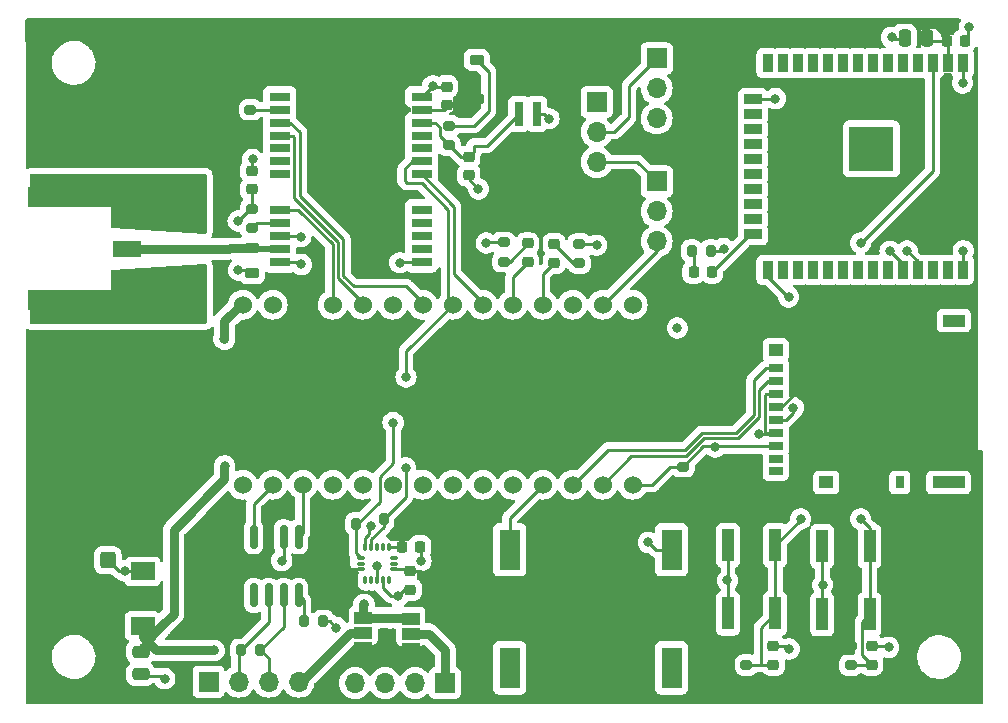
<source format=gbr>
%TF.GenerationSoftware,KiCad,Pcbnew,7.0.1-0*%
%TF.CreationDate,2023-07-25T08:38:12-04:00*%
%TF.ProjectId,data_logger,64617461-5f6c-46f6-9767-65722e6b6963,rev?*%
%TF.SameCoordinates,Original*%
%TF.FileFunction,Copper,L1,Top*%
%TF.FilePolarity,Positive*%
%FSLAX46Y46*%
G04 Gerber Fmt 4.6, Leading zero omitted, Abs format (unit mm)*
G04 Created by KiCad (PCBNEW 7.0.1-0) date 2023-07-25 08:38:12*
%MOMM*%
%LPD*%
G01*
G04 APERTURE LIST*
G04 Aperture macros list*
%AMRoundRect*
0 Rectangle with rounded corners*
0 $1 Rounding radius*
0 $2 $3 $4 $5 $6 $7 $8 $9 X,Y pos of 4 corners*
0 Add a 4 corners polygon primitive as box body*
4,1,4,$2,$3,$4,$5,$6,$7,$8,$9,$2,$3,0*
0 Add four circle primitives for the rounded corners*
1,1,$1+$1,$2,$3*
1,1,$1+$1,$4,$5*
1,1,$1+$1,$6,$7*
1,1,$1+$1,$8,$9*
0 Add four rect primitives between the rounded corners*
20,1,$1+$1,$2,$3,$4,$5,0*
20,1,$1+$1,$4,$5,$6,$7,0*
20,1,$1+$1,$6,$7,$8,$9,0*
20,1,$1+$1,$8,$9,$2,$3,0*%
%AMFreePoly0*
4,1,5,0.881000,-3.981000,-0.881000,-3.981000,-0.881000,3.981000,0.881000,3.981000,0.881000,-3.981000,0.881000,-3.981000,$1*%
G04 Aperture macros list end*
%TA.AperFunction,ComponentPad*%
%ADD10R,1.700000X1.700000*%
%TD*%
%TA.AperFunction,ComponentPad*%
%ADD11O,1.700000X1.700000*%
%TD*%
%TA.AperFunction,SMDPad,CuDef*%
%ADD12RoundRect,0.200000X0.275000X-0.200000X0.275000X0.200000X-0.275000X0.200000X-0.275000X-0.200000X0*%
%TD*%
%TA.AperFunction,SMDPad,CuDef*%
%ADD13R,1.000000X2.750000*%
%TD*%
%TA.AperFunction,SMDPad,CuDef*%
%ADD14RoundRect,0.218750X-0.381250X0.218750X-0.381250X-0.218750X0.381250X-0.218750X0.381250X0.218750X0*%
%TD*%
%TA.AperFunction,SMDPad,CuDef*%
%ADD15FreePoly0,270.000000*%
%TD*%
%TA.AperFunction,SMDPad,CuDef*%
%ADD16R,2.481000X1.462000*%
%TD*%
%TA.AperFunction,SMDPad,CuDef*%
%ADD17RoundRect,0.250000X-0.475000X0.250000X-0.475000X-0.250000X0.475000X-0.250000X0.475000X0.250000X0*%
%TD*%
%TA.AperFunction,SMDPad,CuDef*%
%ADD18RoundRect,0.200000X-0.275000X0.200000X-0.275000X-0.200000X0.275000X-0.200000X0.275000X0.200000X0*%
%TD*%
%TA.AperFunction,SMDPad,CuDef*%
%ADD19R,1.200000X0.800000*%
%TD*%
%TA.AperFunction,SMDPad,CuDef*%
%ADD20R,1.200000X0.700000*%
%TD*%
%TA.AperFunction,SMDPad,CuDef*%
%ADD21R,1.200000X1.000000*%
%TD*%
%TA.AperFunction,SMDPad,CuDef*%
%ADD22R,0.800000X1.000000*%
%TD*%
%TA.AperFunction,SMDPad,CuDef*%
%ADD23R,2.800000X1.000000*%
%TD*%
%TA.AperFunction,SMDPad,CuDef*%
%ADD24R,1.900000X1.000000*%
%TD*%
%TA.AperFunction,SMDPad,CuDef*%
%ADD25RoundRect,0.218750X-0.256250X0.218750X-0.256250X-0.218750X0.256250X-0.218750X0.256250X0.218750X0*%
%TD*%
%TA.AperFunction,SMDPad,CuDef*%
%ADD26RoundRect,0.225000X-0.225000X-0.250000X0.225000X-0.250000X0.225000X0.250000X-0.225000X0.250000X0*%
%TD*%
%TA.AperFunction,SMDPad,CuDef*%
%ADD27O,0.280000X0.800000*%
%TD*%
%TA.AperFunction,SMDPad,CuDef*%
%ADD28O,0.800000X0.280000*%
%TD*%
%TA.AperFunction,SMDPad,CuDef*%
%ADD29RoundRect,0.225000X-0.250000X0.225000X-0.250000X-0.225000X0.250000X-0.225000X0.250000X0.225000X0*%
%TD*%
%TA.AperFunction,SMDPad,CuDef*%
%ADD30RoundRect,0.150000X-0.150000X0.825000X-0.150000X-0.825000X0.150000X-0.825000X0.150000X0.825000X0*%
%TD*%
%TA.AperFunction,SMDPad,CuDef*%
%ADD31R,1.800000X3.500000*%
%TD*%
%TA.AperFunction,SMDPad,CuDef*%
%ADD32R,0.900000X1.500000*%
%TD*%
%TA.AperFunction,SMDPad,CuDef*%
%ADD33R,1.500000X0.900000*%
%TD*%
%TA.AperFunction,SMDPad,CuDef*%
%ADD34R,0.900000X0.900000*%
%TD*%
%TA.AperFunction,HeatsinkPad*%
%ADD35C,0.600000*%
%TD*%
%TA.AperFunction,SMDPad,CuDef*%
%ADD36R,3.800000X3.800000*%
%TD*%
%TA.AperFunction,SMDPad,CuDef*%
%ADD37R,0.800000X2.000000*%
%TD*%
%TA.AperFunction,SMDPad,CuDef*%
%ADD38RoundRect,0.250000X0.425000X-0.450000X0.425000X0.450000X-0.425000X0.450000X-0.425000X-0.450000X0*%
%TD*%
%TA.AperFunction,SMDPad,CuDef*%
%ADD39RoundRect,0.225000X-0.375000X0.225000X-0.375000X-0.225000X0.375000X-0.225000X0.375000X0.225000X0*%
%TD*%
%TA.AperFunction,SMDPad,CuDef*%
%ADD40R,2.000000X1.500000*%
%TD*%
%TA.AperFunction,SMDPad,CuDef*%
%ADD41R,2.000000X3.800000*%
%TD*%
%TA.AperFunction,SMDPad,CuDef*%
%ADD42R,1.500000X1.000000*%
%TD*%
%TA.AperFunction,SMDPad,CuDef*%
%ADD43RoundRect,0.200000X-0.200000X-0.275000X0.200000X-0.275000X0.200000X0.275000X-0.200000X0.275000X0*%
%TD*%
%TA.AperFunction,ComponentPad*%
%ADD44C,1.530000*%
%TD*%
%TA.AperFunction,SMDPad,CuDef*%
%ADD45RoundRect,0.225000X0.250000X-0.225000X0.250000X0.225000X-0.250000X0.225000X-0.250000X-0.225000X0*%
%TD*%
%TA.AperFunction,SMDPad,CuDef*%
%ADD46RoundRect,0.200000X0.200000X0.275000X-0.200000X0.275000X-0.200000X-0.275000X0.200000X-0.275000X0*%
%TD*%
%TA.AperFunction,SMDPad,CuDef*%
%ADD47RoundRect,0.250000X-0.250000X-0.475000X0.250000X-0.475000X0.250000X0.475000X-0.250000X0.475000X0*%
%TD*%
%TA.AperFunction,SMDPad,CuDef*%
%ADD48R,1.800000X0.800000*%
%TD*%
%TA.AperFunction,SMDPad,CuDef*%
%ADD49RoundRect,0.218750X-0.218750X-0.256250X0.218750X-0.256250X0.218750X0.256250X-0.218750X0.256250X0*%
%TD*%
%TA.AperFunction,ViaPad*%
%ADD50C,0.800000*%
%TD*%
%TA.AperFunction,Conductor*%
%ADD51C,0.250000*%
%TD*%
%TA.AperFunction,Conductor*%
%ADD52C,0.800000*%
%TD*%
%TA.AperFunction,Conductor*%
%ADD53C,0.500000*%
%TD*%
G04 APERTURE END LIST*
D10*
%TO.P,J3,1,Pin_1*%
%TO.N,ESP_RX_OUT*%
X70358600Y-28624400D03*
D11*
%TO.P,J3,2,Pin_2*%
%TO.N,U0RXD*%
X70358600Y-31164400D03*
%TO.P,J3,3,Pin_3*%
%TO.N,ESP_RX*%
X70358600Y-33704400D03*
%TD*%
D12*
%TO.P,R3,1*%
%TO.N,BACKUP*%
X52781800Y-25563200D03*
%TO.P,R3,2*%
%TO.N,Net-(D2-K)*%
X52781800Y-23913200D03*
%TD*%
D13*
%TO.P,S2,1,1*%
%TO.N,GND*%
X76398200Y-65202200D03*
X76398200Y-59442200D03*
%TO.P,S2,2,2*%
%TO.N,IO0*%
X80398200Y-65202200D03*
X80398200Y-59442200D03*
%TD*%
D14*
%TO.P,L1,1,1*%
%TO.N,/RF*%
X36081200Y-34281400D03*
%TO.P,L1,2,2*%
%TO.N,Net-(C2-Pad2)*%
X36081200Y-36406400D03*
%TD*%
D15*
%TO.P,ANT1,1*%
%TO.N,GND*%
X21082600Y-38657400D03*
%TO.P,ANT1,2*%
X21082600Y-29957400D03*
D16*
%TO.P,ANT1,3*%
%TO.N,/RF*%
X25542100Y-34357400D03*
%TD*%
D12*
%TO.P,R10,1*%
%TO.N,ESP_EN*%
X86792400Y-69582400D03*
%TO.P,R10,2*%
%TO.N,+3.3V*%
X86792400Y-67932400D03*
%TD*%
D17*
%TO.P,C4,1*%
%TO.N,+5V*%
X26670600Y-68441400D03*
%TO.P,C4,2*%
%TO.N,GND*%
X26670600Y-70341400D03*
%TD*%
D18*
%TO.P,R7,1*%
%TO.N,Net-(U3-D_SEL)*%
X35967000Y-22541600D03*
%TO.P,R7,2*%
%TO.N,+3.3V*%
X35967000Y-24191600D03*
%TD*%
D19*
%TO.P,J6,1,CD/DAT3*%
%TO.N,CS*%
X80430000Y-44460000D03*
%TO.P,J6,2,CMD*%
%TO.N,MOSI*%
X80430000Y-45560000D03*
%TO.P,J6,3,VSS*%
%TO.N,GND*%
X80430000Y-46660000D03*
%TO.P,J6,4,VDD*%
%TO.N,+3.3V*%
X80430000Y-47760000D03*
%TO.P,J6,5,CLK*%
%TO.N,CLK*%
X80430000Y-48860000D03*
%TO.P,J6,6,VSS*%
%TO.N,GND*%
X80430000Y-49960000D03*
%TO.P,J6,7,DAT0*%
%TO.N,MISO*%
X80430000Y-51070000D03*
D20*
%TO.P,J6,8,DAT1*%
%TO.N,unconnected-(J6-DAT1-Pad8)*%
X80430000Y-52160000D03*
%TO.P,J6,9,DAT2*%
%TO.N,unconnected-(J6-DAT2-Pad9)*%
X80430000Y-53110000D03*
D21*
%TO.P,J6,10,CARD_DETECT*%
%TO.N,unconnected-(J6-CARD_DETECT-Pad10)*%
X84730000Y-54110000D03*
D22*
%TO.P,J6,11,WRITE_PROTECT*%
%TO.N,unconnected-(J6-WRITE_PROTECT-Pad11)*%
X90930000Y-54110000D03*
D23*
%TO.P,J6,12,SHELL1*%
%TO.N,unconnected-(J6-SHELL1-Pad12)*%
X95080000Y-54110000D03*
D24*
%TO.P,J6,13,SHELL2*%
%TO.N,unconnected-(J6-SHELL2-Pad13)*%
X95530000Y-40410000D03*
D21*
%TO.P,J6,14*%
%TO.N,N/C*%
X80430000Y-42910000D03*
%TD*%
D25*
%TO.P,D3,1,K*%
%TO.N,Net-(D3-K)*%
X61671800Y-33932800D03*
%TO.P,D3,2,A*%
%TO.N,LED2*%
X61671800Y-35507800D03*
%TD*%
D12*
%TO.P,R11,1*%
%TO.N,IO0*%
X77953200Y-69570200D03*
%TO.P,R11,2*%
%TO.N,+3.3V*%
X77953200Y-67920200D03*
%TD*%
D26*
%TO.P,C7,1*%
%TO.N,+3.3V*%
X94907400Y-16711800D03*
%TO.P,C7,2*%
%TO.N,GND*%
X96457400Y-16711800D03*
%TD*%
D27*
%TO.P,U5,1,VDD_IO*%
%TO.N,+3.3V*%
X47695800Y-59579800D03*
%TO.P,U5,2,NC*%
%TO.N,unconnected-(U5-NC-Pad2)*%
X47195800Y-59579800D03*
%TO.P,U5,3,NC*%
%TO.N,unconnected-(U5-NC-Pad3)*%
X46695800Y-59579800D03*
%TO.P,U5,4,SCL/SPC*%
%TO.N,SCL*%
X46195800Y-59579800D03*
%TO.P,U5,5,GND*%
%TO.N,GND*%
X45695800Y-59579800D03*
D28*
%TO.P,U5,6,SDA/SDI/SDO*%
%TO.N,SDA*%
X45295800Y-60479800D03*
%TO.P,U5,7,SDO/SA0*%
%TO.N,unconnected-(U5-SDO{slash}SA0-Pad7)*%
X45295800Y-60979800D03*
%TO.P,U5,8,CS*%
%TO.N,+3.3V*%
X45295800Y-61479800D03*
D27*
%TO.P,U5,9,INT2*%
%TO.N,unconnected-(U5-INT2-Pad9)*%
X45695800Y-62379800D03*
%TO.P,U5,10,RES*%
%TO.N,GND*%
X46195800Y-62379800D03*
%TO.P,U5,11,INT1*%
%TO.N,ACC_INT*%
X46695800Y-62379800D03*
%TO.P,U5,12,GND*%
%TO.N,GND*%
X47195800Y-62379800D03*
%TO.P,U5,13,ADC3*%
%TO.N,unconnected-(U5-ADC3-Pad13)*%
X47695800Y-62379800D03*
D28*
%TO.P,U5,14,VDD*%
%TO.N,+3.3V*%
X48095800Y-61479800D03*
%TO.P,U5,15,ADC2*%
%TO.N,unconnected-(U5-ADC2-Pad15)*%
X48095800Y-60979800D03*
%TO.P,U5,16,ADC1*%
%TO.N,unconnected-(U5-ADC1-Pad16)*%
X48095800Y-60479800D03*
%TD*%
D29*
%TO.P,C9,1*%
%TO.N,+3.3V*%
X49512200Y-61652600D03*
%TO.P,C9,2*%
%TO.N,GND*%
X49512200Y-63202600D03*
%TD*%
D30*
%TO.P,U1,1,D*%
%TO.N,CAN_TX*%
X40038600Y-58725400D03*
%TO.P,U1,2,GND*%
%TO.N,GND*%
X38768600Y-58725400D03*
%TO.P,U1,3,VCC*%
%TO.N,+3.3V*%
X37498600Y-58725400D03*
%TO.P,U1,4,R*%
%TO.N,CAN_RX*%
X36228600Y-58725400D03*
%TO.P,U1,5,Vref*%
%TO.N,unconnected-(U1-Vref-Pad5)*%
X36228600Y-63675400D03*
%TO.P,U1,6,CANL*%
%TO.N,CAN_LO*%
X37498600Y-63675400D03*
%TO.P,U1,7,CANH*%
%TO.N,CAN_HI*%
X38768600Y-63675400D03*
%TO.P,U1,8,Rs*%
%TO.N,Net-(U1-Rs)*%
X40038600Y-63675400D03*
%TD*%
D29*
%TO.P,C13,1*%
%TO.N,GND*%
X80239200Y-67983200D03*
%TO.P,C13,2*%
%TO.N,IO0*%
X80239200Y-69533200D03*
%TD*%
D31*
%TO.P,LS1,1,1*%
%TO.N,GND*%
X71620600Y-59819400D03*
%TO.P,LS1,2,2*%
%TO.N,SPK*%
X57920600Y-59819400D03*
%TO.P,LS1,3*%
%TO.N,N/C*%
X57920600Y-69819400D03*
%TO.P,LS1,4*%
X71620600Y-69819400D03*
%TD*%
D32*
%TO.P,U7,1,GND*%
%TO.N,GND*%
X96266600Y-18616800D03*
%TO.P,U7,2,VDD*%
%TO.N,+3.3V*%
X94996600Y-18616800D03*
%TO.P,U7,3,EN*%
%TO.N,ESP_EN*%
X93726600Y-18616800D03*
%TO.P,U7,4,SENSOR_VP*%
%TO.N,unconnected-(U7-SENSOR_VP-Pad4)*%
X92456600Y-18616800D03*
%TO.P,U7,5,SENSOR_VN*%
%TO.N,unconnected-(U7-SENSOR_VN-Pad5)*%
X91186600Y-18616800D03*
%TO.P,U7,6,IO34*%
%TO.N,unconnected-(U7-IO34-Pad6)*%
X89916600Y-18616800D03*
%TO.P,U7,7,IO35*%
%TO.N,unconnected-(U7-IO35-Pad7)*%
X88646600Y-18616800D03*
%TO.P,U7,8,IO32*%
%TO.N,unconnected-(U7-IO32-Pad8)*%
X87376600Y-18616800D03*
%TO.P,U7,9,IO33*%
%TO.N,unconnected-(U7-IO33-Pad9)*%
X86106600Y-18616800D03*
%TO.P,U7,10,IO25*%
%TO.N,unconnected-(U7-IO25-Pad10)*%
X84836600Y-18616800D03*
%TO.P,U7,11,IO26*%
%TO.N,unconnected-(U7-IO26-Pad11)*%
X83566600Y-18616800D03*
%TO.P,U7,12,IO27*%
%TO.N,unconnected-(U7-IO27-Pad12)*%
X82296600Y-18616800D03*
%TO.P,U7,13,IO14*%
%TO.N,unconnected-(U7-IO14-Pad13)*%
X81026600Y-18616800D03*
%TO.P,U7,14,IO12*%
%TO.N,unconnected-(U7-IO12-Pad14)*%
X79756600Y-18616800D03*
D33*
%TO.P,U7,15,GND*%
%TO.N,GND*%
X78506600Y-21656800D03*
%TO.P,U7,16,IO13*%
%TO.N,unconnected-(U7-IO13-Pad16)*%
X78506600Y-22926800D03*
%TO.P,U7,17,SHD/SD2*%
%TO.N,unconnected-(U7-SHD{slash}SD2-Pad17)*%
X78506600Y-24196800D03*
%TO.P,U7,18,SWP/SD3*%
%TO.N,unconnected-(U7-SWP{slash}SD3-Pad18)*%
X78506600Y-25466800D03*
%TO.P,U7,19,SCS/CMD*%
%TO.N,unconnected-(U7-SCS{slash}CMD-Pad19)*%
X78506600Y-26736800D03*
%TO.P,U7,20,SCK/CLK*%
%TO.N,unconnected-(U7-SCK{slash}CLK-Pad20)*%
X78506600Y-28006800D03*
%TO.P,U7,21,SDO/SD0*%
%TO.N,unconnected-(U7-SDO{slash}SD0-Pad21)*%
X78506600Y-29276800D03*
%TO.P,U7,22,SDI/SD1*%
%TO.N,unconnected-(U7-SDI{slash}SD1-Pad22)*%
X78506600Y-30546800D03*
%TO.P,U7,23,IO15*%
%TO.N,unconnected-(U7-IO15-Pad23)*%
X78506600Y-31816800D03*
%TO.P,U7,24,IO2*%
%TO.N,Net-(D5-A)*%
X78506600Y-33086800D03*
D32*
%TO.P,U7,25,IO0*%
%TO.N,IO0*%
X79756600Y-36116800D03*
%TO.P,U7,26,IO4*%
%TO.N,unconnected-(U7-IO4-Pad26)*%
X81026600Y-36116800D03*
%TO.P,U7,27,IO16*%
%TO.N,unconnected-(U7-IO16-Pad27)*%
X82296600Y-36116800D03*
%TO.P,U7,28,IO17*%
%TO.N,unconnected-(U7-IO17-Pad28)*%
X83566600Y-36116800D03*
%TO.P,U7,29,IO5*%
%TO.N,unconnected-(U7-IO5-Pad29)*%
X84836600Y-36116800D03*
%TO.P,U7,30,IO18*%
%TO.N,unconnected-(U7-IO18-Pad30)*%
X86106600Y-36116800D03*
%TO.P,U7,31,IO19*%
%TO.N,unconnected-(U7-IO19-Pad31)*%
X87376600Y-36116800D03*
%TO.P,U7,32,NC*%
%TO.N,unconnected-(U7-NC-Pad32)*%
X88646600Y-36116800D03*
%TO.P,U7,33,IO21*%
%TO.N,unconnected-(U7-IO21-Pad33)*%
X89916600Y-36116800D03*
%TO.P,U7,34,RXD0/IO3*%
%TO.N,U0RXD*%
X91186600Y-36116800D03*
%TO.P,U7,35,TXD0/IO1*%
%TO.N,U0TXD*%
X92456600Y-36116800D03*
%TO.P,U7,36,IO22*%
%TO.N,unconnected-(U7-IO22-Pad36)*%
X93726600Y-36116800D03*
%TO.P,U7,37,IO23*%
%TO.N,unconnected-(U7-IO23-Pad37)*%
X94996600Y-36116800D03*
%TO.P,U7,38,GND*%
%TO.N,GND*%
X96266600Y-36116800D03*
D34*
%TO.P,U7,39,GND*%
X89946600Y-24466800D03*
D35*
X89246600Y-24466800D03*
D34*
X88546600Y-24466800D03*
D35*
X87846600Y-24466800D03*
D34*
X87146600Y-24466800D03*
D35*
X89946600Y-25166800D03*
X88546600Y-25166800D03*
X87146600Y-25166800D03*
X89246600Y-25841800D03*
X87846600Y-25841800D03*
D34*
X89946600Y-25866800D03*
X88546600Y-25866800D03*
D36*
X88546600Y-25866800D03*
D34*
X87146600Y-25866800D03*
D35*
X89946600Y-26566800D03*
X88546600Y-26566800D03*
X87146600Y-26566800D03*
D34*
X89946600Y-27266800D03*
D35*
X89246600Y-27266800D03*
D34*
X88546600Y-27266800D03*
D35*
X87846600Y-27266800D03*
D34*
X87146600Y-27266800D03*
%TD*%
D37*
%TO.P,BT1,1,+*%
%TO.N,BACKUP*%
X58698600Y-22909400D03*
%TO.P,BT1,2,-*%
%TO.N,GND*%
X60198600Y-22909400D03*
%TD*%
D38*
%TO.P,C10,1*%
%TO.N,+3.3V*%
X23876600Y-63375400D03*
%TO.P,C10,2*%
%TO.N,GND*%
X23876600Y-60675400D03*
%TD*%
D25*
%TO.P,D1,1,K*%
%TO.N,Net-(D1-K)*%
X59436600Y-33882000D03*
%TO.P,D1,2,A*%
%TO.N,LED1*%
X59436600Y-35457000D03*
%TD*%
D39*
%TO.P,D2,1,K*%
%TO.N,Net-(D2-K)*%
X55118600Y-18339400D03*
%TO.P,D2,2,A*%
%TO.N,+3.3V*%
X55118600Y-21639400D03*
%TD*%
D13*
%TO.P,S1,1,1*%
%TO.N,GND*%
X84380400Y-65278400D03*
X84380400Y-59518400D03*
%TO.P,S1,2,2*%
%TO.N,ESP_EN*%
X88380400Y-65278400D03*
X88380400Y-59518400D03*
%TD*%
D18*
%TO.P,R13,1*%
%TO.N,MISO*%
X72593800Y-52779800D03*
%TO.P,R13,2*%
%TO.N,+3.3V*%
X72593800Y-54429800D03*
%TD*%
D26*
%TO.P,C6,1*%
%TO.N,+3.3V*%
X48775600Y-59556800D03*
%TO.P,C6,2*%
%TO.N,GND*%
X50325600Y-59556800D03*
%TD*%
D40*
%TO.P,U4,1,GND*%
%TO.N,GND*%
X26830600Y-61647400D03*
%TO.P,U4,2,VO*%
%TO.N,+3.3V*%
X26830600Y-63947400D03*
D41*
X33130600Y-63947400D03*
D40*
%TO.P,U4,3,VI*%
%TO.N,+5V*%
X26830600Y-66247400D03*
%TD*%
D42*
%TO.P,JP1,1,A*%
%TO.N,+5V*%
X49528300Y-65635800D03*
%TO.P,JP1,2,C*%
%TO.N,Net-(J1-Pin_1)*%
X49528300Y-66935800D03*
%TO.P,JP1,3,B*%
%TO.N,+3.3V*%
X49528300Y-68235800D03*
%TD*%
D43*
%TO.P,R2,1*%
%TO.N,Net-(U1-Rs)*%
X40470400Y-65869000D03*
%TO.P,R2,2*%
%TO.N,GND*%
X42120400Y-65869000D03*
%TD*%
D10*
%TO.P,J1,1,Pin_1*%
%TO.N,Net-(J1-Pin_1)*%
X52451600Y-71106400D03*
D11*
%TO.P,J1,2,Pin_2*%
%TO.N,RX1*%
X49911600Y-71106400D03*
%TO.P,J1,3,Pin_3*%
%TO.N,TX1*%
X47371600Y-71106400D03*
%TO.P,J1,4,Pin_4*%
%TO.N,GND*%
X44831600Y-71106400D03*
%TD*%
D10*
%TO.P,J5,1,Pin_1*%
%TO.N,GND*%
X65278600Y-21893400D03*
D11*
%TO.P,J5,2,Pin_2*%
%TO.N,ESP_TX_OUT*%
X65278600Y-24433400D03*
%TO.P,J5,3,Pin_3*%
%TO.N,ESP_RX_OUT*%
X65278600Y-26973400D03*
%TO.P,J5,4,Pin_4*%
%TO.N,+3.3V*%
X65278600Y-29513400D03*
%TD*%
D12*
%TO.P,R6,1*%
%TO.N,Net-(U3-VCC_RF)*%
X36081200Y-32606400D03*
%TO.P,R6,2*%
%TO.N,Net-(C2-Pad2)*%
X36081200Y-30956400D03*
%TD*%
D29*
%TO.P,C12,1*%
%TO.N,GND*%
X88570400Y-67982400D03*
%TO.P,C12,2*%
%TO.N,ESP_EN*%
X88570400Y-69532400D03*
%TD*%
D43*
%TO.P,R8,1*%
%TO.N,+3.3V*%
X43252200Y-57614000D03*
%TO.P,R8,2*%
%TO.N,SDA*%
X44902200Y-57614000D03*
%TD*%
D44*
%TO.P,U6,0,0*%
%TO.N,CAN_RX*%
X37846600Y-54303800D03*
%TO.P,U6,1,1*%
%TO.N,CAN_TX*%
X40386600Y-54303800D03*
%TO.P,U6,2,2*%
%TO.N,unconnected-(U6-Pad2)*%
X42926600Y-54303800D03*
%TO.P,U6,3,3*%
%TO.N,unconnected-(U6-Pad3)*%
X45466600Y-54303800D03*
%TO.P,U6,3.3V_2,3.3V_2*%
%TO.N,+3.3V*%
X40386600Y-39063800D03*
%TO.P,U6,4,4*%
%TO.N,unconnected-(U6-Pad4)*%
X48006600Y-54303800D03*
%TO.P,U6,5,5*%
%TO.N,unconnected-(U6-Pad5)*%
X50546600Y-54303800D03*
%TO.P,U6,6,6*%
%TO.N,unconnected-(U6-Pad6)*%
X53086600Y-54303800D03*
%TO.P,U6,7,7*%
%TO.N,unconnected-(U6-Pad7)*%
X55626600Y-54303800D03*
%TO.P,U6,8,8*%
%TO.N,ACC_INT*%
X58166600Y-54303800D03*
%TO.P,U6,9,9*%
%TO.N,SPK*%
X60706600Y-54303800D03*
%TO.P,U6,10,10*%
%TO.N,CS*%
X63246600Y-54303800D03*
%TO.P,U6,11,11*%
%TO.N,MOSI*%
X65786600Y-54303800D03*
%TO.P,U6,12,12*%
%TO.N,MISO*%
X68326600Y-54303800D03*
%TO.P,U6,13,13*%
%TO.N,CLK*%
X68326600Y-39063800D03*
%TO.P,U6,14,14*%
%TO.N,ESP_RX*%
X65786600Y-39063800D03*
%TO.P,U6,15,15*%
%TO.N,ESP_TX*%
X63246600Y-39063800D03*
%TO.P,U6,16,16*%
%TO.N,LED2*%
X60706600Y-39063800D03*
%TO.P,U6,17,17*%
%TO.N,LED1*%
X58166600Y-39063800D03*
%TO.P,U6,18,18*%
%TO.N,SDA*%
X55626600Y-39063800D03*
%TO.P,U6,19,19*%
%TO.N,SCL*%
X53086600Y-39063800D03*
%TO.P,U6,20,20*%
%TO.N,PPS*%
X50546600Y-39063800D03*
%TO.P,U6,21,21*%
%TO.N,unconnected-(U6-Pad21)*%
X48006600Y-39063800D03*
%TO.P,U6,22,22*%
%TO.N,EXTINT*%
X45466600Y-39063800D03*
%TO.P,U6,23,23*%
%TO.N,RESET_GPS*%
X42926600Y-39063800D03*
%TO.P,U6,G1,G1*%
%TO.N,GND*%
X35306600Y-54303800D03*
%TO.P,U6,G3,G3*%
X37846600Y-39063800D03*
%TO.P,U6,VIN,VIN*%
%TO.N,+5V*%
X35306600Y-39063800D03*
%TD*%
D45*
%TO.P,C1,1*%
%TO.N,GND*%
X54458200Y-28104000D03*
%TO.P,C1,2*%
%TO.N,BACKUP*%
X54458200Y-26554000D03*
%TD*%
D18*
%TO.P,R4,1*%
%TO.N,GND*%
X63805400Y-33908600D03*
%TO.P,R4,2*%
%TO.N,Net-(D3-K)*%
X63805400Y-35558600D03*
%TD*%
D29*
%TO.P,C2,1*%
%TO.N,GND*%
X36081200Y-27754400D03*
%TO.P,C2,2*%
%TO.N,Net-(C2-Pad2)*%
X36081200Y-29304400D03*
%TD*%
D18*
%TO.P,R1,1*%
%TO.N,GND*%
X57404600Y-33768400D03*
%TO.P,R1,2*%
%TO.N,Net-(D1-K)*%
X57404600Y-35418400D03*
%TD*%
D46*
%TO.P,R9,1*%
%TO.N,+3.3V*%
X48902200Y-57207600D03*
%TO.P,R9,2*%
%TO.N,SCL*%
X47252200Y-57207600D03*
%TD*%
%TO.P,R12,1*%
%TO.N,GND*%
X74968200Y-34517200D03*
%TO.P,R12,2*%
%TO.N,Net-(D5-K)*%
X73318200Y-34517200D03*
%TD*%
D29*
%TO.P,C3,1*%
%TO.N,GND*%
X52578600Y-20597400D03*
%TO.P,C3,2*%
%TO.N,+3.3V*%
X52578600Y-22147400D03*
%TD*%
D47*
%TO.P,C8,1*%
%TO.N,GND*%
X91379600Y-16483200D03*
%TO.P,C8,2*%
%TO.N,+3.3V*%
X93279600Y-16483200D03*
%TD*%
D43*
%TO.P,R5,1*%
%TO.N,CAN_LO*%
X35149600Y-68312400D03*
%TO.P,R5,2*%
%TO.N,CAN_HI*%
X36799600Y-68312400D03*
%TD*%
D42*
%TO.P,JP2,1,A*%
%TO.N,+5V*%
X45525000Y-65564200D03*
%TO.P,JP2,2,C*%
%TO.N,Net-(J2-Pin_4)*%
X45525000Y-66864200D03*
%TO.P,JP2,3,B*%
%TO.N,+3.3V*%
X45525000Y-68164200D03*
%TD*%
D10*
%TO.P,J2,1,Pin_1*%
%TO.N,GND*%
X32418600Y-70979400D03*
D11*
%TO.P,J2,2,Pin_2*%
%TO.N,CAN_LO*%
X34958600Y-70979400D03*
%TO.P,J2,3,Pin_3*%
%TO.N,CAN_HI*%
X37498600Y-70979400D03*
%TO.P,J2,4,Pin_4*%
%TO.N,Net-(J2-Pin_4)*%
X40038600Y-70979400D03*
%TD*%
D48*
%TO.P,U3,1,~{SAFEBOOT}*%
%TO.N,unconnected-(U3-~{SAFEBOOT}-Pad1)*%
X38456200Y-21439400D03*
%TO.P,U3,2,D_SEL*%
%TO.N,Net-(U3-D_SEL)*%
X38456200Y-22539400D03*
%TO.P,U3,3,TIMEPULSE*%
%TO.N,PPS*%
X38456200Y-23639400D03*
%TO.P,U3,4,EXTINT*%
%TO.N,EXTINT*%
X38456200Y-24739400D03*
%TO.P,U3,5,USB_D-*%
%TO.N,unconnected-(U3-USB_D--Pad5)*%
X38456200Y-25839400D03*
%TO.P,U3,6,USB_D+*%
%TO.N,unconnected-(U3-USB_D+-Pad6)*%
X38456200Y-26939400D03*
%TO.P,U3,7,VDD_USB*%
%TO.N,unconnected-(U3-VDD_USB-Pad7)*%
X38456200Y-28039400D03*
%TO.P,U3,8,~{RESET}*%
%TO.N,RESET_GPS*%
X38456200Y-31039400D03*
%TO.P,U3,9,VCC_RF*%
%TO.N,Net-(U3-VCC_RF)*%
X38456200Y-32139400D03*
%TO.P,U3,10,GND*%
%TO.N,GND*%
X38456200Y-33239400D03*
%TO.P,U3,11,RF_IN*%
%TO.N,/RF*%
X38456200Y-34339400D03*
%TO.P,U3,12,GND*%
%TO.N,GND*%
X38456200Y-35439400D03*
%TO.P,U3,13,GND*%
X50456200Y-35439400D03*
%TO.P,U3,14,LNA_EN*%
%TO.N,unconnected-(U3-LNA_EN-Pad14)*%
X50456200Y-34339400D03*
%TO.P,U3,15,RESERVED*%
%TO.N,unconnected-(U3-RESERVED-Pad15)*%
X50456200Y-33239400D03*
%TO.P,U3,16,RESERVED*%
%TO.N,unconnected-(U3-RESERVED-Pad16)*%
X50456200Y-32139400D03*
%TO.P,U3,17,RESERVED*%
%TO.N,unconnected-(U3-RESERVED-Pad17)*%
X50456200Y-31039400D03*
%TO.P,U3,18,SDA/~{SPI_CS}*%
%TO.N,SDA*%
X50456200Y-28039400D03*
%TO.P,U3,19,SCL/SPI_CLK*%
%TO.N,SCL*%
X50456200Y-26939400D03*
%TO.P,U3,20,TXD/SPI_MISO*%
%TO.N,unconnected-(U3-TXD{slash}SPI_MISO-Pad20)*%
X50456200Y-25839400D03*
%TO.P,U3,21,RXD/SPI_MOSI*%
%TO.N,unconnected-(U3-RXD{slash}SPI_MOSI-Pad21)*%
X50456200Y-24739400D03*
%TO.P,U3,22,V_BCKP*%
%TO.N,BACKUP*%
X50456200Y-23639400D03*
%TO.P,U3,23,VCC*%
%TO.N,+3.3V*%
X50456200Y-22539400D03*
%TO.P,U3,24,GND*%
%TO.N,GND*%
X50456200Y-21439400D03*
%TD*%
D49*
%TO.P,D5,1,K*%
%TO.N,Net-(D5-K)*%
X73482700Y-36295200D03*
%TO.P,D5,2,A*%
%TO.N,Net-(D5-A)*%
X75057700Y-36295200D03*
%TD*%
D10*
%TO.P,J4,1,Pin_1*%
%TO.N,ESP_TX_OUT*%
X70358600Y-18210400D03*
D11*
%TO.P,J4,2,Pin_2*%
%TO.N,U0TXD*%
X70358600Y-20750400D03*
%TO.P,J4,3,Pin_3*%
%TO.N,ESP_TX*%
X70358600Y-23290400D03*
%TD*%
D50*
%TO.N,GND*%
X50401800Y-60738200D03*
X65278600Y-34034600D03*
X96266600Y-20293200D03*
X48471400Y-63710000D03*
X17780600Y-40181400D03*
X31750600Y-40181400D03*
X24638600Y-38149400D03*
X36144800Y-26770200D03*
X81585400Y-68205800D03*
X48616200Y-35507800D03*
X51410200Y-20521800D03*
X24638600Y-30529400D03*
X84404800Y-62795600D03*
X96825400Y-15568800D03*
X78994600Y-50036600D03*
X69667800Y-59185600D03*
X76018551Y-34309751D03*
X24638600Y-36625400D03*
X40234200Y-33298000D03*
X38616200Y-60738200D03*
X61240000Y-23315800D03*
X40285000Y-35660200D03*
X24638600Y-32053400D03*
X28710200Y-70720400D03*
X96317400Y-34491800D03*
X17526600Y-38403400D03*
X90246800Y-16432400D03*
X43251200Y-66397400D03*
X31750600Y-36117400D03*
X80417000Y-21614000D03*
X25332000Y-61601800D03*
X31242600Y-29005400D03*
X76353000Y-62414600D03*
X89992800Y-68078800D03*
X46134600Y-57842600D03*
X55271000Y-29259400D03*
X17780600Y-30275400D03*
X17780600Y-28497400D03*
X31750600Y-32561400D03*
X55931400Y-33831400D03*
%TO.N,Net-(C2-Pad2)*%
X34951000Y-36142800D03*
X34925600Y-31977200D03*
%TO.N,+5V*%
X32901200Y-68332800D03*
X33706600Y-41959400D03*
X45600000Y-64430000D03*
X33786600Y-52699400D03*
%TO.N,ESP_EN*%
X87630600Y-33831400D03*
X87630600Y-57199400D03*
%TO.N,IO0*%
X81534600Y-38403400D03*
X82550600Y-57199400D03*
%TO.N,U0RXD*%
X90119800Y-34542600D03*
%TO.N,U0TXD*%
X91567600Y-34517200D03*
%TO.N,SDA*%
X48046600Y-49040100D03*
%TO.N,SCL*%
X49096600Y-52869400D03*
X49136600Y-45179400D03*
%TO.N,ACC_INT*%
X46668000Y-61220800D03*
%TO.N,MISO*%
X75326600Y-51109400D03*
X72106600Y-41039400D03*
%TO.N,CLK*%
X81915600Y-47776000D03*
%TD*%
D51*
%TO.N,GND*%
X26932200Y-70466400D02*
X28456200Y-70466400D01*
X76353000Y-62414600D02*
X76398200Y-62459800D01*
X38768600Y-58725400D02*
X38768600Y-60585800D01*
X54458200Y-28446600D02*
X55271000Y-29259400D01*
X63805400Y-33908600D02*
X65152600Y-33908600D01*
X57404600Y-33768400D02*
X55994400Y-33768400D01*
X36081200Y-26833800D02*
X36144800Y-26770200D01*
X46024404Y-57952796D02*
X46134600Y-57842600D01*
X47195800Y-63029800D02*
X47876000Y-63710000D01*
X65152600Y-33908600D02*
X65278600Y-34034600D01*
X42722800Y-65869000D02*
X43251200Y-66397400D01*
X50375800Y-59569800D02*
X50375800Y-60712200D01*
X89896400Y-67982400D02*
X89992800Y-68078800D01*
X38456200Y-33239400D02*
X40175600Y-33239400D01*
X79505000Y-49885000D02*
X79580000Y-49960000D01*
X80239200Y-67983200D02*
X81362800Y-67983200D01*
X84380400Y-62771200D02*
X84404800Y-62795600D01*
X78994600Y-50036600D02*
X80353400Y-50036600D01*
X96749800Y-16762600D02*
X96749800Y-15644400D01*
X50456200Y-21439400D02*
X50492600Y-21439400D01*
X80374200Y-21656800D02*
X80417000Y-21614000D01*
X91471000Y-16534000D02*
X90348400Y-16534000D01*
X38768600Y-60585800D02*
X38616200Y-60738200D01*
X48684600Y-35439400D02*
X48616200Y-35507800D01*
X42120400Y-65869000D02*
X42722800Y-65869000D01*
X54458200Y-28104000D02*
X54458200Y-28446600D01*
X47876000Y-63710000D02*
X48471400Y-63710000D01*
X25332000Y-61601800D02*
X25286400Y-61647400D01*
X46024404Y-58464800D02*
X46024404Y-57952796D01*
X25332000Y-61601800D02*
X24803000Y-61601800D01*
X84380400Y-65278400D02*
X84380400Y-62820000D01*
X81362800Y-67983200D02*
X81585400Y-68205800D01*
X26830600Y-61647400D02*
X25377600Y-61647400D01*
X88570400Y-67982400D02*
X89896400Y-67982400D01*
X40175600Y-33239400D02*
X40234200Y-33298000D01*
X52718200Y-20655400D02*
X51543800Y-20655400D01*
X79580000Y-49960000D02*
X80430000Y-49960000D01*
X28456200Y-70466400D02*
X28710200Y-70720400D01*
X50492600Y-21439400D02*
X51410200Y-20521800D01*
X79580000Y-46660000D02*
X79505000Y-46735000D01*
X45695800Y-59579800D02*
X45695800Y-58793404D01*
X74968200Y-34517200D02*
X75811102Y-34517200D01*
X96266600Y-18616800D02*
X96266600Y-20293200D01*
X25377600Y-61647400D02*
X25332000Y-61601800D01*
X76398200Y-62369400D02*
X76353000Y-62414600D01*
X79505000Y-46735000D02*
X79505000Y-49885000D01*
X24803000Y-61601800D02*
X23876600Y-60675400D01*
X40064200Y-35439400D02*
X40285000Y-35660200D01*
X60833600Y-22909400D02*
X61240000Y-23315800D01*
X38456200Y-35439400D02*
X40064200Y-35439400D01*
X96266600Y-34542600D02*
X96317400Y-34491800D01*
X80353400Y-50036600D02*
X80430000Y-49960000D01*
X80430000Y-46660000D02*
X79580000Y-46660000D01*
X76398200Y-62459800D02*
X76398200Y-65202200D01*
X50456200Y-35439400D02*
X48684600Y-35439400D01*
X71620600Y-59819400D02*
X70301600Y-59819400D01*
X96266600Y-36116800D02*
X96266600Y-34542600D01*
X49512200Y-63202600D02*
X48978800Y-63202600D01*
X78506600Y-21656800D02*
X80374200Y-21656800D01*
X84380400Y-62820000D02*
X84404800Y-62795600D01*
X90348400Y-16534000D02*
X90246800Y-16432400D01*
X47195800Y-62379800D02*
X47195800Y-63029800D01*
X36081200Y-27754400D02*
X36081200Y-26833800D01*
X76398200Y-59442200D02*
X76398200Y-62369400D01*
X45695800Y-58793404D02*
X46024404Y-58464800D01*
X55994400Y-33768400D02*
X55931400Y-33831400D01*
X84380400Y-59518400D02*
X84380400Y-62771200D01*
X96749800Y-15644400D02*
X96825400Y-15568800D01*
X70301600Y-59819400D02*
X69667800Y-59185600D01*
X60198600Y-22909400D02*
X60833600Y-22909400D01*
X75811102Y-34517200D02*
X76018551Y-34309751D01*
X51543800Y-20655400D02*
X51410200Y-20521800D01*
X48978800Y-63202600D02*
X48471400Y-63710000D01*
D52*
%TO.N,/RF*%
X34174600Y-34339400D02*
X25146600Y-34339400D01*
X36081200Y-34281400D02*
X34232600Y-34281400D01*
X34232600Y-34281400D02*
X34174600Y-34339400D01*
D51*
X36139200Y-34339400D02*
X36081200Y-34281400D01*
D53*
X38456200Y-34339400D02*
X36139200Y-34339400D01*
D51*
%TO.N,BACKUP*%
X51981800Y-23989000D02*
X51632200Y-23639400D01*
X54458200Y-26554000D02*
X53772600Y-26554000D01*
X51981800Y-24763200D02*
X51981800Y-23989000D01*
X54864600Y-25601800D02*
X54864600Y-26147600D01*
X54864600Y-26147600D02*
X54458200Y-26554000D01*
X51632200Y-23639400D02*
X50456200Y-23639400D01*
X53772600Y-26554000D02*
X52781800Y-25563200D01*
X52781800Y-25563200D02*
X51981800Y-24763200D01*
X56006200Y-25601800D02*
X54864600Y-25601800D01*
X58698600Y-22909400D02*
X56006200Y-25601800D01*
%TO.N,Net-(C2-Pad2)*%
X36081200Y-30956400D02*
X35946400Y-30956400D01*
X36081200Y-29304400D02*
X36081200Y-30956400D01*
X35817600Y-36142800D02*
X36081200Y-36406400D01*
X35946400Y-30956400D02*
X34925600Y-31977200D01*
X34951000Y-36142800D02*
X35817600Y-36142800D01*
D52*
%TO.N,+5V*%
X33757200Y-53836600D02*
X33757200Y-52780000D01*
X33757200Y-40460800D02*
X35306600Y-38911400D01*
X29461900Y-65258100D02*
X29461900Y-58131900D01*
X45525000Y-65564200D02*
X45525000Y-64505000D01*
X26830600Y-67189800D02*
X27186200Y-67545400D01*
X45525000Y-64505000D02*
X45600000Y-64430000D01*
X47760200Y-65589600D02*
X47785600Y-65564200D01*
X33757200Y-42010000D02*
X33706600Y-41959400D01*
X26830600Y-66247400D02*
X26830600Y-67189800D01*
X26881400Y-68408400D02*
X26830600Y-68357600D01*
D51*
X26830600Y-68028000D02*
X26881400Y-68078800D01*
D52*
X33706600Y-41959400D02*
X33757200Y-41908800D01*
X47734800Y-65564200D02*
X47760200Y-65589600D01*
X27186200Y-67545400D02*
X28430600Y-66301000D01*
X27186200Y-67545400D02*
X27973600Y-68332800D01*
X29461900Y-58131900D02*
X33757200Y-53836600D01*
X26830600Y-68357600D02*
X26830600Y-68028000D01*
X28430600Y-66301000D02*
X28430600Y-66289400D01*
X47785600Y-65564200D02*
X49456700Y-65564200D01*
X49456700Y-65564200D02*
X49528300Y-65635800D01*
X27973600Y-68332800D02*
X32901200Y-68332800D01*
X45525000Y-65564200D02*
X47734800Y-65564200D01*
X28430600Y-66289400D02*
X29461900Y-65258100D01*
X33757200Y-41908800D02*
X33757200Y-40460800D01*
D51*
%TO.N,+3.3V*%
X48095800Y-61479800D02*
X49339400Y-61479800D01*
X94907400Y-16711800D02*
X93508200Y-16711800D01*
X50325600Y-61652600D02*
X50782800Y-62109800D01*
X93508200Y-16711800D02*
X93279600Y-16483200D01*
X45295800Y-61479800D02*
X44123000Y-61479800D01*
X93279600Y-15660200D02*
X93548800Y-15391000D01*
X48775600Y-59556800D02*
X48775600Y-59113200D01*
X50456200Y-22539400D02*
X52384200Y-22539400D01*
X80430000Y-47760000D02*
X80906295Y-47760000D01*
X47695800Y-59579800D02*
X48752600Y-59579800D01*
X80906295Y-47760000D02*
X82550600Y-46115695D01*
X48775600Y-59113200D02*
X49030200Y-58858600D01*
X52384200Y-22539400D02*
X52718200Y-22205400D01*
X94971200Y-16534000D02*
X95199800Y-16762600D01*
X82550600Y-46115695D02*
X82550600Y-46023400D01*
X54172600Y-22205400D02*
X54991600Y-21386400D01*
X24314600Y-63947400D02*
X23782600Y-63415400D01*
X94996600Y-18616800D02*
X94996600Y-16965800D01*
X93279600Y-16483200D02*
X93279600Y-15660200D01*
X26830600Y-63947400D02*
X24314600Y-63947400D01*
X49512200Y-61652600D02*
X50325600Y-61652600D01*
X49339400Y-61479800D02*
X49512200Y-61652600D01*
X94488600Y-16280000D02*
X95047400Y-15721200D01*
X94996600Y-16965800D02*
X95199800Y-16762600D01*
X48752600Y-59579800D02*
X48775600Y-59556800D01*
X52718200Y-22205400D02*
X54172600Y-22205400D01*
%TO.N,ESP_EN*%
X88380400Y-65278400D02*
X87770400Y-65888400D01*
X87770400Y-68732400D02*
X88570400Y-69532400D01*
X93726600Y-18616800D02*
X93726600Y-27735400D01*
X88380400Y-59518400D02*
X88380400Y-57949200D01*
X93726600Y-27735400D02*
X87630600Y-33831400D01*
X87770400Y-65888400D02*
X87770400Y-68732400D01*
X88380400Y-57949200D02*
X87630600Y-57199400D01*
X88380400Y-59518400D02*
X88380400Y-65278400D01*
X88570400Y-69532400D02*
X86842400Y-69532400D01*
X86842400Y-69532400D02*
X86792400Y-69582400D01*
%TO.N,IO0*%
X80398200Y-65202200D02*
X79197800Y-66402600D01*
X79756600Y-36696800D02*
X79756600Y-36116800D01*
X80398200Y-59442200D02*
X80398200Y-65202200D01*
X77953200Y-69570200D02*
X79197800Y-69570200D01*
X81463200Y-38403400D02*
X79756600Y-36696800D01*
X81534600Y-38403400D02*
X81463200Y-38403400D01*
X80202200Y-69570200D02*
X80239200Y-69533200D01*
X80398200Y-59442200D02*
X82550600Y-57289800D01*
X79197800Y-66402600D02*
X79197800Y-69570200D01*
X79197800Y-69570200D02*
X80202200Y-69570200D01*
X82550600Y-57289800D02*
X82550600Y-57199400D01*
%TO.N,Net-(D1-K)*%
X57404600Y-35418400D02*
X57900200Y-35418400D01*
X57900200Y-35418400D02*
X59436600Y-33882000D01*
%TO.N,LED1*%
X58166600Y-36727000D02*
X59436600Y-35457000D01*
X58166600Y-38911400D02*
X58166600Y-36727000D01*
%TO.N,Net-(D2-K)*%
X56134600Y-22655400D02*
X54876800Y-23913200D01*
X56134600Y-19355400D02*
X56134600Y-22655400D01*
X55118600Y-18339400D02*
X56134600Y-19355400D01*
X54876800Y-23913200D02*
X52781800Y-23913200D01*
%TO.N,Net-(D3-K)*%
X63805400Y-35558600D02*
X63297600Y-35558600D01*
X63297600Y-35558600D02*
X61671800Y-33932800D01*
%TO.N,LED2*%
X60706600Y-38911400D02*
X60706600Y-36473000D01*
X60706600Y-36473000D02*
X61671800Y-35507800D01*
D52*
%TO.N,Net-(J1-Pin_1)*%
X52451600Y-68309100D02*
X51078300Y-66935800D01*
X52451600Y-71106400D02*
X52451600Y-68309100D01*
X51078300Y-66935800D02*
X49528300Y-66935800D01*
D51*
%TO.N,CAN_LO*%
X34958600Y-68503400D02*
X34958600Y-70979400D01*
X37498600Y-65963400D02*
X35149600Y-68312400D01*
X35149600Y-68312400D02*
X34958600Y-68503400D01*
X37498600Y-63675400D02*
X37498600Y-65963400D01*
%TO.N,CAN_HI*%
X38768600Y-63675400D02*
X38768600Y-66343400D01*
X37498600Y-69011400D02*
X37498600Y-70979400D01*
X38768600Y-66343400D02*
X36799600Y-68312400D01*
X36799600Y-68312400D02*
X37498600Y-69011400D01*
%TO.N,ESP_RX_OUT*%
X68707600Y-26973400D02*
X70358600Y-28624400D01*
X65278600Y-26973400D02*
X68707600Y-26973400D01*
%TO.N,U0RXD*%
X91186600Y-35609400D02*
X90119800Y-34542600D01*
X91186600Y-36116800D02*
X91186600Y-35609400D01*
%TO.N,ESP_RX*%
X70358600Y-34491800D02*
X70358600Y-33704400D01*
X65786600Y-39063800D02*
X70358600Y-34491800D01*
%TO.N,ESP_TX_OUT*%
X68021800Y-20547200D02*
X70358600Y-18210400D01*
X66777200Y-24433400D02*
X68021800Y-23188800D01*
X65278600Y-24433400D02*
X66777200Y-24433400D01*
X68021800Y-23188800D02*
X68021800Y-20547200D01*
%TO.N,U0TXD*%
X92456600Y-36116800D02*
X92456600Y-35406200D01*
X92456600Y-35406200D02*
X91567600Y-34517200D01*
%TO.N,SPK*%
X57920600Y-57089800D02*
X60706600Y-54303800D01*
X57920600Y-59819400D02*
X57920600Y-57089800D01*
%TO.N,Net-(U1-Rs)*%
X40470400Y-65869000D02*
X40470400Y-64107200D01*
X40470400Y-64107200D02*
X40038600Y-63675400D01*
%TO.N,Net-(U3-VCC_RF)*%
X36548200Y-32139400D02*
X36081200Y-32606400D01*
X38456200Y-32139400D02*
X36548200Y-32139400D01*
%TO.N,Net-(U3-D_SEL)*%
X38456200Y-22539400D02*
X35969200Y-22539400D01*
X35969200Y-22539400D02*
X35967000Y-22541600D01*
%TO.N,SDA*%
X48064800Y-49058300D02*
X48046600Y-49040100D01*
X46916600Y-53657809D02*
X46916600Y-55749400D01*
X53188200Y-30771400D02*
X53188200Y-36473000D01*
X48064800Y-52509609D02*
X46916600Y-53657809D01*
X44922945Y-60106945D02*
X44922945Y-57634745D01*
X45295800Y-60479800D02*
X44922945Y-60106945D01*
X44922945Y-57634745D02*
X44902200Y-57614000D01*
X48064800Y-52509609D02*
X48064800Y-49058300D01*
X50456200Y-28039400D02*
X53188200Y-30771400D01*
X44939200Y-57651000D02*
X44902200Y-57614000D01*
X53188200Y-36473000D02*
X55626600Y-38911400D01*
X45015000Y-57651000D02*
X44939200Y-57651000D01*
X46916600Y-55749400D02*
X45015000Y-57651000D01*
%TO.N,SCL*%
X49666200Y-26939400D02*
X50456200Y-26939400D01*
X49136600Y-43013800D02*
X53086600Y-39063800D01*
X49022600Y-28555800D02*
X49022600Y-27583000D01*
X49096600Y-45219400D02*
X49136600Y-45179400D01*
X49096600Y-55363200D02*
X49096600Y-52869400D01*
X47252200Y-57873400D02*
X46195800Y-58929800D01*
X52705600Y-31012000D02*
X50458000Y-28764400D01*
X53086600Y-38911400D02*
X52705600Y-38530400D01*
X49022600Y-27583000D02*
X49666200Y-26939400D01*
X46195800Y-58929800D02*
X46195800Y-59579800D01*
X47252200Y-57207600D02*
X47252200Y-57873400D01*
X47252200Y-57207600D02*
X49096600Y-55363200D01*
X50458000Y-28764400D02*
X49231200Y-28764400D01*
X49136600Y-45179400D02*
X49156600Y-45199400D01*
X52705600Y-38530400D02*
X52705600Y-31012000D01*
X49231200Y-28764400D02*
X49022600Y-28555800D01*
X49156600Y-45159400D02*
X49136600Y-45179400D01*
X49136600Y-45179400D02*
X49136600Y-43013800D01*
%TO.N,CAN_TX*%
X40386600Y-58377400D02*
X40386600Y-54303800D01*
X40038600Y-58725400D02*
X40386600Y-58377400D01*
%TO.N,CAN_RX*%
X36228600Y-55921800D02*
X37846600Y-54303800D01*
X36228600Y-58725400D02*
X36228600Y-55921800D01*
%TO.N,PPS*%
X43826600Y-36611000D02*
X43826600Y-33536204D01*
X43826600Y-33536204D02*
X40141000Y-29850604D01*
X44730000Y-37514400D02*
X43826600Y-36611000D01*
X40141000Y-29850604D02*
X40141000Y-24474200D01*
X40141000Y-24474200D02*
X39306200Y-23639400D01*
X39306200Y-23639400D02*
X38456200Y-23639400D01*
X49149600Y-37514400D02*
X44730000Y-37514400D01*
X50546600Y-38911400D02*
X49149600Y-37514400D01*
%TO.N,EXTINT*%
X45466600Y-38911400D02*
X43376600Y-36821400D01*
X43376600Y-36821400D02*
X43376600Y-33722600D01*
X39691000Y-30037000D02*
X43376600Y-33722600D01*
X39691000Y-30037000D02*
X39691000Y-24824200D01*
X39606200Y-24739400D02*
X38456200Y-24739400D01*
X39691000Y-24824200D02*
X39606200Y-24739400D01*
%TO.N,RESET_GPS*%
X42926600Y-38911400D02*
X42926600Y-33958400D01*
X42926600Y-33958400D02*
X40007600Y-31039400D01*
X40007600Y-31039400D02*
X38456200Y-31039400D01*
%TO.N,ACC_INT*%
X46695800Y-61248600D02*
X46668000Y-61220800D01*
X46695800Y-62379800D02*
X46695800Y-61248600D01*
D52*
%TO.N,Net-(J2-Pin_4)*%
X44375000Y-66864200D02*
X45525000Y-66864200D01*
X40259800Y-70979400D02*
X44375000Y-66864200D01*
X40038600Y-70979400D02*
X40259800Y-70979400D01*
D51*
%TO.N,Net-(D5-K)*%
X73482700Y-36295200D02*
X73482700Y-34681700D01*
X73482700Y-34681700D02*
X73318200Y-34517200D01*
%TO.N,Net-(D5-A)*%
X78506600Y-33086800D02*
X78266100Y-33086800D01*
X78266100Y-33086800D02*
X75057700Y-36295200D01*
%TO.N,MISO*%
X71527000Y-52779800D02*
X72593800Y-52779800D01*
X70003000Y-54303800D02*
X71527000Y-52779800D01*
X75326600Y-51109400D02*
X75287200Y-51070000D01*
X80430000Y-51070000D02*
X75366000Y-51070000D01*
X74303600Y-51070000D02*
X72593800Y-52779800D01*
X68326600Y-54303800D02*
X70003000Y-54303800D01*
X75287200Y-51070000D02*
X74303600Y-51070000D01*
X75366000Y-51070000D02*
X75326600Y-51109400D01*
%TO.N,MOSI*%
X79026600Y-46299400D02*
X79766000Y-45560000D01*
X79026600Y-48599400D02*
X79026600Y-46299400D01*
X79766000Y-45560000D02*
X80430000Y-45560000D01*
X72862202Y-51875002D02*
X74352804Y-50384400D01*
X68215398Y-51875002D02*
X72862202Y-51875002D01*
X74352804Y-50384400D02*
X77241600Y-50384400D01*
X65786600Y-54303800D02*
X68215398Y-51875002D01*
X77241600Y-50384400D02*
X79026600Y-48599400D01*
%TO.N,CS*%
X66208596Y-51341804D02*
X63246600Y-54303800D01*
X79580000Y-44460000D02*
X78576600Y-45463400D01*
X80430000Y-44460000D02*
X79580000Y-44460000D01*
X74166408Y-49934400D02*
X72759004Y-51341804D01*
X78576600Y-48413004D02*
X77055204Y-49934400D01*
X78576600Y-45463400D02*
X78576600Y-48413004D01*
X77055204Y-49934400D02*
X74166408Y-49934400D01*
X72759004Y-51341804D02*
X66208596Y-51341804D01*
%TO.N,CLK*%
X81890200Y-47801400D02*
X81915600Y-47776000D01*
X81890200Y-48249800D02*
X81890200Y-47801400D01*
X80430000Y-48860000D02*
X81280000Y-48860000D01*
X81280000Y-48860000D02*
X81890200Y-48249800D01*
%TD*%
%TA.AperFunction,Conductor*%
%TO.N,GND*%
G36*
X32192079Y-35631519D02*
G01*
X32240674Y-35677171D01*
X32258600Y-35741392D01*
X32258600Y-40565400D01*
X32241987Y-40627400D01*
X32196600Y-40672787D01*
X32134600Y-40689400D01*
X17396600Y-40689400D01*
X17334600Y-40672787D01*
X17289213Y-40627400D01*
X17272600Y-40565400D01*
X17272600Y-38019400D01*
X17289213Y-37957400D01*
X17334600Y-37912013D01*
X17396600Y-37895400D01*
X24130600Y-37895400D01*
X24130600Y-36233892D01*
X24145946Y-36174140D01*
X24188186Y-36129177D01*
X24246863Y-36110133D01*
X32126866Y-35617633D01*
X32192079Y-35631519D01*
G37*
%TD.AperFunction*%
%TD*%
%TA.AperFunction,Conductor*%
%TO.N,+3.3V*%
G36*
X80960782Y-47579341D02*
G01*
X81006523Y-47630140D01*
X81018394Y-47697459D01*
X81010139Y-47775999D01*
X81015031Y-47822540D01*
X81003160Y-47889859D01*
X80957420Y-47940658D01*
X80891710Y-47959500D01*
X80556407Y-47959500D01*
X80254499Y-47959500D01*
X80192500Y-47942888D01*
X80147113Y-47897501D01*
X80130500Y-47835501D01*
X80130500Y-47684500D01*
X80147113Y-47622500D01*
X80192500Y-47577113D01*
X80254500Y-47560500D01*
X80551211Y-47560499D01*
X80895073Y-47560499D01*
X80960782Y-47579341D01*
G37*
%TD.AperFunction*%
%TA.AperFunction,Conductor*%
G36*
X95998935Y-14831610D02*
G01*
X96054061Y-14844547D01*
X96097689Y-14880644D01*
X96120720Y-14932374D01*
X96118350Y-14988950D01*
X96098615Y-15024853D01*
X96099383Y-15025297D01*
X95998220Y-15200515D01*
X95939726Y-15380542D01*
X95939725Y-15380544D01*
X95939726Y-15380544D01*
X95919940Y-15568800D01*
X95932559Y-15688866D01*
X95934818Y-15710354D01*
X95922789Y-15777997D01*
X95876595Y-15828853D01*
X95779354Y-15888832D01*
X95659432Y-16008754D01*
X95572386Y-16149877D01*
X95528534Y-16192347D01*
X95469731Y-16208745D01*
X94633978Y-16228181D01*
X94592534Y-16222067D01*
X94555491Y-16202500D01*
X93929800Y-15721200D01*
X92736000Y-15797399D01*
X92736000Y-15797400D01*
X92757354Y-17121419D01*
X92759272Y-17240300D01*
X92743336Y-17303142D01*
X92697864Y-17349352D01*
X92635288Y-17366300D01*
X92456720Y-17366300D01*
X92400264Y-17352703D01*
X92356190Y-17314893D01*
X92334163Y-17261163D01*
X92339014Y-17203296D01*
X92369599Y-17110997D01*
X92370182Y-17105288D01*
X92380100Y-17008209D01*
X92380099Y-15958192D01*
X92369599Y-15855403D01*
X92314414Y-15688866D01*
X92222312Y-15539544D01*
X92222311Y-15539542D01*
X92098257Y-15415488D01*
X91948934Y-15323386D01*
X91782397Y-15268200D01*
X91689135Y-15258673D01*
X91679608Y-15257700D01*
X91079591Y-15257700D01*
X90976803Y-15268200D01*
X90810265Y-15323386D01*
X90660944Y-15415487D01*
X90556538Y-15519893D01*
X90504075Y-15551105D01*
X90443077Y-15553501D01*
X90341449Y-15531900D01*
X90341446Y-15531900D01*
X90152154Y-15531900D01*
X90152152Y-15531900D01*
X89966997Y-15571255D01*
X89794069Y-15648248D01*
X89640929Y-15759510D01*
X89514266Y-15900183D01*
X89419620Y-16064115D01*
X89361126Y-16244142D01*
X89341340Y-16432400D01*
X89361126Y-16620657D01*
X89419620Y-16800684D01*
X89514266Y-16964616D01*
X89584447Y-17042559D01*
X89640929Y-17105288D01*
X89691435Y-17141983D01*
X89730747Y-17189503D01*
X89742304Y-17250085D01*
X89723246Y-17308742D01*
X89678287Y-17350962D01*
X89618550Y-17366300D01*
X89418730Y-17366300D01*
X89359116Y-17372709D01*
X89324931Y-17385459D01*
X89281600Y-17393276D01*
X89238268Y-17385458D01*
X89204086Y-17372709D01*
X89178535Y-17369962D01*
X89144473Y-17366300D01*
X89144469Y-17366300D01*
X88148730Y-17366300D01*
X88089116Y-17372709D01*
X88054931Y-17385459D01*
X88011600Y-17393276D01*
X87968268Y-17385458D01*
X87934086Y-17372709D01*
X87908535Y-17369962D01*
X87874473Y-17366300D01*
X87874469Y-17366300D01*
X86878730Y-17366300D01*
X86819116Y-17372709D01*
X86784931Y-17385459D01*
X86741600Y-17393276D01*
X86698268Y-17385458D01*
X86664086Y-17372709D01*
X86638535Y-17369962D01*
X86604473Y-17366300D01*
X86604469Y-17366300D01*
X85608730Y-17366300D01*
X85549116Y-17372709D01*
X85514931Y-17385459D01*
X85471600Y-17393276D01*
X85428268Y-17385458D01*
X85394086Y-17372709D01*
X85368535Y-17369962D01*
X85334473Y-17366300D01*
X85334469Y-17366300D01*
X84338730Y-17366300D01*
X84279116Y-17372709D01*
X84244931Y-17385459D01*
X84201600Y-17393276D01*
X84158268Y-17385458D01*
X84124086Y-17372709D01*
X84098535Y-17369962D01*
X84064473Y-17366300D01*
X84064469Y-17366300D01*
X83068730Y-17366300D01*
X83009116Y-17372709D01*
X82974931Y-17385459D01*
X82931600Y-17393276D01*
X82888268Y-17385458D01*
X82854086Y-17372709D01*
X82828535Y-17369962D01*
X82794473Y-17366300D01*
X82794469Y-17366300D01*
X81798730Y-17366300D01*
X81739116Y-17372709D01*
X81704931Y-17385459D01*
X81661600Y-17393276D01*
X81618268Y-17385458D01*
X81584086Y-17372709D01*
X81558535Y-17369962D01*
X81524473Y-17366300D01*
X81524469Y-17366300D01*
X80528730Y-17366300D01*
X80469116Y-17372709D01*
X80434931Y-17385459D01*
X80391600Y-17393276D01*
X80348268Y-17385458D01*
X80314086Y-17372709D01*
X80288535Y-17369962D01*
X80254473Y-17366300D01*
X80254469Y-17366300D01*
X79258730Y-17366300D01*
X79199115Y-17372709D01*
X79064269Y-17423004D01*
X78949054Y-17509254D01*
X78862804Y-17624468D01*
X78812509Y-17759316D01*
X78806100Y-17818930D01*
X78806100Y-19414669D01*
X78810754Y-19457959D01*
X78812509Y-19474283D01*
X78862804Y-19609131D01*
X78949054Y-19724346D01*
X79064269Y-19810596D01*
X79199117Y-19860891D01*
X79258727Y-19867300D01*
X80254472Y-19867299D01*
X80314083Y-19860891D01*
X80348265Y-19848141D01*
X80391599Y-19840323D01*
X80434932Y-19848140D01*
X80469117Y-19860891D01*
X80528727Y-19867300D01*
X81524472Y-19867299D01*
X81584083Y-19860891D01*
X81618265Y-19848141D01*
X81661599Y-19840323D01*
X81704932Y-19848140D01*
X81739117Y-19860891D01*
X81798727Y-19867300D01*
X82794472Y-19867299D01*
X82854083Y-19860891D01*
X82888265Y-19848141D01*
X82931599Y-19840323D01*
X82974932Y-19848140D01*
X83009117Y-19860891D01*
X83068727Y-19867300D01*
X84064472Y-19867299D01*
X84124083Y-19860891D01*
X84158265Y-19848141D01*
X84201599Y-19840323D01*
X84244932Y-19848140D01*
X84279117Y-19860891D01*
X84338727Y-19867300D01*
X85334472Y-19867299D01*
X85394083Y-19860891D01*
X85428265Y-19848141D01*
X85471599Y-19840323D01*
X85514932Y-19848140D01*
X85549117Y-19860891D01*
X85608727Y-19867300D01*
X86604472Y-19867299D01*
X86664083Y-19860891D01*
X86698265Y-19848141D01*
X86741599Y-19840323D01*
X86784932Y-19848140D01*
X86819117Y-19860891D01*
X86878727Y-19867300D01*
X87874472Y-19867299D01*
X87934083Y-19860891D01*
X87968265Y-19848141D01*
X88011599Y-19840323D01*
X88054932Y-19848140D01*
X88089117Y-19860891D01*
X88148727Y-19867300D01*
X89144472Y-19867299D01*
X89204083Y-19860891D01*
X89238265Y-19848141D01*
X89281599Y-19840323D01*
X89324932Y-19848140D01*
X89359117Y-19860891D01*
X89418727Y-19867300D01*
X90414472Y-19867299D01*
X90474083Y-19860891D01*
X90508265Y-19848141D01*
X90551599Y-19840323D01*
X90594932Y-19848140D01*
X90629117Y-19860891D01*
X90688727Y-19867300D01*
X91684472Y-19867299D01*
X91744083Y-19860891D01*
X91778265Y-19848141D01*
X91821599Y-19840323D01*
X91864932Y-19848140D01*
X91899117Y-19860891D01*
X91958727Y-19867300D01*
X92954472Y-19867299D01*
X92963847Y-19866291D01*
X93031282Y-19878045D01*
X93082206Y-19923788D01*
X93101100Y-19989581D01*
X93101100Y-27424948D01*
X93091661Y-27472401D01*
X93064781Y-27512629D01*
X87682828Y-32894581D01*
X87642600Y-32921461D01*
X87595147Y-32930900D01*
X87535952Y-32930900D01*
X87350797Y-32970255D01*
X87177869Y-33047248D01*
X87024729Y-33158510D01*
X86898066Y-33299183D01*
X86803420Y-33463115D01*
X86744926Y-33643142D01*
X86725264Y-33830216D01*
X86725140Y-33831400D01*
X86730853Y-33885754D01*
X86744926Y-34019657D01*
X86803420Y-34199684D01*
X86898066Y-34363616D01*
X87024729Y-34504289D01*
X87177868Y-34615551D01*
X87208121Y-34629020D01*
X87259509Y-34671531D01*
X87281442Y-34734513D01*
X87267577Y-34799748D01*
X87221923Y-34848365D01*
X87157687Y-34866300D01*
X86878730Y-34866300D01*
X86819114Y-34872709D01*
X86784929Y-34885459D01*
X86741598Y-34893276D01*
X86698267Y-34885458D01*
X86664086Y-34872709D01*
X86638535Y-34869962D01*
X86604473Y-34866300D01*
X86604469Y-34866300D01*
X85608730Y-34866300D01*
X85549114Y-34872709D01*
X85514929Y-34885459D01*
X85471598Y-34893276D01*
X85428267Y-34885458D01*
X85394086Y-34872709D01*
X85368535Y-34869962D01*
X85334473Y-34866300D01*
X85334469Y-34866300D01*
X84338730Y-34866300D01*
X84279114Y-34872709D01*
X84244929Y-34885459D01*
X84201598Y-34893276D01*
X84158267Y-34885458D01*
X84124086Y-34872709D01*
X84098535Y-34869962D01*
X84064473Y-34866300D01*
X84064469Y-34866300D01*
X83068730Y-34866300D01*
X83009114Y-34872709D01*
X82974929Y-34885459D01*
X82931598Y-34893276D01*
X82888267Y-34885458D01*
X82854086Y-34872709D01*
X82828535Y-34869962D01*
X82794473Y-34866300D01*
X82794469Y-34866300D01*
X81798730Y-34866300D01*
X81739114Y-34872709D01*
X81704929Y-34885459D01*
X81661598Y-34893276D01*
X81618267Y-34885458D01*
X81584086Y-34872709D01*
X81558535Y-34869962D01*
X81524473Y-34866300D01*
X81524469Y-34866300D01*
X80528730Y-34866300D01*
X80469114Y-34872709D01*
X80434929Y-34885459D01*
X80391598Y-34893276D01*
X80348267Y-34885458D01*
X80314086Y-34872709D01*
X80288535Y-34869962D01*
X80254473Y-34866300D01*
X80254469Y-34866300D01*
X79258730Y-34866300D01*
X79199115Y-34872709D01*
X79064269Y-34923004D01*
X78949054Y-35009254D01*
X78862804Y-35124468D01*
X78812509Y-35259316D01*
X78806100Y-35318930D01*
X78806100Y-36914669D01*
X78812509Y-36974284D01*
X78821886Y-36999425D01*
X78862804Y-37109131D01*
X78949054Y-37224346D01*
X79064269Y-37310596D01*
X79199117Y-37360891D01*
X79258727Y-37367300D01*
X79491146Y-37367299D01*
X79538600Y-37376738D01*
X79578828Y-37403618D01*
X80604024Y-38428815D01*
X80628263Y-38463112D01*
X80639664Y-38503534D01*
X80648926Y-38591657D01*
X80707420Y-38771684D01*
X80802066Y-38935616D01*
X80928729Y-39076289D01*
X81081869Y-39187551D01*
X81254797Y-39264544D01*
X81439952Y-39303900D01*
X81439954Y-39303900D01*
X81629246Y-39303900D01*
X81629248Y-39303900D01*
X81752684Y-39277662D01*
X81814403Y-39264544D01*
X81987330Y-39187551D01*
X82140471Y-39076288D01*
X82267133Y-38935616D01*
X82361779Y-38771684D01*
X82420274Y-38591656D01*
X82440060Y-38403400D01*
X82420274Y-38215144D01*
X82361779Y-38035116D01*
X82361779Y-38035115D01*
X82267133Y-37871183D01*
X82140470Y-37730510D01*
X81987331Y-37619249D01*
X81954381Y-37604578D01*
X81902995Y-37562066D01*
X81881063Y-37499084D01*
X81894929Y-37433850D01*
X81940583Y-37385234D01*
X82004815Y-37367299D01*
X82794472Y-37367299D01*
X82854083Y-37360891D01*
X82888265Y-37348141D01*
X82931599Y-37340323D01*
X82974932Y-37348140D01*
X83009117Y-37360891D01*
X83068727Y-37367300D01*
X84064472Y-37367299D01*
X84124083Y-37360891D01*
X84158265Y-37348141D01*
X84201599Y-37340323D01*
X84244932Y-37348140D01*
X84279117Y-37360891D01*
X84338727Y-37367300D01*
X85334472Y-37367299D01*
X85394083Y-37360891D01*
X85428265Y-37348141D01*
X85471599Y-37340323D01*
X85514932Y-37348140D01*
X85549117Y-37360891D01*
X85608727Y-37367300D01*
X86604472Y-37367299D01*
X86664083Y-37360891D01*
X86698265Y-37348141D01*
X86741599Y-37340323D01*
X86784932Y-37348140D01*
X86819117Y-37360891D01*
X86878727Y-37367300D01*
X87874472Y-37367299D01*
X87934083Y-37360891D01*
X87968265Y-37348141D01*
X88011599Y-37340323D01*
X88054932Y-37348140D01*
X88089117Y-37360891D01*
X88148727Y-37367300D01*
X89144472Y-37367299D01*
X89204083Y-37360891D01*
X89238265Y-37348141D01*
X89281599Y-37340323D01*
X89324932Y-37348140D01*
X89359117Y-37360891D01*
X89418727Y-37367300D01*
X90414472Y-37367299D01*
X90474083Y-37360891D01*
X90508265Y-37348141D01*
X90551599Y-37340323D01*
X90594932Y-37348140D01*
X90629117Y-37360891D01*
X90688727Y-37367300D01*
X91684472Y-37367299D01*
X91744083Y-37360891D01*
X91778265Y-37348141D01*
X91821599Y-37340323D01*
X91864932Y-37348140D01*
X91899117Y-37360891D01*
X91958727Y-37367300D01*
X92954472Y-37367299D01*
X93014083Y-37360891D01*
X93048265Y-37348141D01*
X93091599Y-37340323D01*
X93134932Y-37348140D01*
X93169117Y-37360891D01*
X93228727Y-37367300D01*
X94224472Y-37367299D01*
X94284083Y-37360891D01*
X94318265Y-37348141D01*
X94361599Y-37340323D01*
X94404932Y-37348140D01*
X94439117Y-37360891D01*
X94498727Y-37367300D01*
X95494472Y-37367299D01*
X95554083Y-37360891D01*
X95588265Y-37348141D01*
X95631599Y-37340323D01*
X95674932Y-37348140D01*
X95709117Y-37360891D01*
X95768727Y-37367300D01*
X96764472Y-37367299D01*
X96824083Y-37360891D01*
X96958931Y-37310596D01*
X97074146Y-37224346D01*
X97160396Y-37109131D01*
X97210691Y-36974283D01*
X97217100Y-36914673D01*
X97217099Y-35318928D01*
X97210691Y-35259317D01*
X97160396Y-35124469D01*
X97114302Y-35062896D01*
X97093544Y-35019728D01*
X97090696Y-34971912D01*
X97106181Y-34926589D01*
X97144579Y-34860084D01*
X97203074Y-34680056D01*
X97222860Y-34491800D01*
X97203074Y-34303544D01*
X97158128Y-34165216D01*
X97144579Y-34123515D01*
X97049933Y-33959583D01*
X96923270Y-33818910D01*
X96770130Y-33707648D01*
X96597202Y-33630655D01*
X96412048Y-33591300D01*
X96412046Y-33591300D01*
X96222754Y-33591300D01*
X96222752Y-33591300D01*
X96037597Y-33630655D01*
X95864669Y-33707648D01*
X95711529Y-33818910D01*
X95584866Y-33959583D01*
X95490220Y-34123515D01*
X95431726Y-34303542D01*
X95411940Y-34491799D01*
X95431726Y-34680059D01*
X95439500Y-34703983D01*
X95444042Y-34761699D01*
X95421887Y-34815186D01*
X95377864Y-34852785D01*
X95321569Y-34866300D01*
X94498730Y-34866300D01*
X94439114Y-34872709D01*
X94404929Y-34885459D01*
X94361598Y-34893276D01*
X94318267Y-34885458D01*
X94284086Y-34872709D01*
X94258535Y-34869962D01*
X94224473Y-34866300D01*
X94224469Y-34866300D01*
X93228730Y-34866300D01*
X93169114Y-34872709D01*
X93134929Y-34885459D01*
X93091598Y-34893276D01*
X93048267Y-34885458D01*
X93014086Y-34872709D01*
X92988535Y-34869962D01*
X92954473Y-34866300D01*
X92954469Y-34866300D01*
X92852652Y-34866300D01*
X92805199Y-34856861D01*
X92764971Y-34829981D01*
X92506560Y-34571569D01*
X92482320Y-34537271D01*
X92470921Y-34496855D01*
X92453274Y-34328944D01*
X92411275Y-34199684D01*
X92394779Y-34148915D01*
X92300133Y-33984983D01*
X92173470Y-33844310D01*
X92020330Y-33733048D01*
X91847402Y-33656055D01*
X91662248Y-33616700D01*
X91662246Y-33616700D01*
X91472954Y-33616700D01*
X91472952Y-33616700D01*
X91287797Y-33656055D01*
X91114869Y-33733048D01*
X90961728Y-33844311D01*
X90924413Y-33885754D01*
X90866442Y-33921978D01*
X90798083Y-33921977D01*
X90740114Y-33885752D01*
X90733960Y-33878918D01*
X90725669Y-33869709D01*
X90572530Y-33758448D01*
X90399602Y-33681455D01*
X90214448Y-33642100D01*
X90214446Y-33642100D01*
X90025154Y-33642100D01*
X90025152Y-33642100D01*
X89839997Y-33681455D01*
X89667069Y-33758448D01*
X89513929Y-33869710D01*
X89387266Y-34010383D01*
X89292620Y-34174315D01*
X89234126Y-34354342D01*
X89218367Y-34504288D01*
X89214340Y-34542600D01*
X89233712Y-34726918D01*
X89233967Y-34729339D01*
X89222096Y-34796658D01*
X89176356Y-34847458D01*
X89110646Y-34866300D01*
X88148727Y-34866300D01*
X88104486Y-34871056D01*
X88036309Y-34858937D01*
X87985260Y-34812150D01*
X87967260Y-34745285D01*
X87987921Y-34679193D01*
X88040800Y-34634486D01*
X88083330Y-34615551D01*
X88191074Y-34537271D01*
X88236470Y-34504289D01*
X88363133Y-34363616D01*
X88457779Y-34199684D01*
X88470951Y-34159144D01*
X88516274Y-34019656D01*
X88533921Y-33851744D01*
X88545321Y-33811325D01*
X88569558Y-33777030D01*
X94110389Y-28236200D01*
X94126485Y-28223306D01*
X94128473Y-28221187D01*
X94128477Y-28221186D01*
X94174548Y-28172123D01*
X94177166Y-28169423D01*
X94196720Y-28149871D01*
X94199181Y-28146698D01*
X94206756Y-28137827D01*
X94236662Y-28105982D01*
X94246312Y-28088427D01*
X94257000Y-28072157D01*
X94269271Y-28056338D01*
X94269273Y-28056336D01*
X94286626Y-28016232D01*
X94291757Y-28005762D01*
X94312797Y-27967492D01*
X94317775Y-27948099D01*
X94324081Y-27929682D01*
X94328028Y-27920561D01*
X94332038Y-27911296D01*
X94338872Y-27868145D01*
X94341235Y-27856731D01*
X94352100Y-27814419D01*
X94352100Y-27794384D01*
X94353627Y-27774985D01*
X94356760Y-27755204D01*
X94352650Y-27711725D01*
X94352100Y-27700056D01*
X94352100Y-19921618D01*
X94362112Y-19872804D01*
X94390532Y-19831874D01*
X94405550Y-19822473D01*
X94404658Y-19821281D01*
X94463971Y-19776879D01*
X94534146Y-19724346D01*
X94620396Y-19609131D01*
X94654150Y-19518630D01*
X94681172Y-19475788D01*
X94723073Y-19447324D01*
X94772859Y-19437992D01*
X95228870Y-19447299D01*
X95276699Y-19457959D01*
X95316663Y-19486316D01*
X95342521Y-19527938D01*
X95372804Y-19609131D01*
X95444068Y-19704327D01*
X95464330Y-19731394D01*
X95485088Y-19774562D01*
X95487937Y-19822376D01*
X95472451Y-19867703D01*
X95439421Y-19924914D01*
X95380926Y-20104942D01*
X95361140Y-20293200D01*
X95380926Y-20481457D01*
X95439420Y-20661484D01*
X95534066Y-20825416D01*
X95660729Y-20966089D01*
X95813869Y-21077351D01*
X95986797Y-21154344D01*
X96171952Y-21193700D01*
X96171954Y-21193700D01*
X96361246Y-21193700D01*
X96361248Y-21193700D01*
X96524841Y-21158927D01*
X96546403Y-21154344D01*
X96719330Y-21077351D01*
X96782714Y-21031300D01*
X96872470Y-20966089D01*
X96884672Y-20952538D01*
X96999133Y-20825416D01*
X97093779Y-20661484D01*
X97152274Y-20481456D01*
X97172060Y-20293200D01*
X97152274Y-20104944D01*
X97093779Y-19924916D01*
X97060748Y-19867706D01*
X97045261Y-19822380D01*
X97048109Y-19774564D01*
X97068868Y-19731395D01*
X97074143Y-19724347D01*
X97074146Y-19724346D01*
X97160396Y-19609131D01*
X97210691Y-19474283D01*
X97217100Y-19414673D01*
X97217099Y-17818928D01*
X97210691Y-17759317D01*
X97160396Y-17624469D01*
X97160393Y-17624465D01*
X97157097Y-17615628D01*
X97149314Y-17569343D01*
X97159291Y-17523481D01*
X97185596Y-17484615D01*
X97255368Y-17414844D01*
X97262600Y-17403120D01*
X97337062Y-17282400D01*
X97383116Y-17238696D01*
X97444764Y-17223516D01*
X97505845Y-17240839D01*
X97550346Y-17286123D01*
X97566600Y-17347497D01*
X97566600Y-51366800D01*
X97871997Y-51366800D01*
X97933997Y-51383413D01*
X97979384Y-51428800D01*
X97995997Y-51490800D01*
X97995997Y-72772901D01*
X97979384Y-72834901D01*
X97933997Y-72880288D01*
X97871997Y-72896901D01*
X17067995Y-72896901D01*
X17005995Y-72880288D01*
X16960608Y-72834901D01*
X16943995Y-72772901D01*
X16943995Y-68951164D01*
X19145787Y-68951164D01*
X19175413Y-69220416D01*
X19193056Y-69287900D01*
X19243928Y-69482488D01*
X19338697Y-69705497D01*
X19349871Y-69731792D01*
X19490982Y-69963011D01*
X19645694Y-70148917D01*
X19664255Y-70171220D01*
X19865998Y-70351982D01*
X20091910Y-70501444D01*
X20157395Y-70532142D01*
X20337177Y-70616421D01*
X20596562Y-70694458D01*
X20596569Y-70694460D01*
X20864561Y-70733900D01*
X21067631Y-70733900D01*
X21067634Y-70733900D01*
X21270156Y-70719077D01*
X21270156Y-70719076D01*
X21534553Y-70660180D01*
X21787558Y-70563414D01*
X22023777Y-70430841D01*
X22238177Y-70265288D01*
X22426186Y-70070281D01*
X22583799Y-69849979D01*
X22707656Y-69609075D01*
X22795118Y-69352705D01*
X22844319Y-69086333D01*
X22854212Y-68815635D01*
X22824586Y-68546382D01*
X22756072Y-68284312D01*
X22650130Y-68035010D01*
X22573962Y-67910204D01*
X22509017Y-67803788D01*
X22335746Y-67595581D01*
X22318115Y-67579784D01*
X22134002Y-67414818D01*
X21908090Y-67265356D01*
X21908086Y-67265354D01*
X21662822Y-67150378D01*
X21403437Y-67072341D01*
X21403431Y-67072340D01*
X21135439Y-67032900D01*
X20932369Y-67032900D01*
X20932366Y-67032900D01*
X20729843Y-67047722D01*
X20465449Y-67106619D01*
X20212441Y-67203386D01*
X19976223Y-67335959D01*
X19761825Y-67501509D01*
X19573813Y-67696520D01*
X19416201Y-67916820D01*
X19292342Y-68157729D01*
X19204881Y-68414095D01*
X19155680Y-68680466D01*
X19145787Y-68951164D01*
X16943995Y-68951164D01*
X16943995Y-61175408D01*
X22701100Y-61175408D01*
X22711600Y-61278196D01*
X22766786Y-61444734D01*
X22858888Y-61594057D01*
X22982942Y-61718111D01*
X23032511Y-61748685D01*
X23132266Y-61810214D01*
X23243617Y-61847112D01*
X23298802Y-61865399D01*
X23309302Y-61866471D01*
X23401591Y-61875900D01*
X24141146Y-61875899D01*
X24188599Y-61885338D01*
X24228827Y-61912218D01*
X24302196Y-61985587D01*
X24315096Y-62001688D01*
X24366223Y-62049700D01*
X24369020Y-62052411D01*
X24388529Y-62071920D01*
X24391711Y-62074388D01*
X24400571Y-62081955D01*
X24432418Y-62111862D01*
X24449970Y-62121511D01*
X24466238Y-62132197D01*
X24482064Y-62144473D01*
X24522146Y-62161817D01*
X24532633Y-62166955D01*
X24541102Y-62171611D01*
X24570908Y-62187997D01*
X24590308Y-62192978D01*
X24608717Y-62199280D01*
X24627104Y-62207237D01*
X24628391Y-62207440D01*
X24668161Y-62220939D01*
X24701146Y-62246942D01*
X24726129Y-62274689D01*
X24879269Y-62385951D01*
X25052197Y-62462944D01*
X25237352Y-62502300D01*
X25237354Y-62502300D01*
X25249451Y-62502300D01*
X25298264Y-62512312D01*
X25339194Y-62540731D01*
X25365631Y-62582964D01*
X25386804Y-62639731D01*
X25473054Y-62754946D01*
X25588269Y-62841196D01*
X25723117Y-62891491D01*
X25782727Y-62897900D01*
X27878472Y-62897899D01*
X27938083Y-62891491D01*
X28072931Y-62841196D01*
X28188146Y-62754946D01*
X28274396Y-62639731D01*
X28315187Y-62530363D01*
X28321218Y-62514195D01*
X28361680Y-62459333D01*
X28425026Y-62434148D01*
X28492111Y-62446252D01*
X28542662Y-62491986D01*
X28561400Y-62557529D01*
X28561400Y-64833739D01*
X28551961Y-64881192D01*
X28525081Y-64921420D01*
X28331891Y-65114609D01*
X28281966Y-65145040D01*
X28223646Y-65149211D01*
X28169901Y-65126195D01*
X28072931Y-65053604D01*
X27938083Y-65003309D01*
X27878473Y-64996900D01*
X27878469Y-64996900D01*
X25782730Y-64996900D01*
X25723115Y-65003309D01*
X25588269Y-65053604D01*
X25473054Y-65139854D01*
X25386804Y-65255068D01*
X25336509Y-65389916D01*
X25330100Y-65449530D01*
X25330100Y-67045269D01*
X25336509Y-67104884D01*
X25353478Y-67150380D01*
X25386804Y-67239731D01*
X25473054Y-67354946D01*
X25588269Y-67441196D01*
X25623197Y-67454223D01*
X25673576Y-67489202D01*
X25701029Y-67544047D01*
X25698840Y-67605339D01*
X25667545Y-67658086D01*
X25602887Y-67722744D01*
X25510786Y-67872065D01*
X25455600Y-68038602D01*
X25445100Y-68141391D01*
X25445100Y-68741408D01*
X25455600Y-68844196D01*
X25510786Y-69010734D01*
X25602888Y-69160057D01*
X25726942Y-69284111D01*
X25729776Y-69285859D01*
X25772957Y-69330963D01*
X25788682Y-69391393D01*
X25772963Y-69451824D01*
X25729786Y-69496933D01*
X25726946Y-69498684D01*
X25602888Y-69622742D01*
X25510786Y-69772065D01*
X25455600Y-69938602D01*
X25445100Y-70041391D01*
X25445100Y-70641408D01*
X25455600Y-70744196D01*
X25510786Y-70910734D01*
X25602888Y-71060057D01*
X25726942Y-71184111D01*
X25776707Y-71214806D01*
X25876266Y-71276214D01*
X25987617Y-71313112D01*
X26042802Y-71331399D01*
X26053302Y-71332471D01*
X26145591Y-71341900D01*
X27195608Y-71341899D01*
X27298397Y-71331399D01*
X27464934Y-71276214D01*
X27614256Y-71184112D01*
X27670151Y-71128216D01*
X27710377Y-71101339D01*
X27757830Y-71091900D01*
X27813286Y-71091900D01*
X27875286Y-71108513D01*
X27920673Y-71153900D01*
X27977666Y-71252616D01*
X28104329Y-71393289D01*
X28257469Y-71504551D01*
X28430397Y-71581544D01*
X28615552Y-71620900D01*
X28615554Y-71620900D01*
X28804846Y-71620900D01*
X28804848Y-71620900D01*
X28928283Y-71594662D01*
X28990003Y-71581544D01*
X29162930Y-71504551D01*
X29162930Y-71504550D01*
X29316070Y-71393289D01*
X29442733Y-71252616D01*
X29537379Y-71088684D01*
X29537379Y-71088683D01*
X29595874Y-70908656D01*
X29615660Y-70720400D01*
X29595874Y-70532144D01*
X29537379Y-70352116D01*
X29537379Y-70352115D01*
X29442733Y-70188183D01*
X29316070Y-70047510D01*
X29162930Y-69936248D01*
X28990002Y-69859255D01*
X28804848Y-69819900D01*
X28804846Y-69819900D01*
X28615554Y-69819900D01*
X28583017Y-69826816D01*
X28534397Y-69837150D01*
X28489222Y-69838333D01*
X28476005Y-69836239D01*
X28432525Y-69840350D01*
X28420856Y-69840900D01*
X27942078Y-69840900D01*
X27881646Y-69825177D01*
X27836539Y-69781996D01*
X27738311Y-69622742D01*
X27614255Y-69498686D01*
X27611416Y-69496935D01*
X27568237Y-69451826D01*
X27552517Y-69391393D01*
X27568243Y-69330962D01*
X27611424Y-69285858D01*
X27614256Y-69284112D01*
X27652022Y-69246345D01*
X27710757Y-69213451D01*
X27778021Y-69216094D01*
X27785344Y-69218474D01*
X27799290Y-69219939D01*
X27818403Y-69223481D01*
X27831955Y-69227113D01*
X27899698Y-69230662D01*
X27906152Y-69231171D01*
X27926404Y-69233300D01*
X27926408Y-69233300D01*
X27946775Y-69233300D01*
X27953264Y-69233470D01*
X28020988Y-69237019D01*
X28034828Y-69234826D01*
X28054226Y-69233300D01*
X32995843Y-69233300D01*
X32995846Y-69233300D01*
X33035926Y-69224780D01*
X33048703Y-69222756D01*
X33089456Y-69218474D01*
X33128420Y-69205812D01*
X33140941Y-69202458D01*
X33168916Y-69196513D01*
X33180999Y-69193945D01*
X33180999Y-69193944D01*
X33181003Y-69193944D01*
X33218434Y-69177277D01*
X33230524Y-69172636D01*
X33269484Y-69159979D01*
X33304953Y-69139499D01*
X33316507Y-69133611D01*
X33353930Y-69116951D01*
X33387072Y-69092871D01*
X33397934Y-69085818D01*
X33433416Y-69065333D01*
X33463854Y-69037925D01*
X33473940Y-69029758D01*
X33488406Y-69019248D01*
X33507071Y-69005688D01*
X33534484Y-68975241D01*
X33543641Y-68966084D01*
X33574088Y-68938671D01*
X33598158Y-68905539D01*
X33606325Y-68895454D01*
X33633733Y-68865016D01*
X33654218Y-68829534D01*
X33661271Y-68818672D01*
X33685351Y-68785530D01*
X33702011Y-68748107D01*
X33707900Y-68736553D01*
X33728379Y-68701084D01*
X33735078Y-68680466D01*
X33741036Y-68662124D01*
X33745677Y-68650034D01*
X33762344Y-68612603D01*
X33770858Y-68572541D01*
X33774212Y-68560020D01*
X33786874Y-68521056D01*
X33791156Y-68480303D01*
X33793180Y-68467526D01*
X33801700Y-68427446D01*
X33801700Y-68386492D01*
X33802379Y-68373531D01*
X33804170Y-68356488D01*
X33806660Y-68332800D01*
X33802378Y-68292067D01*
X33801700Y-68279108D01*
X33801700Y-68238154D01*
X33793186Y-68198100D01*
X33791155Y-68185280D01*
X33789941Y-68173729D01*
X33786874Y-68144544D01*
X33774214Y-68105582D01*
X33770860Y-68093067D01*
X33762344Y-68052997D01*
X33745683Y-68015578D01*
X33741031Y-68003458D01*
X33733664Y-67980784D01*
X33728379Y-67964516D01*
X33707896Y-67929039D01*
X33702005Y-67917477D01*
X33701713Y-67916821D01*
X33685351Y-67880070D01*
X33661278Y-67846936D01*
X33654215Y-67836060D01*
X33649023Y-67827068D01*
X33633733Y-67800584D01*
X33633732Y-67800583D01*
X33633731Y-67800581D01*
X33606327Y-67770147D01*
X33598157Y-67760058D01*
X33574089Y-67726930D01*
X33568332Y-67721746D01*
X33543642Y-67699515D01*
X33534474Y-67690346D01*
X33507071Y-67659912D01*
X33473939Y-67635841D01*
X33463862Y-67627681D01*
X33438492Y-67604837D01*
X33433415Y-67600266D01*
X33397940Y-67579784D01*
X33387060Y-67572718D01*
X33353932Y-67548650D01*
X33349292Y-67546584D01*
X33316508Y-67531987D01*
X33304955Y-67526100D01*
X33269484Y-67505621D01*
X33230531Y-67492964D01*
X33218413Y-67488312D01*
X33181005Y-67471656D01*
X33159211Y-67467024D01*
X33140939Y-67463140D01*
X33128409Y-67459782D01*
X33089455Y-67447125D01*
X33048719Y-67442843D01*
X33035906Y-67440814D01*
X32995846Y-67432300D01*
X32995845Y-67432300D01*
X28872161Y-67432300D01*
X28815866Y-67418785D01*
X28771843Y-67381186D01*
X28749688Y-67327698D01*
X28754230Y-67269982D01*
X28784478Y-67220620D01*
X29010343Y-66994754D01*
X29025126Y-66982129D01*
X29036471Y-66973888D01*
X29081864Y-66923472D01*
X29086296Y-66918801D01*
X29100719Y-66904380D01*
X29113548Y-66888536D01*
X29117735Y-66883635D01*
X29171858Y-66823527D01*
X29171926Y-66823588D01*
X29178570Y-66814927D01*
X30041637Y-65951860D01*
X30056426Y-65939229D01*
X30067771Y-65930988D01*
X30113164Y-65880572D01*
X30117596Y-65875901D01*
X30132019Y-65861480D01*
X30144861Y-65845621D01*
X30149035Y-65840735D01*
X30194433Y-65790316D01*
X30201442Y-65778174D01*
X30212460Y-65762142D01*
X30221283Y-65751249D01*
X30252093Y-65690777D01*
X30255148Y-65685151D01*
X30289079Y-65626384D01*
X30293409Y-65613056D01*
X30300860Y-65595068D01*
X30307220Y-65582588D01*
X30324782Y-65517037D01*
X30326603Y-65510894D01*
X30347574Y-65446356D01*
X30349039Y-65432405D01*
X30352583Y-65413286D01*
X30356212Y-65399746D01*
X30359762Y-65332006D01*
X30360270Y-65325555D01*
X30362400Y-65305294D01*
X30362400Y-65284920D01*
X30362570Y-65278430D01*
X30364009Y-65250974D01*
X30366119Y-65210712D01*
X30363927Y-65196872D01*
X30362400Y-65177474D01*
X30362400Y-58556261D01*
X30371839Y-58508808D01*
X30398719Y-58468580D01*
X32191970Y-56675329D01*
X33992790Y-54874508D01*
X34043182Y-54843930D01*
X34102001Y-54840075D01*
X34155956Y-54863815D01*
X34192850Y-54909785D01*
X34206458Y-54938967D01*
X34333468Y-55120355D01*
X34490045Y-55276932D01*
X34671433Y-55403942D01*
X34671436Y-55403943D01*
X34671437Y-55403944D01*
X34689627Y-55412426D01*
X34872120Y-55497523D01*
X35086009Y-55554835D01*
X35218599Y-55566435D01*
X35306599Y-55574134D01*
X35306599Y-55574133D01*
X35306600Y-55574134D01*
X35505654Y-55556719D01*
X35568079Y-55567501D01*
X35617032Y-55607711D01*
X35639736Y-55666853D01*
X35630264Y-55729491D01*
X35623161Y-55745905D01*
X35616328Y-55789042D01*
X35613960Y-55800474D01*
X35603100Y-55842778D01*
X35603100Y-55862816D01*
X35601573Y-55882213D01*
X35598440Y-55901996D01*
X35601990Y-55939551D01*
X35602550Y-55945475D01*
X35603100Y-55957144D01*
X35603100Y-57404592D01*
X35593661Y-57452045D01*
X35566781Y-57492273D01*
X35560519Y-57498534D01*
X35476855Y-57640002D01*
X35431002Y-57797827D01*
X35428100Y-57834708D01*
X35428100Y-59616092D01*
X35431002Y-59652972D01*
X35476855Y-59810797D01*
X35533197Y-59906066D01*
X35560519Y-59952265D01*
X35676735Y-60068481D01*
X35722488Y-60095539D01*
X35818202Y-60152144D01*
X35976027Y-60197997D01*
X35976031Y-60197998D01*
X36012906Y-60200900D01*
X36444292Y-60200900D01*
X36444294Y-60200900D01*
X36481169Y-60197998D01*
X36638998Y-60152144D01*
X36780465Y-60068481D01*
X36896681Y-59952265D01*
X36980344Y-59810798D01*
X37026198Y-59652969D01*
X37029100Y-59616094D01*
X37029100Y-57834706D01*
X37026198Y-57797831D01*
X37018753Y-57772207D01*
X36980344Y-57640002D01*
X36962480Y-57609796D01*
X36896681Y-57498535D01*
X36890418Y-57492272D01*
X36863539Y-57452045D01*
X36854100Y-57404592D01*
X36854100Y-56232252D01*
X36863539Y-56184799D01*
X36890419Y-56144571D01*
X37010110Y-56024880D01*
X37460355Y-55574633D01*
X37515941Y-55542541D01*
X37580128Y-55542541D01*
X37626009Y-55554835D01*
X37846600Y-55574134D01*
X38067191Y-55554835D01*
X38281080Y-55497523D01*
X38481767Y-55403942D01*
X38663155Y-55276932D01*
X38819732Y-55120355D01*
X38946742Y-54938967D01*
X39004218Y-54815707D01*
X39049975Y-54763532D01*
X39116600Y-54744112D01*
X39183225Y-54763532D01*
X39228982Y-54815708D01*
X39282963Y-54931473D01*
X39286458Y-54938967D01*
X39413468Y-55120355D01*
X39570045Y-55276932D01*
X39708225Y-55373687D01*
X39747089Y-55418004D01*
X39761100Y-55475261D01*
X39761100Y-57166944D01*
X39749845Y-57218563D01*
X39718124Y-57260812D01*
X39671697Y-57286019D01*
X39646797Y-57293253D01*
X39628200Y-57298656D01*
X39473252Y-57390293D01*
X39472321Y-57388719D01*
X39435694Y-57409867D01*
X39371506Y-57409867D01*
X39334878Y-57388719D01*
X39333948Y-57390293D01*
X39178997Y-57298655D01*
X39021172Y-57252802D01*
X38999044Y-57251060D01*
X38984294Y-57249900D01*
X38552906Y-57249900D01*
X38540614Y-57250867D01*
X38516027Y-57252802D01*
X38358202Y-57298655D01*
X38216734Y-57382319D01*
X38100519Y-57498534D01*
X38016855Y-57640002D01*
X37971002Y-57797827D01*
X37968100Y-57834708D01*
X37968100Y-59616092D01*
X37971002Y-59652972D01*
X38016855Y-59810797D01*
X38062740Y-59888384D01*
X38079899Y-59946311D01*
X38067649Y-60005471D01*
X38028897Y-60051820D01*
X38010334Y-60065307D01*
X38010330Y-60065310D01*
X38010329Y-60065312D01*
X37973167Y-60106584D01*
X37883664Y-60205986D01*
X37789020Y-60369915D01*
X37730526Y-60549942D01*
X37710740Y-60738200D01*
X37730526Y-60926457D01*
X37789020Y-61106484D01*
X37883666Y-61270416D01*
X38010329Y-61411089D01*
X38163469Y-61522351D01*
X38336397Y-61599344D01*
X38521552Y-61638700D01*
X38521554Y-61638700D01*
X38710846Y-61638700D01*
X38710848Y-61638700D01*
X38834283Y-61612462D01*
X38896003Y-61599344D01*
X39068930Y-61522351D01*
X39068930Y-61522350D01*
X39222070Y-61411089D01*
X39348733Y-61270416D01*
X39443379Y-61106484D01*
X39458635Y-61059530D01*
X39501874Y-60926456D01*
X39521660Y-60738200D01*
X39501874Y-60549944D01*
X39443379Y-60369916D01*
X39443379Y-60369915D01*
X39410713Y-60313336D01*
X39394100Y-60251336D01*
X39394100Y-60231092D01*
X39410875Y-60168811D01*
X39456663Y-60123382D01*
X39519074Y-60107096D01*
X39581221Y-60124360D01*
X39628202Y-60152144D01*
X39786027Y-60197997D01*
X39786031Y-60197998D01*
X39822906Y-60200900D01*
X40254292Y-60200900D01*
X40254294Y-60200900D01*
X40291169Y-60197998D01*
X40448998Y-60152144D01*
X40590465Y-60068481D01*
X40706681Y-59952265D01*
X40790344Y-59810798D01*
X40836198Y-59652969D01*
X40839100Y-59616094D01*
X40839100Y-58858374D01*
X40847808Y-58812726D01*
X40872708Y-58773490D01*
X40875075Y-58770969D01*
X40896662Y-58747982D01*
X40906317Y-58730418D01*
X40916994Y-58714164D01*
X40929273Y-58698336D01*
X40946618Y-58658252D01*
X40951760Y-58647756D01*
X40953387Y-58644797D01*
X40972797Y-58609492D01*
X40977779Y-58590084D01*
X40984081Y-58571680D01*
X40992037Y-58553296D01*
X40998869Y-58510152D01*
X41001233Y-58498738D01*
X41012100Y-58456419D01*
X41012100Y-58436384D01*
X41013627Y-58416985D01*
X41013668Y-58416721D01*
X41016760Y-58397204D01*
X41012650Y-58353725D01*
X41012100Y-58342056D01*
X41012100Y-55475261D01*
X41026111Y-55418004D01*
X41064974Y-55373687D01*
X41203155Y-55276932D01*
X41359732Y-55120355D01*
X41486742Y-54938967D01*
X41544218Y-54815707D01*
X41589975Y-54763532D01*
X41656600Y-54744112D01*
X41723225Y-54763532D01*
X41768982Y-54815708D01*
X41822963Y-54931473D01*
X41826458Y-54938967D01*
X41953468Y-55120355D01*
X42110045Y-55276932D01*
X42291433Y-55403942D01*
X42291436Y-55403943D01*
X42291437Y-55403944D01*
X42309627Y-55412426D01*
X42492120Y-55497523D01*
X42706009Y-55554835D01*
X42926600Y-55574134D01*
X43147191Y-55554835D01*
X43361080Y-55497523D01*
X43561767Y-55403942D01*
X43743155Y-55276932D01*
X43899732Y-55120355D01*
X44026742Y-54938967D01*
X44084218Y-54815707D01*
X44129975Y-54763532D01*
X44196600Y-54744112D01*
X44263225Y-54763532D01*
X44308982Y-54815708D01*
X44362963Y-54931473D01*
X44366458Y-54938967D01*
X44493468Y-55120355D01*
X44650045Y-55276932D01*
X44831433Y-55403942D01*
X44831436Y-55403943D01*
X44831437Y-55403944D01*
X44849627Y-55412426D01*
X45032120Y-55497523D01*
X45246009Y-55554835D01*
X45466600Y-55574134D01*
X45687191Y-55554835D01*
X45901080Y-55497523D01*
X45981009Y-55460251D01*
X46048524Y-55449558D01*
X46111448Y-55476268D01*
X46150656Y-55532263D01*
X46154234Y-55600528D01*
X46121093Y-55660315D01*
X45179228Y-56602181D01*
X45139000Y-56629061D01*
X45091547Y-56638500D01*
X44645583Y-56638500D01*
X44575006Y-56644913D01*
X44493799Y-56670217D01*
X44412594Y-56695522D01*
X44412592Y-56695522D01*
X44412592Y-56695523D01*
X44267013Y-56783528D01*
X44146728Y-56903813D01*
X44058723Y-57049392D01*
X44058722Y-57049394D01*
X44038754Y-57113475D01*
X44008113Y-57211806D01*
X44001700Y-57282383D01*
X44001700Y-57945617D01*
X44008113Y-58016193D01*
X44008114Y-58016196D01*
X44058722Y-58178606D01*
X44087632Y-58226429D01*
X44138269Y-58310193D01*
X44146728Y-58324185D01*
X44261128Y-58438585D01*
X44288006Y-58478811D01*
X44297445Y-58526264D01*
X44297445Y-60024201D01*
X44295180Y-60044707D01*
X44297384Y-60114818D01*
X44297445Y-60118713D01*
X44297445Y-60146294D01*
X44297948Y-60150279D01*
X44298863Y-60161912D01*
X44300235Y-60205571D01*
X44305824Y-60224805D01*
X44309770Y-60243861D01*
X44312280Y-60263737D01*
X44328359Y-60304349D01*
X44332142Y-60315396D01*
X44344327Y-60357336D01*
X44354524Y-60374578D01*
X44363081Y-60392045D01*
X44367542Y-60403309D01*
X44376226Y-60425242D01*
X44375711Y-60425445D01*
X44393768Y-60475602D01*
X44401643Y-60600770D01*
X44429214Y-60685625D01*
X44435038Y-60731728D01*
X44423483Y-60776738D01*
X44421805Y-60780302D01*
X44391482Y-60939265D01*
X44401643Y-61100769D01*
X44401644Y-61100772D01*
X44451652Y-61254679D01*
X44538364Y-61391315D01*
X44656331Y-61502094D01*
X44763163Y-61560825D01*
X44798144Y-61580056D01*
X44954884Y-61620300D01*
X44954886Y-61620300D01*
X45029821Y-61620300D01*
X45091258Y-61636590D01*
X45136553Y-61681179D01*
X45153806Y-61742352D01*
X45138483Y-61804037D01*
X45095544Y-61882142D01*
X45055300Y-62038884D01*
X45055300Y-62680102D01*
X45070490Y-62800351D01*
X45109113Y-62897900D01*
X45130064Y-62950816D01*
X45211635Y-63063088D01*
X45225185Y-63081738D01*
X45349873Y-63184890D01*
X45349874Y-63184890D01*
X45349875Y-63184891D01*
X45496301Y-63253794D01*
X45640850Y-63281367D01*
X45663159Y-63291604D01*
X45692973Y-63281745D01*
X45779932Y-63276273D01*
X45816772Y-63273956D01*
X45901626Y-63246384D01*
X45947726Y-63240561D01*
X45992732Y-63252114D01*
X45996301Y-63253794D01*
X46155263Y-63284117D01*
X46155264Y-63284116D01*
X46155265Y-63284117D01*
X46219866Y-63280052D01*
X46316772Y-63273956D01*
X46401626Y-63246384D01*
X46447726Y-63240561D01*
X46492732Y-63252114D01*
X46496301Y-63253794D01*
X46554215Y-63264841D01*
X46610014Y-63291098D01*
X46632492Y-63322033D01*
X46634107Y-63320860D01*
X46668980Y-63368859D01*
X46675393Y-63378622D01*
X46697626Y-63416216D01*
X46697629Y-63416219D01*
X46697630Y-63416220D01*
X46711795Y-63430385D01*
X46724427Y-63445175D01*
X46736206Y-63461387D01*
X46769858Y-63489226D01*
X46778499Y-63497089D01*
X47375196Y-64093787D01*
X47388096Y-64109888D01*
X47390213Y-64111876D01*
X47390214Y-64111877D01*
X47439223Y-64157900D01*
X47442019Y-64160610D01*
X47461529Y-64180120D01*
X47464711Y-64182588D01*
X47473571Y-64190155D01*
X47505418Y-64220062D01*
X47522972Y-64229712D01*
X47539236Y-64240396D01*
X47541584Y-64242217D01*
X47555064Y-64252673D01*
X47579909Y-64263424D01*
X47595152Y-64270021D01*
X47605631Y-64275154D01*
X47643908Y-64296197D01*
X47663306Y-64301177D01*
X47681708Y-64307477D01*
X47700104Y-64315438D01*
X47743261Y-64322273D01*
X47754668Y-64324635D01*
X47794386Y-64334833D01*
X47827780Y-64348871D01*
X47855690Y-64371961D01*
X47865529Y-64382888D01*
X47940771Y-64437554D01*
X47943287Y-64439382D01*
X47982600Y-64486904D01*
X47994156Y-64547486D01*
X47975098Y-64606143D01*
X47930138Y-64648362D01*
X47870401Y-64663700D01*
X47866226Y-64663700D01*
X47846828Y-64662173D01*
X47844944Y-64661874D01*
X47832987Y-64659980D01*
X47766689Y-64663455D01*
X47753711Y-64663455D01*
X47687412Y-64659980D01*
X47675192Y-64661916D01*
X47673571Y-64662173D01*
X47654174Y-64663700D01*
X46620157Y-64663700D01*
X46556294Y-64645989D01*
X46510673Y-64597917D01*
X46496327Y-64533215D01*
X46497861Y-64503925D01*
X46498367Y-64497476D01*
X46505460Y-64430000D01*
X46503993Y-64416051D01*
X46503484Y-64396619D01*
X46504219Y-64382612D01*
X46493608Y-64315621D01*
X46492766Y-64309230D01*
X46485674Y-64241744D01*
X46481340Y-64228405D01*
X46476798Y-64209486D01*
X46474607Y-64195651D01*
X46468796Y-64180512D01*
X46450295Y-64132316D01*
X46448137Y-64126219D01*
X46438774Y-64097403D01*
X46427179Y-64061716D01*
X46420170Y-64049577D01*
X46411791Y-64032008D01*
X46406772Y-64018931D01*
X46390175Y-63993374D01*
X46369823Y-63962035D01*
X46366463Y-63956552D01*
X46332533Y-63897784D01*
X46323151Y-63887365D01*
X46311306Y-63871929D01*
X46303674Y-63860175D01*
X46255724Y-63812225D01*
X46251255Y-63807516D01*
X46205872Y-63757113D01*
X46205865Y-63757108D01*
X46194528Y-63748871D01*
X46179738Y-63736239D01*
X46169825Y-63726326D01*
X46169822Y-63726324D01*
X46169821Y-63726323D01*
X46112936Y-63689381D01*
X46107586Y-63685704D01*
X46052729Y-63645847D01*
X46039927Y-63640148D01*
X46022830Y-63630866D01*
X46011070Y-63623229D01*
X45990857Y-63615470D01*
X45947747Y-63598922D01*
X45941769Y-63596445D01*
X45879803Y-63568856D01*
X45879801Y-63568855D01*
X45866076Y-63565937D01*
X45847431Y-63560414D01*
X45834350Y-63555393D01*
X45834347Y-63555392D01*
X45834346Y-63555392D01*
X45767373Y-63544784D01*
X45760992Y-63543602D01*
X45741681Y-63539497D01*
X45694646Y-63529500D01*
X45694644Y-63529500D01*
X45681899Y-63526791D01*
X45682349Y-63524670D01*
X45655263Y-63517563D01*
X45624104Y-63527001D01*
X45590203Y-63528777D01*
X45579662Y-63529330D01*
X45573174Y-63529500D01*
X45505353Y-63529500D01*
X45491640Y-63532414D01*
X45472361Y-63534952D01*
X45458353Y-63535686D01*
X45392843Y-63553239D01*
X45386536Y-63554754D01*
X45320191Y-63568857D01*
X45307388Y-63574558D01*
X45289056Y-63581050D01*
X45284023Y-63582399D01*
X45275511Y-63584680D01*
X45215081Y-63615470D01*
X45209226Y-63618262D01*
X45147270Y-63645848D01*
X45135930Y-63654087D01*
X45119349Y-63664248D01*
X45106853Y-63670615D01*
X45054145Y-63713297D01*
X45048996Y-63717247D01*
X44994132Y-63757108D01*
X44949447Y-63806735D01*
X44930188Y-63824076D01*
X44919128Y-63832112D01*
X44873751Y-63882508D01*
X44869288Y-63887212D01*
X44854874Y-63901626D01*
X44842058Y-63917451D01*
X44837852Y-63922376D01*
X44792466Y-63972784D01*
X44785458Y-63984922D01*
X44774442Y-64000950D01*
X44765619Y-64011845D01*
X44734818Y-64072295D01*
X44731722Y-64077996D01*
X44697822Y-64136713D01*
X44693488Y-64150052D01*
X44686044Y-64168019D01*
X44685183Y-64169712D01*
X44679680Y-64180512D01*
X44662126Y-64246017D01*
X44660284Y-64252234D01*
X44639325Y-64316743D01*
X44637860Y-64330686D01*
X44634315Y-64349814D01*
X44630686Y-64363355D01*
X44627136Y-64431091D01*
X44626627Y-64437554D01*
X44624500Y-64457802D01*
X44624500Y-64478174D01*
X44624330Y-64484665D01*
X44623160Y-64506985D01*
X44611545Y-64553255D01*
X44583322Y-64591716D01*
X44542667Y-64616675D01*
X44532669Y-64620404D01*
X44417454Y-64706654D01*
X44331204Y-64821868D01*
X44280909Y-64956716D01*
X44274500Y-65016331D01*
X44274500Y-65859921D01*
X44263779Y-65910358D01*
X44233470Y-65952073D01*
X44188813Y-65977854D01*
X44166395Y-65985137D01*
X44110821Y-65989997D01*
X44058740Y-65970003D01*
X44020695Y-65929203D01*
X43983734Y-65865185D01*
X43857070Y-65724510D01*
X43703930Y-65613248D01*
X43531002Y-65536255D01*
X43345848Y-65496900D01*
X43345846Y-65496900D01*
X43289391Y-65496900D01*
X43243744Y-65488192D01*
X43204507Y-65463292D01*
X43159575Y-65421098D01*
X43156778Y-65418387D01*
X43137270Y-65398879D01*
X43134090Y-65396412D01*
X43125224Y-65388839D01*
X43093382Y-65358938D01*
X43075824Y-65349285D01*
X43059564Y-65338604D01*
X43043735Y-65326326D01*
X43003649Y-65308978D01*
X42993164Y-65303842D01*
X42977967Y-65295488D01*
X42931584Y-65250974D01*
X42875871Y-65158813D01*
X42755586Y-65038528D01*
X42654600Y-64977480D01*
X42610006Y-64950522D01*
X42447596Y-64899914D01*
X42447593Y-64899913D01*
X42377017Y-64893500D01*
X42377016Y-64893500D01*
X41863784Y-64893500D01*
X41863783Y-64893500D01*
X41793206Y-64899913D01*
X41724187Y-64921420D01*
X41630794Y-64950522D01*
X41630792Y-64950522D01*
X41630792Y-64950523D01*
X41485213Y-65038528D01*
X41383081Y-65140661D01*
X41327494Y-65172755D01*
X41263306Y-65172755D01*
X41207719Y-65140661D01*
X41132219Y-65065161D01*
X41105339Y-65024933D01*
X41095900Y-64977480D01*
X41095900Y-64189940D01*
X41098163Y-64169436D01*
X41097845Y-64159327D01*
X41095961Y-64099344D01*
X41095900Y-64095450D01*
X41095900Y-64067857D01*
X41095900Y-64067850D01*
X41095395Y-64063853D01*
X41094480Y-64052223D01*
X41094397Y-64049581D01*
X41093109Y-64008572D01*
X41087519Y-63989334D01*
X41083574Y-63970282D01*
X41081064Y-63950408D01*
X41068015Y-63917451D01*
X41064978Y-63909781D01*
X41061205Y-63898760D01*
X41049017Y-63856810D01*
X41038821Y-63839569D01*
X41030263Y-63822102D01*
X41022886Y-63803468D01*
X40997198Y-63768112D01*
X40990809Y-63758384D01*
X40968570Y-63720779D01*
X40954405Y-63706614D01*
X40941769Y-63691820D01*
X40929995Y-63675614D01*
X40912413Y-63661069D01*
X40896335Y-63647768D01*
X40887705Y-63639914D01*
X40875419Y-63627628D01*
X40848539Y-63587400D01*
X40839100Y-63539947D01*
X40839100Y-62784708D01*
X40839100Y-62784706D01*
X40836198Y-62747831D01*
X40829708Y-62725494D01*
X40790344Y-62590002D01*
X40761205Y-62540731D01*
X40706681Y-62448535D01*
X40590465Y-62332319D01*
X40555945Y-62311904D01*
X40448997Y-62248655D01*
X40291172Y-62202802D01*
X40269044Y-62201060D01*
X40254294Y-62199900D01*
X39822906Y-62199900D01*
X39810614Y-62200867D01*
X39786027Y-62202802D01*
X39628202Y-62248655D01*
X39473252Y-62340293D01*
X39472321Y-62338719D01*
X39435694Y-62359867D01*
X39371506Y-62359867D01*
X39334878Y-62338719D01*
X39333948Y-62340293D01*
X39292189Y-62315597D01*
X39281438Y-62309239D01*
X39178997Y-62248655D01*
X39021172Y-62202802D01*
X38999044Y-62201060D01*
X38984294Y-62199900D01*
X38552906Y-62199900D01*
X38540614Y-62200867D01*
X38516027Y-62202802D01*
X38358202Y-62248655D01*
X38203252Y-62340293D01*
X38202321Y-62338719D01*
X38165694Y-62359867D01*
X38101506Y-62359867D01*
X38064878Y-62338719D01*
X38063948Y-62340293D01*
X38022189Y-62315597D01*
X38011438Y-62309239D01*
X37908997Y-62248655D01*
X37751172Y-62202802D01*
X37729044Y-62201060D01*
X37714294Y-62199900D01*
X37282906Y-62199900D01*
X37270614Y-62200867D01*
X37246027Y-62202802D01*
X37088202Y-62248655D01*
X36933252Y-62340293D01*
X36932321Y-62338719D01*
X36895694Y-62359867D01*
X36831506Y-62359867D01*
X36794878Y-62338719D01*
X36793948Y-62340293D01*
X36752189Y-62315597D01*
X36741438Y-62309239D01*
X36638997Y-62248655D01*
X36481172Y-62202802D01*
X36459044Y-62201060D01*
X36444294Y-62199900D01*
X36012906Y-62199900D01*
X36000614Y-62200867D01*
X35976027Y-62202802D01*
X35818202Y-62248655D01*
X35676734Y-62332319D01*
X35560519Y-62448534D01*
X35476855Y-62590002D01*
X35431002Y-62747827D01*
X35431002Y-62747831D01*
X35428100Y-62784706D01*
X35428100Y-64566094D01*
X35428537Y-64571646D01*
X35431002Y-64602972D01*
X35476855Y-64760797D01*
X35550368Y-64885101D01*
X35560519Y-64902265D01*
X35676735Y-65018481D01*
X35710633Y-65038528D01*
X35818202Y-65102144D01*
X35976027Y-65147997D01*
X35976031Y-65147998D01*
X36012906Y-65150900D01*
X36444292Y-65150900D01*
X36444294Y-65150900D01*
X36481169Y-65147998D01*
X36638998Y-65102144D01*
X36667912Y-65085044D01*
X36685979Y-65074360D01*
X36748126Y-65057096D01*
X36810537Y-65073382D01*
X36856325Y-65118811D01*
X36873100Y-65181092D01*
X36873100Y-65652948D01*
X36863661Y-65700401D01*
X36836781Y-65740629D01*
X35276828Y-67300581D01*
X35236600Y-67327461D01*
X35189147Y-67336900D01*
X34892983Y-67336900D01*
X34822406Y-67343313D01*
X34741199Y-67368617D01*
X34659994Y-67393922D01*
X34659992Y-67393922D01*
X34659992Y-67393923D01*
X34514413Y-67481928D01*
X34394128Y-67602213D01*
X34306123Y-67747792D01*
X34306122Y-67747794D01*
X34289673Y-67800581D01*
X34255513Y-67910206D01*
X34249100Y-67980783D01*
X34249100Y-68644017D01*
X34255513Y-68714593D01*
X34306123Y-68877009D01*
X34315217Y-68892052D01*
X34333100Y-68956201D01*
X34333100Y-69704174D01*
X34319089Y-69761431D01*
X34280223Y-69805748D01*
X34250136Y-69826816D01*
X34087201Y-69940903D01*
X33965273Y-70062831D01*
X33912526Y-70094126D01*
X33851234Y-70096315D01*
X33796389Y-70068862D01*
X33761410Y-70018482D01*
X33746688Y-69979010D01*
X33712396Y-69887069D01*
X33626146Y-69771854D01*
X33510931Y-69685604D01*
X33376083Y-69635309D01*
X33316473Y-69628900D01*
X33316469Y-69628900D01*
X31520730Y-69628900D01*
X31461115Y-69635309D01*
X31326269Y-69685604D01*
X31211054Y-69771854D01*
X31124804Y-69887068D01*
X31096479Y-69963010D01*
X31074509Y-70021917D01*
X31069310Y-70070279D01*
X31068100Y-70081530D01*
X31068100Y-71877269D01*
X31074509Y-71936884D01*
X31094128Y-71989484D01*
X31124804Y-72071731D01*
X31211054Y-72186946D01*
X31326269Y-72273196D01*
X31461117Y-72323491D01*
X31520727Y-72329900D01*
X33316472Y-72329899D01*
X33376083Y-72323491D01*
X33510931Y-72273196D01*
X33626146Y-72186946D01*
X33712396Y-72071731D01*
X33761410Y-71940316D01*
X33796389Y-71889937D01*
X33851234Y-71862484D01*
X33912527Y-71864673D01*
X33965273Y-71895969D01*
X34087199Y-72017895D01*
X34280770Y-72153435D01*
X34494937Y-72253303D01*
X34723192Y-72314463D01*
X34958600Y-72335059D01*
X35194008Y-72314463D01*
X35422263Y-72253303D01*
X35636430Y-72153435D01*
X35830001Y-72017895D01*
X35997095Y-71850801D01*
X36127026Y-71665239D01*
X36171343Y-71626375D01*
X36228600Y-71612364D01*
X36285857Y-71626375D01*
X36330173Y-71665239D01*
X36460105Y-71850801D01*
X36627199Y-72017895D01*
X36820770Y-72153435D01*
X37034937Y-72253303D01*
X37263192Y-72314463D01*
X37498600Y-72335059D01*
X37734008Y-72314463D01*
X37962263Y-72253303D01*
X38176430Y-72153435D01*
X38370001Y-72017895D01*
X38537095Y-71850801D01*
X38667026Y-71665239D01*
X38711343Y-71626375D01*
X38768600Y-71612364D01*
X38825857Y-71626375D01*
X38870173Y-71665239D01*
X39000105Y-71850801D01*
X39167199Y-72017895D01*
X39360770Y-72153435D01*
X39574937Y-72253303D01*
X39803192Y-72314463D01*
X40038600Y-72335059D01*
X40274008Y-72314463D01*
X40502263Y-72253303D01*
X40716430Y-72153435D01*
X40910001Y-72017895D01*
X41077095Y-71850801D01*
X41212635Y-71657230D01*
X41312503Y-71443063D01*
X41373663Y-71214808D01*
X41376993Y-71176732D01*
X41388139Y-71135133D01*
X41412838Y-71099859D01*
X44613732Y-67898966D01*
X44660161Y-67869711D01*
X44714668Y-67863360D01*
X44727127Y-67864700D01*
X46322872Y-67864699D01*
X46382483Y-67858291D01*
X46517331Y-67807996D01*
X46632546Y-67721746D01*
X46718796Y-67606531D01*
X46769091Y-67471683D01*
X46775500Y-67412073D01*
X46775499Y-66588699D01*
X46792112Y-66526700D01*
X46837499Y-66481313D01*
X46899499Y-66464700D01*
X47519203Y-66464700D01*
X47538596Y-66466226D01*
X47555602Y-66468918D01*
X47566294Y-66470612D01*
X47578976Y-66473307D01*
X47618554Y-66483913D01*
X47659467Y-66486056D01*
X47672349Y-66487409D01*
X47712812Y-66493819D01*
X47753714Y-66491675D01*
X47766686Y-66491675D01*
X47807588Y-66493819D01*
X47848049Y-66487409D01*
X47860931Y-66486056D01*
X47901846Y-66483913D01*
X47941430Y-66473305D01*
X47954104Y-66470612D01*
X47962987Y-66469205D01*
X47981805Y-66466226D01*
X48001197Y-66464700D01*
X48153800Y-66464700D01*
X48215800Y-66481313D01*
X48261187Y-66526700D01*
X48277800Y-66588700D01*
X48277800Y-67483669D01*
X48284209Y-67543284D01*
X48296154Y-67575309D01*
X48334504Y-67678131D01*
X48420754Y-67793346D01*
X48535969Y-67879596D01*
X48670817Y-67929891D01*
X48730427Y-67936300D01*
X50326172Y-67936299D01*
X50385783Y-67929891D01*
X50520631Y-67879596D01*
X50545430Y-67861031D01*
X50580580Y-67842645D01*
X50619739Y-67836300D01*
X50653939Y-67836300D01*
X50701392Y-67845739D01*
X50741620Y-67872619D01*
X51514781Y-68645780D01*
X51541661Y-68686008D01*
X51551100Y-68733461D01*
X51551100Y-69654961D01*
X51541088Y-69703774D01*
X51512670Y-69744704D01*
X51470434Y-69771141D01*
X51378678Y-69805365D01*
X51359269Y-69812604D01*
X51244054Y-69898854D01*
X51157804Y-70014069D01*
X51108789Y-70145483D01*
X51073809Y-70195862D01*
X51018965Y-70223315D01*
X50957672Y-70221126D01*
X50904926Y-70189830D01*
X50783004Y-70067908D01*
X50783003Y-70067907D01*
X50783001Y-70067905D01*
X50589430Y-69932365D01*
X50375263Y-69832497D01*
X50314102Y-69816109D01*
X50147007Y-69771336D01*
X49911600Y-69750740D01*
X49676192Y-69771336D01*
X49447936Y-69832497D01*
X49233770Y-69932365D01*
X49040198Y-70067905D01*
X48873108Y-70234995D01*
X48743174Y-70420560D01*
X48698855Y-70459426D01*
X48641599Y-70473436D01*
X48584342Y-70459425D01*
X48540026Y-70420561D01*
X48410095Y-70234999D01*
X48243001Y-70067905D01*
X48049430Y-69932365D01*
X47835263Y-69832497D01*
X47774102Y-69816109D01*
X47607007Y-69771336D01*
X47371600Y-69750740D01*
X47136192Y-69771336D01*
X46907936Y-69832497D01*
X46693770Y-69932365D01*
X46500198Y-70067905D01*
X46333108Y-70234995D01*
X46203174Y-70420560D01*
X46158855Y-70459426D01*
X46101599Y-70473436D01*
X46044342Y-70459425D01*
X46000026Y-70420561D01*
X45870095Y-70234999D01*
X45703001Y-70067905D01*
X45509430Y-69932365D01*
X45295263Y-69832497D01*
X45234102Y-69816109D01*
X45067007Y-69771336D01*
X44831600Y-69750740D01*
X44596192Y-69771336D01*
X44367936Y-69832497D01*
X44153770Y-69932365D01*
X43960198Y-70067905D01*
X43793105Y-70234998D01*
X43657565Y-70428570D01*
X43557697Y-70642736D01*
X43496536Y-70870992D01*
X43475940Y-71106400D01*
X43496536Y-71341807D01*
X43523668Y-71443063D01*
X43557697Y-71570063D01*
X43657565Y-71784230D01*
X43793105Y-71977801D01*
X43960199Y-72144895D01*
X44153770Y-72280435D01*
X44367937Y-72380303D01*
X44596192Y-72441463D01*
X44831600Y-72462059D01*
X45067008Y-72441463D01*
X45295263Y-72380303D01*
X45509430Y-72280435D01*
X45703001Y-72144895D01*
X45870095Y-71977801D01*
X46000026Y-71792239D01*
X46044343Y-71753375D01*
X46101600Y-71739364D01*
X46158857Y-71753375D01*
X46203173Y-71792239D01*
X46333105Y-71977801D01*
X46500199Y-72144895D01*
X46693770Y-72280435D01*
X46907937Y-72380303D01*
X47136192Y-72441463D01*
X47371600Y-72462059D01*
X47607008Y-72441463D01*
X47835263Y-72380303D01*
X48049430Y-72280435D01*
X48243001Y-72144895D01*
X48410095Y-71977801D01*
X48540026Y-71792239D01*
X48584343Y-71753375D01*
X48641600Y-71739364D01*
X48698857Y-71753375D01*
X48743173Y-71792239D01*
X48873105Y-71977801D01*
X49040199Y-72144895D01*
X49233770Y-72280435D01*
X49447937Y-72380303D01*
X49676192Y-72441463D01*
X49911600Y-72462059D01*
X50147008Y-72441463D01*
X50375263Y-72380303D01*
X50589430Y-72280435D01*
X50783001Y-72144895D01*
X50904929Y-72022966D01*
X50957672Y-71991673D01*
X51018965Y-71989484D01*
X51073809Y-72016937D01*
X51108789Y-72067316D01*
X51110436Y-72071731D01*
X51157804Y-72198731D01*
X51244054Y-72313946D01*
X51359269Y-72400196D01*
X51494117Y-72450491D01*
X51553727Y-72456900D01*
X53349472Y-72456899D01*
X53409083Y-72450491D01*
X53543931Y-72400196D01*
X53659146Y-72313946D01*
X53745396Y-72198731D01*
X53795691Y-72063883D01*
X53802100Y-72004273D01*
X53802100Y-71617269D01*
X56520100Y-71617269D01*
X56526509Y-71676883D01*
X56576804Y-71811731D01*
X56663054Y-71926946D01*
X56778269Y-72013196D01*
X56913117Y-72063491D01*
X56972727Y-72069900D01*
X58868472Y-72069899D01*
X58928083Y-72063491D01*
X59062931Y-72013196D01*
X59178146Y-71926946D01*
X59264396Y-71811731D01*
X59314691Y-71676883D01*
X59321100Y-71617273D01*
X59321100Y-71617269D01*
X70220100Y-71617269D01*
X70226509Y-71676883D01*
X70276804Y-71811731D01*
X70363054Y-71926946D01*
X70478269Y-72013196D01*
X70613117Y-72063491D01*
X70672727Y-72069900D01*
X72568472Y-72069899D01*
X72628083Y-72063491D01*
X72762931Y-72013196D01*
X72878146Y-71926946D01*
X72964396Y-71811731D01*
X73014691Y-71676883D01*
X73021100Y-71617273D01*
X73021100Y-69826817D01*
X76977700Y-69826817D01*
X76984113Y-69897393D01*
X76984114Y-69897396D01*
X77034722Y-70059806D01*
X77047855Y-70081530D01*
X77122728Y-70205386D01*
X77243013Y-70325671D01*
X77263196Y-70337872D01*
X77388594Y-70413678D01*
X77551004Y-70464286D01*
X77598057Y-70468561D01*
X77621583Y-70470700D01*
X77621584Y-70470700D01*
X78284816Y-70470700D01*
X78284817Y-70470700D01*
X78302460Y-70469096D01*
X78355396Y-70464286D01*
X78517806Y-70413678D01*
X78663385Y-70325672D01*
X78707769Y-70281288D01*
X78757039Y-70232019D01*
X78797267Y-70205139D01*
X78844720Y-70195700D01*
X79118781Y-70195700D01*
X79126951Y-70195700D01*
X79150185Y-70197896D01*
X79158212Y-70199427D01*
X79213559Y-70195945D01*
X79221345Y-70195700D01*
X79237150Y-70195700D01*
X79349326Y-70195700D01*
X79396779Y-70205139D01*
X79437004Y-70232016D01*
X79498547Y-70293559D01*
X79536158Y-70331170D01*
X79680500Y-70420202D01*
X79680502Y-70420202D01*
X79680503Y-70420203D01*
X79841492Y-70473549D01*
X79940855Y-70483700D01*
X80537544Y-70483699D01*
X80636908Y-70473549D01*
X80797897Y-70420203D01*
X80942244Y-70331168D01*
X81062168Y-70211244D01*
X81125851Y-70107999D01*
X81151202Y-70066899D01*
X81153553Y-70059806D01*
X81204549Y-69905908D01*
X81211383Y-69839017D01*
X85816900Y-69839017D01*
X85823313Y-69909593D01*
X85823314Y-69909596D01*
X85873922Y-70072006D01*
X85895680Y-70107998D01*
X85961928Y-70217586D01*
X86082213Y-70337871D01*
X86105552Y-70351980D01*
X86227794Y-70425878D01*
X86390204Y-70476486D01*
X86437257Y-70480762D01*
X86460783Y-70482900D01*
X86460784Y-70482900D01*
X87124016Y-70482900D01*
X87124017Y-70482900D01*
X87141661Y-70481296D01*
X87194596Y-70476486D01*
X87357006Y-70425878D01*
X87502585Y-70337872D01*
X87601042Y-70239414D01*
X87656628Y-70207322D01*
X87720815Y-70207322D01*
X87776403Y-70239416D01*
X87867355Y-70330368D01*
X88011700Y-70419402D01*
X88011702Y-70419402D01*
X88011703Y-70419403D01*
X88172692Y-70472749D01*
X88272055Y-70482900D01*
X88868744Y-70482899D01*
X88968108Y-70472749D01*
X89129097Y-70419403D01*
X89273444Y-70330368D01*
X89393368Y-70210444D01*
X89463764Y-70096315D01*
X89482402Y-70066099D01*
X89484488Y-70059806D01*
X89535749Y-69905108D01*
X89545900Y-69805745D01*
X89545899Y-69259056D01*
X89544259Y-69243006D01*
X89535749Y-69159692D01*
X89518390Y-69107307D01*
X89507947Y-69075792D01*
X89502901Y-69019248D01*
X89523585Y-68966378D01*
X89565664Y-68928268D01*
X89620318Y-68912906D01*
X89676091Y-68923512D01*
X89712999Y-68939945D01*
X89898152Y-68979300D01*
X89898154Y-68979300D01*
X90087446Y-68979300D01*
X90087448Y-68979300D01*
X90144543Y-68967164D01*
X92422387Y-68967164D01*
X92452013Y-69236416D01*
X92472188Y-69313584D01*
X92520528Y-69498488D01*
X92619671Y-69731790D01*
X92626471Y-69747792D01*
X92767582Y-69979011D01*
X92940853Y-70187218D01*
X92940855Y-70187220D01*
X93142598Y-70367982D01*
X93368510Y-70517444D01*
X93466571Y-70563413D01*
X93613777Y-70632421D01*
X93819987Y-70694460D01*
X93873169Y-70710460D01*
X94141161Y-70749900D01*
X94344231Y-70749900D01*
X94344234Y-70749900D01*
X94546756Y-70735077D01*
X94552040Y-70733900D01*
X94811153Y-70676180D01*
X95064158Y-70579414D01*
X95300377Y-70446841D01*
X95514777Y-70281288D01*
X95702786Y-70086281D01*
X95860399Y-69865979D01*
X95984256Y-69625075D01*
X96071718Y-69368705D01*
X96120919Y-69102333D01*
X96130812Y-68831635D01*
X96101186Y-68562382D01*
X96032672Y-68300312D01*
X95926730Y-68051010D01*
X95828799Y-67890544D01*
X95785617Y-67819788D01*
X95612346Y-67611581D01*
X95605379Y-67605339D01*
X95410602Y-67430818D01*
X95184690Y-67281356D01*
X95177926Y-67278185D01*
X94939422Y-67166378D01*
X94680037Y-67088341D01*
X94680031Y-67088340D01*
X94412039Y-67048900D01*
X94208969Y-67048900D01*
X94208966Y-67048900D01*
X94006443Y-67063722D01*
X93742049Y-67122619D01*
X93489041Y-67219386D01*
X93252823Y-67351959D01*
X93038425Y-67517509D01*
X92850413Y-67712520D01*
X92692801Y-67932820D01*
X92568942Y-68173729D01*
X92481481Y-68430095D01*
X92432280Y-68696466D01*
X92422387Y-68967164D01*
X90144543Y-68967164D01*
X90219812Y-68951165D01*
X90272603Y-68939944D01*
X90445530Y-68862951D01*
X90499257Y-68823916D01*
X90598670Y-68751689D01*
X90613367Y-68735367D01*
X90725333Y-68611016D01*
X90819979Y-68447084D01*
X90878474Y-68267056D01*
X90898260Y-68078800D01*
X90878474Y-67890544D01*
X90841543Y-67776884D01*
X90819979Y-67710515D01*
X90725333Y-67546583D01*
X90598670Y-67405910D01*
X90445530Y-67294648D01*
X90272602Y-67217655D01*
X90087448Y-67178300D01*
X90087446Y-67178300D01*
X89898154Y-67178300D01*
X89898152Y-67178300D01*
X89712997Y-67217655D01*
X89540067Y-67294650D01*
X89535155Y-67298219D01*
X89481668Y-67320373D01*
X89423953Y-67315830D01*
X89374593Y-67285581D01*
X89273444Y-67184432D01*
X89273443Y-67184431D01*
X89263195Y-67174183D01*
X89264181Y-67173196D01*
X89230030Y-67135892D01*
X89217382Y-67069315D01*
X89241625Y-67006031D01*
X89250058Y-66994766D01*
X89324196Y-66895731D01*
X89374491Y-66760883D01*
X89380900Y-66701273D01*
X89380899Y-63855528D01*
X89374491Y-63795917D01*
X89324196Y-63661069D01*
X89237946Y-63545854D01*
X89122731Y-63459604D01*
X89086565Y-63446115D01*
X89044330Y-63419677D01*
X89015912Y-63378747D01*
X89005900Y-63329934D01*
X89005900Y-61466866D01*
X89015912Y-61418053D01*
X89044330Y-61377123D01*
X89086565Y-61350684D01*
X89122731Y-61337196D01*
X89237946Y-61250946D01*
X89324196Y-61135731D01*
X89374491Y-61000883D01*
X89380900Y-60941273D01*
X89380899Y-58095528D01*
X89374491Y-58035917D01*
X89324196Y-57901069D01*
X89237946Y-57785854D01*
X89122731Y-57699604D01*
X89016550Y-57660001D01*
X88987881Y-57649308D01*
X88987614Y-57649280D01*
X88933757Y-57630256D01*
X88894143Y-57589112D01*
X88878570Y-57562779D01*
X88864406Y-57548615D01*
X88851769Y-57533820D01*
X88839995Y-57517614D01*
X88835762Y-57514112D01*
X88806335Y-57489768D01*
X88797705Y-57481914D01*
X88569560Y-57253769D01*
X88545320Y-57219471D01*
X88533921Y-57179055D01*
X88516274Y-57011144D01*
X88484678Y-56913902D01*
X88457779Y-56831115D01*
X88363133Y-56667183D01*
X88236470Y-56526510D01*
X88083330Y-56415248D01*
X87910402Y-56338255D01*
X87725248Y-56298900D01*
X87725246Y-56298900D01*
X87535954Y-56298900D01*
X87535952Y-56298900D01*
X87350797Y-56338255D01*
X87177869Y-56415248D01*
X87024729Y-56526510D01*
X86898066Y-56667183D01*
X86803420Y-56831115D01*
X86744926Y-57011142D01*
X86725140Y-57199400D01*
X86744926Y-57387657D01*
X86803420Y-57567684D01*
X86898066Y-57731616D01*
X87024729Y-57872289D01*
X87177865Y-57983549D01*
X87192925Y-57990254D01*
X87306337Y-58040749D01*
X87345098Y-58067890D01*
X87370871Y-58107577D01*
X87379900Y-58154028D01*
X87379900Y-60941269D01*
X87386309Y-61000883D01*
X87436604Y-61135731D01*
X87522854Y-61250946D01*
X87638069Y-61337196D01*
X87674234Y-61350684D01*
X87716470Y-61377123D01*
X87744888Y-61418053D01*
X87754900Y-61466866D01*
X87754900Y-63329934D01*
X87744888Y-63378747D01*
X87716470Y-63419677D01*
X87674234Y-63446115D01*
X87638069Y-63459603D01*
X87638069Y-63459604D01*
X87522854Y-63545854D01*
X87436604Y-63661068D01*
X87386309Y-63795915D01*
X87386309Y-63795917D01*
X87382418Y-63832112D01*
X87379900Y-63855531D01*
X87379900Y-65341403D01*
X87371191Y-65387053D01*
X87346289Y-65426290D01*
X87322495Y-65451626D01*
X87319791Y-65454417D01*
X87300274Y-65473934D01*
X87297815Y-65477105D01*
X87290242Y-65485972D01*
X87260335Y-65517820D01*
X87250685Y-65535374D01*
X87240009Y-65551628D01*
X87227726Y-65567463D01*
X87210375Y-65607558D01*
X87205238Y-65618044D01*
X87184202Y-65656307D01*
X87179221Y-65675709D01*
X87172920Y-65694111D01*
X87164961Y-65712502D01*
X87158128Y-65755642D01*
X87155760Y-65767074D01*
X87144900Y-65809378D01*
X87144900Y-65829416D01*
X87143373Y-65848813D01*
X87140240Y-65868596D01*
X87141145Y-65878173D01*
X87144350Y-65912075D01*
X87144900Y-65923744D01*
X87144900Y-68557900D01*
X87128287Y-68619900D01*
X87082900Y-68665287D01*
X87020900Y-68681900D01*
X86460783Y-68681900D01*
X86390206Y-68688313D01*
X86308999Y-68713617D01*
X86227794Y-68738922D01*
X86227792Y-68738922D01*
X86227792Y-68738923D01*
X86082213Y-68826928D01*
X85961928Y-68947213D01*
X85889549Y-69066944D01*
X85873922Y-69092794D01*
X85854574Y-69154886D01*
X85823313Y-69255206D01*
X85816900Y-69325783D01*
X85816900Y-69839017D01*
X81211383Y-69839017D01*
X81214700Y-69806545D01*
X81214699Y-69259856D01*
X81210726Y-69220959D01*
X81209829Y-69212179D01*
X81217521Y-69154886D01*
X81250350Y-69107307D01*
X81301181Y-69079780D01*
X81358966Y-69078288D01*
X81431426Y-69093689D01*
X81490753Y-69106300D01*
X81490754Y-69106300D01*
X81680046Y-69106300D01*
X81680048Y-69106300D01*
X81833719Y-69073636D01*
X81865203Y-69066944D01*
X82038130Y-68989951D01*
X82144357Y-68912773D01*
X82191270Y-68878689D01*
X82317933Y-68738016D01*
X82412579Y-68574084D01*
X82417155Y-68560001D01*
X82471074Y-68394056D01*
X82490860Y-68205800D01*
X82471074Y-68017544D01*
X82426406Y-67880070D01*
X82412579Y-67837515D01*
X82317933Y-67673583D01*
X82191270Y-67532910D01*
X82038130Y-67421648D01*
X81865202Y-67344655D01*
X81680048Y-67305300D01*
X81680046Y-67305300D01*
X81490754Y-67305300D01*
X81490752Y-67305300D01*
X81305602Y-67344654D01*
X81305597Y-67344655D01*
X81305597Y-67344656D01*
X81300378Y-67346979D01*
X81249943Y-67357700D01*
X81163784Y-67357700D01*
X81103355Y-67341979D01*
X81073969Y-67313850D01*
X81072416Y-67315404D01*
X81012924Y-67255912D01*
X80981628Y-67203166D01*
X80979439Y-67141873D01*
X81006892Y-67087028D01*
X81057270Y-67052050D01*
X81140531Y-67020996D01*
X81255746Y-66934746D01*
X81341996Y-66819531D01*
X81392291Y-66684683D01*
X81398700Y-66625073D01*
X81398699Y-63779328D01*
X81392291Y-63719717D01*
X81341996Y-63584869D01*
X81255746Y-63469654D01*
X81140531Y-63383404D01*
X81104365Y-63369915D01*
X81062130Y-63343477D01*
X81033712Y-63302547D01*
X81023700Y-63253734D01*
X81023700Y-61390666D01*
X81033712Y-61341853D01*
X81062130Y-61300923D01*
X81104365Y-61274484D01*
X81140531Y-61260996D01*
X81255746Y-61174746D01*
X81341996Y-61059531D01*
X81392291Y-60924683D01*
X81398700Y-60865073D01*
X81398699Y-59377651D01*
X81408138Y-59330199D01*
X81435018Y-59289971D01*
X81701293Y-59023696D01*
X82593680Y-58131310D01*
X82622191Y-58110021D01*
X82655578Y-58097704D01*
X82795842Y-58067890D01*
X82830403Y-58060544D01*
X83003330Y-57983551D01*
X83156471Y-57872288D01*
X83216950Y-57805118D01*
X83274278Y-57769081D01*
X83341991Y-57768533D01*
X83399895Y-57803638D01*
X83430723Y-57863928D01*
X83425282Y-57931424D01*
X83386309Y-58035914D01*
X83379900Y-58095530D01*
X83379900Y-60941269D01*
X83386309Y-61000883D01*
X83436604Y-61135731D01*
X83522854Y-61250946D01*
X83638069Y-61337196D01*
X83674234Y-61350684D01*
X83716470Y-61377123D01*
X83744888Y-61418053D01*
X83754900Y-61466866D01*
X83754900Y-62124012D01*
X83746664Y-62168450D01*
X83723049Y-62206985D01*
X83672266Y-62263383D01*
X83577620Y-62427315D01*
X83519126Y-62607342D01*
X83499340Y-62795600D01*
X83519126Y-62983857D01*
X83577620Y-63163884D01*
X83660044Y-63306646D01*
X83676559Y-63363728D01*
X83664620Y-63421940D01*
X83626969Y-63467912D01*
X83522854Y-63545852D01*
X83436604Y-63661068D01*
X83386309Y-63795915D01*
X83386309Y-63795917D01*
X83382418Y-63832112D01*
X83379900Y-63855530D01*
X83379900Y-66701269D01*
X83386309Y-66760884D01*
X83396228Y-66787478D01*
X83436604Y-66895731D01*
X83522854Y-67010946D01*
X83638069Y-67097196D01*
X83772917Y-67147491D01*
X83832527Y-67153900D01*
X84928272Y-67153899D01*
X84987883Y-67147491D01*
X85122731Y-67097196D01*
X85237946Y-67010946D01*
X85324196Y-66895731D01*
X85374491Y-66760883D01*
X85380900Y-66701273D01*
X85380899Y-63855528D01*
X85374491Y-63795917D01*
X85324196Y-63661069D01*
X85237946Y-63545854D01*
X85167903Y-63493419D01*
X85130252Y-63447448D01*
X85118313Y-63389236D01*
X85134828Y-63332154D01*
X85140672Y-63322033D01*
X85231979Y-63163884D01*
X85290474Y-62983856D01*
X85310260Y-62795600D01*
X85290474Y-62607344D01*
X85252992Y-62491986D01*
X85231979Y-62427315D01*
X85137333Y-62263384D01*
X85037750Y-62152786D01*
X85014136Y-62114252D01*
X85005900Y-62069814D01*
X85005900Y-61466866D01*
X85015912Y-61418053D01*
X85044330Y-61377123D01*
X85086565Y-61350684D01*
X85122731Y-61337196D01*
X85237946Y-61250946D01*
X85324196Y-61135731D01*
X85374491Y-61000883D01*
X85380900Y-60941273D01*
X85380899Y-58095528D01*
X85374491Y-58035917D01*
X85324196Y-57901069D01*
X85237946Y-57785854D01*
X85122731Y-57699604D01*
X84987883Y-57649309D01*
X84928273Y-57642900D01*
X84928269Y-57642900D01*
X83832530Y-57642900D01*
X83772915Y-57649309D01*
X83638067Y-57699604D01*
X83529493Y-57780882D01*
X83466969Y-57805054D01*
X83401001Y-57793151D01*
X83350867Y-57748653D01*
X83331218Y-57684565D01*
X83347797Y-57619614D01*
X83352296Y-57611822D01*
X83377779Y-57567684D01*
X83436274Y-57387656D01*
X83456060Y-57199400D01*
X83436274Y-57011144D01*
X83404678Y-56913902D01*
X83377779Y-56831115D01*
X83283133Y-56667183D01*
X83156470Y-56526510D01*
X83003330Y-56415248D01*
X82830402Y-56338255D01*
X82645248Y-56298900D01*
X82645246Y-56298900D01*
X82455954Y-56298900D01*
X82455952Y-56298900D01*
X82270797Y-56338255D01*
X82097869Y-56415248D01*
X81944729Y-56526510D01*
X81818066Y-56667183D01*
X81723420Y-56831115D01*
X81664926Y-57011142D01*
X81645140Y-57199400D01*
X81649540Y-57241265D01*
X81643106Y-57295619D01*
X81613900Y-57341907D01*
X81326237Y-57629570D01*
X81276313Y-57660001D01*
X81217994Y-57664172D01*
X81164247Y-57641157D01*
X81140533Y-57623405D01*
X81140531Y-57623404D01*
X81005683Y-57573109D01*
X80946073Y-57566700D01*
X80946069Y-57566700D01*
X79850330Y-57566700D01*
X79790715Y-57573109D01*
X79655869Y-57623404D01*
X79540654Y-57709654D01*
X79454404Y-57824868D01*
X79404109Y-57959716D01*
X79403872Y-57961917D01*
X79401547Y-57983551D01*
X79397700Y-58019330D01*
X79397700Y-60865069D01*
X79404109Y-60924684D01*
X79429256Y-60992106D01*
X79454404Y-61059531D01*
X79540654Y-61174746D01*
X79655869Y-61260996D01*
X79692034Y-61274484D01*
X79734270Y-61300923D01*
X79762688Y-61341853D01*
X79772700Y-61390666D01*
X79772700Y-63253734D01*
X79762688Y-63302547D01*
X79734270Y-63343477D01*
X79692034Y-63369915D01*
X79682166Y-63373596D01*
X79655869Y-63383404D01*
X79540654Y-63469654D01*
X79454404Y-63584868D01*
X79404109Y-63719715D01*
X79404109Y-63719717D01*
X79398904Y-63768134D01*
X79397700Y-63779331D01*
X79397700Y-65266746D01*
X79388261Y-65314199D01*
X79361381Y-65354427D01*
X78814008Y-65901799D01*
X78797910Y-65914696D01*
X78749896Y-65965825D01*
X78747191Y-65968617D01*
X78727674Y-65988134D01*
X78725215Y-65991305D01*
X78717642Y-66000172D01*
X78687735Y-66032020D01*
X78678085Y-66049574D01*
X78667409Y-66065828D01*
X78655126Y-66081663D01*
X78637775Y-66121758D01*
X78632638Y-66132244D01*
X78611602Y-66170507D01*
X78606621Y-66189909D01*
X78600320Y-66208311D01*
X78592361Y-66226702D01*
X78585528Y-66269842D01*
X78583160Y-66281274D01*
X78572300Y-66323578D01*
X78572300Y-66343616D01*
X78570773Y-66363015D01*
X78567640Y-66382794D01*
X78571750Y-66426275D01*
X78572300Y-66437944D01*
X78572300Y-68575183D01*
X78558954Y-68631144D01*
X78521790Y-68675059D01*
X78468808Y-68697475D01*
X78411412Y-68693569D01*
X78355396Y-68676114D01*
X78355393Y-68676113D01*
X78284817Y-68669700D01*
X78284816Y-68669700D01*
X77621584Y-68669700D01*
X77621583Y-68669700D01*
X77551006Y-68676113D01*
X77482453Y-68697475D01*
X77388594Y-68726722D01*
X77388592Y-68726722D01*
X77388592Y-68726723D01*
X77243013Y-68814728D01*
X77122728Y-68935013D01*
X77034723Y-69080592D01*
X77034722Y-69080594D01*
X77030893Y-69092883D01*
X76984113Y-69243006D01*
X76977700Y-69313583D01*
X76977700Y-69826817D01*
X73021100Y-69826817D01*
X73021099Y-68021528D01*
X73014691Y-67961917D01*
X72964396Y-67827069D01*
X72878146Y-67711854D01*
X72762931Y-67625604D01*
X72628083Y-67575309D01*
X72568473Y-67568900D01*
X72568469Y-67568900D01*
X70672730Y-67568900D01*
X70613115Y-67575309D01*
X70478269Y-67625604D01*
X70363054Y-67711854D01*
X70276804Y-67827068D01*
X70226509Y-67961916D01*
X70226229Y-67964517D01*
X70220529Y-68017544D01*
X70220100Y-68021530D01*
X70220100Y-71617269D01*
X59321100Y-71617269D01*
X59321099Y-68021528D01*
X59314691Y-67961917D01*
X59264396Y-67827069D01*
X59178146Y-67711854D01*
X59062931Y-67625604D01*
X58928083Y-67575309D01*
X58868473Y-67568900D01*
X58868469Y-67568900D01*
X56972730Y-67568900D01*
X56913115Y-67575309D01*
X56778269Y-67625604D01*
X56663054Y-67711854D01*
X56576804Y-67827068D01*
X56526509Y-67961916D01*
X56526229Y-67964517D01*
X56520529Y-68017544D01*
X56520100Y-68021530D01*
X56520100Y-71617269D01*
X53802100Y-71617269D01*
X53802099Y-70208528D01*
X53795691Y-70148917D01*
X53745396Y-70014069D01*
X53659146Y-69898854D01*
X53543931Y-69812604D01*
X53432765Y-69771141D01*
X53390530Y-69744704D01*
X53362112Y-69703774D01*
X53352100Y-69654961D01*
X53352100Y-68389726D01*
X53353627Y-68370328D01*
X53353682Y-68369978D01*
X53355819Y-68356488D01*
X53352269Y-68288769D01*
X53352100Y-68282280D01*
X53352100Y-68261904D01*
X53349970Y-68241642D01*
X53349461Y-68235189D01*
X53345912Y-68167454D01*
X53342285Y-68153918D01*
X53338739Y-68134784D01*
X53337274Y-68120842D01*
X53316316Y-68056344D01*
X53314471Y-68050115D01*
X53296921Y-67984614D01*
X53290558Y-67972127D01*
X53283108Y-67954141D01*
X53278779Y-67940816D01*
X53244849Y-67882049D01*
X53241778Y-67876392D01*
X53216648Y-67827069D01*
X53210983Y-67815950D01*
X53202162Y-67805058D01*
X53191137Y-67789016D01*
X53184135Y-67776887D01*
X53184134Y-67776886D01*
X53184133Y-67776884D01*
X53138727Y-67726455D01*
X53134547Y-67721561D01*
X53121719Y-67705720D01*
X53107324Y-67691325D01*
X53102855Y-67686616D01*
X53057471Y-67636211D01*
X53046131Y-67627973D01*
X53031334Y-67615335D01*
X52041068Y-66625069D01*
X75397700Y-66625069D01*
X75404109Y-66684684D01*
X75415036Y-66713981D01*
X75454404Y-66819531D01*
X75540654Y-66934746D01*
X75655869Y-67020996D01*
X75790717Y-67071291D01*
X75850327Y-67077700D01*
X76946072Y-67077699D01*
X77005683Y-67071291D01*
X77140531Y-67020996D01*
X77255746Y-66934746D01*
X77341996Y-66819531D01*
X77392291Y-66684683D01*
X77398700Y-66625073D01*
X77398699Y-63779328D01*
X77392291Y-63719717D01*
X77341996Y-63584869D01*
X77255746Y-63469654D01*
X77140531Y-63383404D01*
X77104365Y-63369915D01*
X77062130Y-63343477D01*
X77033712Y-63302547D01*
X77023700Y-63253734D01*
X77023700Y-63063088D01*
X77031936Y-63018650D01*
X77055550Y-62980116D01*
X77085533Y-62946816D01*
X77180179Y-62782884D01*
X77200379Y-62720714D01*
X77238674Y-62602856D01*
X77258460Y-62414600D01*
X77238674Y-62226344D01*
X77205002Y-62122712D01*
X77180179Y-62046315D01*
X77085533Y-61882383D01*
X77055550Y-61849084D01*
X77031936Y-61810550D01*
X77023700Y-61766112D01*
X77023700Y-61390666D01*
X77033712Y-61341853D01*
X77062130Y-61300923D01*
X77104365Y-61274484D01*
X77140531Y-61260996D01*
X77255746Y-61174746D01*
X77341996Y-61059531D01*
X77392291Y-60924683D01*
X77398700Y-60865073D01*
X77398699Y-58019328D01*
X77392291Y-57959717D01*
X77341996Y-57824869D01*
X77255746Y-57709654D01*
X77140531Y-57623404D01*
X77005683Y-57573109D01*
X76946073Y-57566700D01*
X76946069Y-57566700D01*
X75850330Y-57566700D01*
X75790715Y-57573109D01*
X75655869Y-57623404D01*
X75540654Y-57709654D01*
X75454404Y-57824868D01*
X75404109Y-57959716D01*
X75403872Y-57961917D01*
X75401547Y-57983551D01*
X75397700Y-58019330D01*
X75397700Y-60865069D01*
X75404109Y-60924684D01*
X75429256Y-60992106D01*
X75454404Y-61059531D01*
X75540654Y-61174746D01*
X75655869Y-61260996D01*
X75692034Y-61274484D01*
X75734270Y-61300923D01*
X75762688Y-61341853D01*
X75772700Y-61390666D01*
X75772700Y-61665713D01*
X75764464Y-61710151D01*
X75740850Y-61748685D01*
X75620466Y-61882383D01*
X75525820Y-62046315D01*
X75467326Y-62226342D01*
X75447540Y-62414599D01*
X75447540Y-62414600D01*
X75449595Y-62434148D01*
X75467326Y-62602857D01*
X75525820Y-62782884D01*
X75620466Y-62946816D01*
X75740850Y-63080515D01*
X75764464Y-63119049D01*
X75772700Y-63163487D01*
X75772700Y-63253734D01*
X75762688Y-63302547D01*
X75734270Y-63343477D01*
X75692034Y-63369915D01*
X75682166Y-63373596D01*
X75655869Y-63383404D01*
X75540654Y-63469654D01*
X75454404Y-63584868D01*
X75404109Y-63719715D01*
X75404109Y-63719717D01*
X75398904Y-63768134D01*
X75397700Y-63779330D01*
X75397700Y-66625069D01*
X52041068Y-66625069D01*
X51772064Y-66356065D01*
X51759425Y-66341267D01*
X51751188Y-66329929D01*
X51700782Y-66284543D01*
X51696073Y-66280074D01*
X51681682Y-66265683D01*
X51665856Y-66252866D01*
X51660926Y-66248655D01*
X51610515Y-66203266D01*
X51598376Y-66196258D01*
X51582343Y-66185239D01*
X51571449Y-66176417D01*
X51571447Y-66176416D01*
X51571446Y-66176415D01*
X51511013Y-66145623D01*
X51505308Y-66142525D01*
X51446583Y-66108620D01*
X51433253Y-66104289D01*
X51415274Y-66096842D01*
X51402787Y-66090479D01*
X51337276Y-66072925D01*
X51331054Y-66071082D01*
X51266554Y-66050125D01*
X51252615Y-66048660D01*
X51233487Y-66045115D01*
X51219945Y-66041486D01*
X51152209Y-66037936D01*
X51145745Y-66037427D01*
X51125498Y-66035300D01*
X51125492Y-66035300D01*
X51105126Y-66035300D01*
X51098637Y-66035130D01*
X51093675Y-66034869D01*
X51030912Y-66031581D01*
X51030911Y-66031581D01*
X51028140Y-66032020D01*
X51017071Y-66033773D01*
X50997674Y-66035300D01*
X50902800Y-66035300D01*
X50840800Y-66018687D01*
X50795413Y-65973300D01*
X50778800Y-65911300D01*
X50778799Y-65087930D01*
X50777235Y-65073382D01*
X50772391Y-65028317D01*
X50722096Y-64893469D01*
X50635846Y-64778254D01*
X50520631Y-64692004D01*
X50385783Y-64641709D01*
X50326173Y-64635300D01*
X50326169Y-64635300D01*
X49111487Y-64635300D01*
X49051749Y-64619962D01*
X49006790Y-64577742D01*
X48987732Y-64519085D01*
X48999289Y-64458502D01*
X49038601Y-64410983D01*
X49077271Y-64382888D01*
X49203933Y-64242216D01*
X49219588Y-64215099D01*
X49264975Y-64169712D01*
X49326976Y-64153099D01*
X49810545Y-64153099D01*
X49860225Y-64148024D01*
X49909908Y-64142949D01*
X50070897Y-64089603D01*
X50098958Y-64072295D01*
X50215244Y-64000568D01*
X50335168Y-63880644D01*
X50424202Y-63736299D01*
X50429698Y-63719715D01*
X50477549Y-63575308D01*
X50487700Y-63475945D01*
X50487699Y-62929256D01*
X50477549Y-62829892D01*
X50424203Y-62668903D01*
X50424202Y-62668902D01*
X50424202Y-62668900D01*
X50335168Y-62524555D01*
X50215245Y-62404632D01*
X50124506Y-62348663D01*
X50086427Y-62311904D01*
X50067145Y-62262615D01*
X50070173Y-62209775D01*
X50094959Y-62163011D01*
X50096999Y-62160600D01*
X50097000Y-62160600D01*
X50054962Y-61750735D01*
X50062635Y-61693430D01*
X50095458Y-61645831D01*
X50146296Y-61618290D01*
X50204096Y-61616795D01*
X50307152Y-61638700D01*
X50307154Y-61638700D01*
X50496446Y-61638700D01*
X50496448Y-61638700D01*
X50619883Y-61612462D01*
X50681603Y-61599344D01*
X50854530Y-61522351D01*
X50854529Y-61522351D01*
X51007670Y-61411089D01*
X51134333Y-61270416D01*
X51228979Y-61106484D01*
X51244235Y-61059530D01*
X51287474Y-60926456D01*
X51307260Y-60738200D01*
X51287474Y-60549944D01*
X51228979Y-60369916D01*
X51228979Y-60369915D01*
X51182562Y-60289520D01*
X51182197Y-60288888D01*
X51165598Y-60225085D01*
X51184047Y-60161792D01*
X51212603Y-60115497D01*
X51265949Y-59954508D01*
X51276100Y-59855145D01*
X51276099Y-59258456D01*
X51265949Y-59159092D01*
X51212603Y-58998103D01*
X51212602Y-58998102D01*
X51212602Y-58998100D01*
X51123568Y-58853755D01*
X51003644Y-58733831D01*
X50859299Y-58644797D01*
X50698307Y-58591450D01*
X50609094Y-58582336D01*
X50598944Y-58581300D01*
X50052255Y-58581300D01*
X49952892Y-58591450D01*
X49791900Y-58644797D01*
X49647555Y-58733831D01*
X49527632Y-58853754D01*
X49446946Y-58984566D01*
X49408583Y-59023696D01*
X49357101Y-59042471D01*
X49302554Y-59037223D01*
X49300069Y-59035728D01*
X47885419Y-59095502D01*
X47835368Y-59087231D01*
X47792818Y-59059608D01*
X47764891Y-59017258D01*
X47761536Y-59008785D01*
X47761536Y-59008784D01*
X47666416Y-58877863D01*
X47637275Y-58853755D01*
X47541727Y-58774710D01*
X47539134Y-58773490D01*
X47493116Y-58751835D01*
X47447341Y-58714866D01*
X47423760Y-58660956D01*
X47427686Y-58602246D01*
X47458233Y-58551956D01*
X47635987Y-58374202D01*
X47652085Y-58361305D01*
X47654071Y-58359189D01*
X47654077Y-58359186D01*
X47700148Y-58310123D01*
X47702766Y-58307423D01*
X47722320Y-58287871D01*
X47724781Y-58284698D01*
X47732356Y-58275827D01*
X47762262Y-58243982D01*
X47771917Y-58226418D01*
X47782594Y-58210164D01*
X47794873Y-58194336D01*
X47812218Y-58154252D01*
X47817360Y-58143756D01*
X47835059Y-58111563D01*
X47838397Y-58105492D01*
X47838397Y-58105489D01*
X47845613Y-58092365D01*
X47857874Y-58066675D01*
X47877164Y-58049144D01*
X47876738Y-58048718D01*
X47887382Y-58038073D01*
X47887385Y-58038072D01*
X48007672Y-57917785D01*
X48095678Y-57772206D01*
X48146286Y-57609796D01*
X48152700Y-57539216D01*
X48152700Y-57243052D01*
X48162139Y-57195599D01*
X48189019Y-57155371D01*
X48817880Y-56526510D01*
X49480389Y-55864000D01*
X49496485Y-55851106D01*
X49498473Y-55848987D01*
X49498477Y-55848986D01*
X49544548Y-55799923D01*
X49547166Y-55797223D01*
X49566720Y-55777671D01*
X49569181Y-55774498D01*
X49576756Y-55765627D01*
X49606662Y-55733782D01*
X49616317Y-55716218D01*
X49626994Y-55699964D01*
X49639273Y-55684136D01*
X49656618Y-55644052D01*
X49661760Y-55633556D01*
X49682797Y-55595292D01*
X49687779Y-55575884D01*
X49694081Y-55557480D01*
X49702037Y-55539096D01*
X49708869Y-55495952D01*
X49711232Y-55484542D01*
X49714748Y-55470850D01*
X49742776Y-55418639D01*
X49791834Y-55385395D01*
X49850717Y-55378713D01*
X49905974Y-55400120D01*
X49911433Y-55403942D01*
X49911434Y-55403942D01*
X49911435Y-55403943D01*
X49929627Y-55412426D01*
X50112120Y-55497523D01*
X50326009Y-55554835D01*
X50546600Y-55574134D01*
X50767191Y-55554835D01*
X50981080Y-55497523D01*
X51181767Y-55403942D01*
X51363155Y-55276932D01*
X51519732Y-55120355D01*
X51646742Y-54938967D01*
X51704218Y-54815707D01*
X51749975Y-54763532D01*
X51816600Y-54744112D01*
X51883225Y-54763532D01*
X51928982Y-54815708D01*
X51982963Y-54931473D01*
X51986458Y-54938967D01*
X52113468Y-55120355D01*
X52270045Y-55276932D01*
X52451433Y-55403942D01*
X52451436Y-55403943D01*
X52451437Y-55403944D01*
X52469627Y-55412426D01*
X52652120Y-55497523D01*
X52866009Y-55554835D01*
X53086600Y-55574134D01*
X53307191Y-55554835D01*
X53521080Y-55497523D01*
X53721767Y-55403942D01*
X53903155Y-55276932D01*
X54059732Y-55120355D01*
X54186742Y-54938967D01*
X54244218Y-54815707D01*
X54289975Y-54763532D01*
X54356600Y-54744112D01*
X54423225Y-54763532D01*
X54468982Y-54815708D01*
X54522963Y-54931473D01*
X54526458Y-54938967D01*
X54653468Y-55120355D01*
X54810045Y-55276932D01*
X54991433Y-55403942D01*
X54991436Y-55403943D01*
X54991437Y-55403944D01*
X55009627Y-55412426D01*
X55192120Y-55497523D01*
X55406009Y-55554835D01*
X55626600Y-55574134D01*
X55847191Y-55554835D01*
X56061080Y-55497523D01*
X56261767Y-55403942D01*
X56443155Y-55276932D01*
X56599732Y-55120355D01*
X56726742Y-54938967D01*
X56784218Y-54815707D01*
X56829975Y-54763532D01*
X56896600Y-54744112D01*
X56963225Y-54763532D01*
X57008982Y-54815708D01*
X57062963Y-54931473D01*
X57066458Y-54938967D01*
X57193468Y-55120355D01*
X57350045Y-55276932D01*
X57531433Y-55403942D01*
X57531436Y-55403943D01*
X57531437Y-55403944D01*
X57549627Y-55412426D01*
X57732120Y-55497523D01*
X57946009Y-55554835D01*
X58078599Y-55566435D01*
X58166599Y-55574134D01*
X58166599Y-55574133D01*
X58166600Y-55574134D01*
X58249204Y-55566907D01*
X58308461Y-55576292D01*
X58356377Y-55612399D01*
X58381733Y-55666774D01*
X58378593Y-55726689D01*
X58347692Y-55778116D01*
X57536808Y-56588999D01*
X57520710Y-56601896D01*
X57472696Y-56653025D01*
X57469991Y-56655817D01*
X57450474Y-56675334D01*
X57448015Y-56678505D01*
X57440442Y-56687372D01*
X57410535Y-56719220D01*
X57400885Y-56736774D01*
X57390209Y-56753028D01*
X57377926Y-56768863D01*
X57360575Y-56808958D01*
X57355438Y-56819444D01*
X57334402Y-56857707D01*
X57329421Y-56877109D01*
X57323120Y-56895511D01*
X57315161Y-56913902D01*
X57308328Y-56957042D01*
X57305960Y-56968474D01*
X57295100Y-57010778D01*
X57295100Y-57030816D01*
X57293573Y-57050215D01*
X57290440Y-57069994D01*
X57294550Y-57113475D01*
X57295100Y-57125144D01*
X57295100Y-57444901D01*
X57278487Y-57506901D01*
X57233100Y-57552288D01*
X57171100Y-57568901D01*
X56972728Y-57568901D01*
X56942922Y-57572104D01*
X56913115Y-57575309D01*
X56778269Y-57625604D01*
X56663054Y-57711854D01*
X56576804Y-57827068D01*
X56526509Y-57961915D01*
X56526509Y-57961917D01*
X56520337Y-58019330D01*
X56520100Y-58021530D01*
X56520100Y-61617269D01*
X56526509Y-61676884D01*
X56535487Y-61700954D01*
X56576804Y-61811731D01*
X56663054Y-61926946D01*
X56778269Y-62013196D01*
X56913117Y-62063491D01*
X56972727Y-62069900D01*
X58868472Y-62069899D01*
X58928083Y-62063491D01*
X59062931Y-62013196D01*
X59178146Y-61926946D01*
X59264396Y-61811731D01*
X59314691Y-61676883D01*
X59321100Y-61617273D01*
X59321099Y-59185599D01*
X68762340Y-59185599D01*
X68782126Y-59373857D01*
X68840620Y-59553884D01*
X68935266Y-59717816D01*
X69061929Y-59858489D01*
X69215069Y-59969751D01*
X69387997Y-60046744D01*
X69573152Y-60086100D01*
X69573154Y-60086100D01*
X69632348Y-60086100D01*
X69679801Y-60095539D01*
X69720029Y-60122419D01*
X69800797Y-60203187D01*
X69813698Y-60219289D01*
X69815812Y-60221274D01*
X69815814Y-60221277D01*
X69856883Y-60259844D01*
X69864840Y-60267316D01*
X69867635Y-60270025D01*
X69887130Y-60289520D01*
X69890304Y-60291982D01*
X69899168Y-60299553D01*
X69931018Y-60329462D01*
X69941514Y-60335232D01*
X69948574Y-60339114D01*
X69964831Y-60349792D01*
X69980664Y-60362074D01*
X69996785Y-60369049D01*
X70020756Y-60379423D01*
X70031243Y-60384560D01*
X70069508Y-60405597D01*
X70088916Y-60410580D01*
X70107310Y-60416878D01*
X70125705Y-60424838D01*
X70125706Y-60424838D01*
X70140082Y-60431059D01*
X70139221Y-60433048D01*
X70168978Y-60445371D01*
X70206583Y-60489395D01*
X70220100Y-60545694D01*
X70220100Y-61617269D01*
X70226509Y-61676884D01*
X70235487Y-61700954D01*
X70276804Y-61811731D01*
X70363054Y-61926946D01*
X70478269Y-62013196D01*
X70613117Y-62063491D01*
X70672727Y-62069900D01*
X72568472Y-62069899D01*
X72628083Y-62063491D01*
X72762931Y-62013196D01*
X72878146Y-61926946D01*
X72964396Y-61811731D01*
X73014691Y-61676883D01*
X73021100Y-61617273D01*
X73021099Y-58021528D01*
X73014691Y-57961917D01*
X72964396Y-57827069D01*
X72878146Y-57711854D01*
X72762931Y-57625604D01*
X72628083Y-57575309D01*
X72568473Y-57568900D01*
X72568469Y-57568900D01*
X70672730Y-57568900D01*
X70613115Y-57575309D01*
X70478269Y-57625604D01*
X70363054Y-57711854D01*
X70276804Y-57827068D01*
X70226509Y-57961915D01*
X70226509Y-57961917D01*
X70220337Y-58019330D01*
X70220100Y-58021531D01*
X70220100Y-58254837D01*
X70205073Y-58314005D01*
X70163635Y-58358832D01*
X70105828Y-58378455D01*
X70045664Y-58368116D01*
X69947602Y-58324455D01*
X69762448Y-58285100D01*
X69762446Y-58285100D01*
X69573154Y-58285100D01*
X69573152Y-58285100D01*
X69387997Y-58324455D01*
X69215069Y-58401448D01*
X69061929Y-58512710D01*
X68935266Y-58653383D01*
X68840620Y-58817315D01*
X68782126Y-58997342D01*
X68762340Y-59185599D01*
X59321099Y-59185599D01*
X59321099Y-58021528D01*
X59314691Y-57961917D01*
X59264396Y-57827069D01*
X59178146Y-57711854D01*
X59062931Y-57625604D01*
X58928083Y-57575309D01*
X58868473Y-57568900D01*
X58868469Y-57568900D01*
X58670100Y-57568900D01*
X58608100Y-57552287D01*
X58562713Y-57506900D01*
X58546100Y-57444900D01*
X58546100Y-57400252D01*
X58555539Y-57352799D01*
X58582419Y-57312571D01*
X59368480Y-56526510D01*
X60320356Y-55574633D01*
X60375942Y-55542541D01*
X60440130Y-55542542D01*
X60486007Y-55554835D01*
X60706600Y-55574134D01*
X60927191Y-55554835D01*
X61141080Y-55497523D01*
X61341767Y-55403942D01*
X61523155Y-55276932D01*
X61679732Y-55120355D01*
X61806742Y-54938967D01*
X61864218Y-54815707D01*
X61909975Y-54763532D01*
X61976600Y-54744112D01*
X62043225Y-54763532D01*
X62088982Y-54815708D01*
X62142963Y-54931473D01*
X62146458Y-54938967D01*
X62273468Y-55120355D01*
X62430045Y-55276932D01*
X62611433Y-55403942D01*
X62611436Y-55403943D01*
X62611437Y-55403944D01*
X62629627Y-55412426D01*
X62812120Y-55497523D01*
X63026009Y-55554835D01*
X63246600Y-55574134D01*
X63467191Y-55554835D01*
X63681080Y-55497523D01*
X63881767Y-55403942D01*
X64063155Y-55276932D01*
X64219732Y-55120355D01*
X64346742Y-54938967D01*
X64404218Y-54815707D01*
X64449975Y-54763532D01*
X64516600Y-54744112D01*
X64583225Y-54763532D01*
X64628982Y-54815708D01*
X64682963Y-54931473D01*
X64686458Y-54938967D01*
X64813468Y-55120355D01*
X64970045Y-55276932D01*
X65151433Y-55403942D01*
X65151436Y-55403943D01*
X65151437Y-55403944D01*
X65169627Y-55412426D01*
X65352120Y-55497523D01*
X65566009Y-55554835D01*
X65786600Y-55574134D01*
X66007191Y-55554835D01*
X66221080Y-55497523D01*
X66421767Y-55403942D01*
X66603155Y-55276932D01*
X66759732Y-55120355D01*
X66886742Y-54938967D01*
X66944218Y-54815707D01*
X66989975Y-54763532D01*
X67056600Y-54744112D01*
X67123225Y-54763532D01*
X67168982Y-54815708D01*
X67222963Y-54931473D01*
X67226458Y-54938967D01*
X67353468Y-55120355D01*
X67510045Y-55276932D01*
X67691433Y-55403942D01*
X67691436Y-55403943D01*
X67691437Y-55403944D01*
X67709627Y-55412426D01*
X67892120Y-55497523D01*
X68106009Y-55554835D01*
X68326600Y-55574134D01*
X68547191Y-55554835D01*
X68761080Y-55497523D01*
X68961767Y-55403942D01*
X69143155Y-55276932D01*
X69299732Y-55120355D01*
X69396487Y-54982174D01*
X69440804Y-54943311D01*
X69498061Y-54929300D01*
X69920256Y-54929300D01*
X69940762Y-54931564D01*
X69943665Y-54931472D01*
X69943667Y-54931473D01*
X70010872Y-54929361D01*
X70014768Y-54929300D01*
X70042349Y-54929300D01*
X70042350Y-54929300D01*
X70046319Y-54928798D01*
X70057965Y-54927880D01*
X70101627Y-54926509D01*
X70120859Y-54920920D01*
X70139918Y-54916974D01*
X70146196Y-54916181D01*
X70159792Y-54914464D01*
X70200407Y-54898382D01*
X70211444Y-54894603D01*
X70253390Y-54882418D01*
X70270629Y-54872222D01*
X70288102Y-54863662D01*
X70306732Y-54856286D01*
X70342064Y-54830614D01*
X70351830Y-54824200D01*
X70353622Y-54823140D01*
X70389420Y-54801970D01*
X70403585Y-54787804D01*
X70418373Y-54775173D01*
X70434587Y-54763394D01*
X70462438Y-54729726D01*
X70470279Y-54721109D01*
X70533519Y-54657869D01*
X83629500Y-54657869D01*
X83635909Y-54717483D01*
X83686204Y-54852331D01*
X83772454Y-54967546D01*
X83887669Y-55053796D01*
X84022517Y-55104091D01*
X84082127Y-55110500D01*
X85377872Y-55110499D01*
X85437483Y-55104091D01*
X85572331Y-55053796D01*
X85687546Y-54967546D01*
X85773796Y-54852331D01*
X85824091Y-54717483D01*
X85830500Y-54657873D01*
X85830500Y-54657869D01*
X90029500Y-54657869D01*
X90035909Y-54717483D01*
X90086204Y-54852331D01*
X90172454Y-54967546D01*
X90287669Y-55053796D01*
X90422517Y-55104091D01*
X90482127Y-55110500D01*
X91377872Y-55110499D01*
X91437483Y-55104091D01*
X91572331Y-55053796D01*
X91687546Y-54967546D01*
X91773796Y-54852331D01*
X91824091Y-54717483D01*
X91830500Y-54657873D01*
X91830500Y-54657869D01*
X93179500Y-54657869D01*
X93185909Y-54717483D01*
X93236204Y-54852331D01*
X93322454Y-54967546D01*
X93437669Y-55053796D01*
X93572517Y-55104091D01*
X93632127Y-55110500D01*
X96527872Y-55110499D01*
X96587483Y-55104091D01*
X96722331Y-55053796D01*
X96837546Y-54967546D01*
X96923796Y-54852331D01*
X96974091Y-54717483D01*
X96980500Y-54657873D01*
X96980499Y-53562128D01*
X96974091Y-53502517D01*
X96923796Y-53367669D01*
X96837546Y-53252454D01*
X96722331Y-53166204D01*
X96587483Y-53115909D01*
X96527873Y-53109500D01*
X96527869Y-53109500D01*
X93632130Y-53109500D01*
X93572515Y-53115909D01*
X93437669Y-53166204D01*
X93322454Y-53252454D01*
X93236204Y-53367668D01*
X93185909Y-53502515D01*
X93185909Y-53502517D01*
X93182388Y-53535271D01*
X93179500Y-53562130D01*
X93179500Y-54657869D01*
X91830500Y-54657869D01*
X91830499Y-53562128D01*
X91824091Y-53502517D01*
X91773796Y-53367669D01*
X91687546Y-53252454D01*
X91572331Y-53166204D01*
X91437483Y-53115909D01*
X91377873Y-53109500D01*
X91377869Y-53109500D01*
X90482130Y-53109500D01*
X90422515Y-53115909D01*
X90287669Y-53166204D01*
X90172454Y-53252454D01*
X90086204Y-53367668D01*
X90035909Y-53502515D01*
X90035909Y-53502517D01*
X90032388Y-53535271D01*
X90029500Y-53562130D01*
X90029500Y-54657869D01*
X85830500Y-54657869D01*
X85830499Y-53562128D01*
X85824091Y-53502517D01*
X85773796Y-53367669D01*
X85687546Y-53252454D01*
X85572331Y-53166204D01*
X85437483Y-53115909D01*
X85377873Y-53109500D01*
X85377869Y-53109500D01*
X84082130Y-53109500D01*
X84022515Y-53115909D01*
X83887669Y-53166204D01*
X83772454Y-53252454D01*
X83686204Y-53367668D01*
X83635909Y-53502515D01*
X83635909Y-53502517D01*
X83632388Y-53535271D01*
X83629500Y-53562130D01*
X83629500Y-54657869D01*
X70533519Y-54657869D01*
X71682186Y-53509202D01*
X71737771Y-53477110D01*
X71801959Y-53477110D01*
X71857546Y-53509204D01*
X71883613Y-53535271D01*
X71883615Y-53535272D01*
X72029194Y-53623278D01*
X72191604Y-53673886D01*
X72238657Y-53678161D01*
X72262183Y-53680300D01*
X72262184Y-53680300D01*
X72925416Y-53680300D01*
X72925417Y-53680300D01*
X72947424Y-53678300D01*
X72995996Y-53673886D01*
X73158406Y-53623278D01*
X73303985Y-53535272D01*
X73424272Y-53414985D01*
X73512278Y-53269406D01*
X73562886Y-53106996D01*
X73569300Y-53036416D01*
X73569300Y-52740252D01*
X73578739Y-52692799D01*
X73605619Y-52652571D01*
X74061680Y-52196510D01*
X74512336Y-51745854D01*
X74570017Y-51713220D01*
X74636269Y-51714955D01*
X74692165Y-51750565D01*
X74720729Y-51782289D01*
X74873869Y-51893551D01*
X75046797Y-51970544D01*
X75231952Y-52009900D01*
X75231954Y-52009900D01*
X75421246Y-52009900D01*
X75421248Y-52009900D01*
X75544683Y-51983662D01*
X75606403Y-51970544D01*
X75779330Y-51893551D01*
X75932471Y-51782288D01*
X75973673Y-51736528D01*
X76015387Y-51706221D01*
X76065823Y-51695500D01*
X79205500Y-51695500D01*
X79267500Y-51712113D01*
X79312887Y-51757500D01*
X79329500Y-51819500D01*
X79329500Y-52557870D01*
X79336367Y-52621745D01*
X79336367Y-52648252D01*
X79335903Y-52652571D01*
X79330869Y-52699399D01*
X79329500Y-52712129D01*
X79329500Y-53507869D01*
X79335909Y-53567483D01*
X79386204Y-53702331D01*
X79472454Y-53817546D01*
X79587669Y-53903796D01*
X79722517Y-53954091D01*
X79782127Y-53960500D01*
X81077872Y-53960499D01*
X81137483Y-53954091D01*
X81272331Y-53903796D01*
X81387546Y-53817546D01*
X81473796Y-53702331D01*
X81524091Y-53567483D01*
X81530500Y-53507873D01*
X81530499Y-52712128D01*
X81524091Y-52652517D01*
X81524090Y-52652515D01*
X81523632Y-52648250D01*
X81523633Y-52621740D01*
X81526858Y-52591744D01*
X81530500Y-52557873D01*
X81530499Y-51762128D01*
X81524091Y-51702517D01*
X81516935Y-51683333D01*
X81509117Y-51639998D01*
X81516935Y-51596668D01*
X81524091Y-51577483D01*
X81530500Y-51517873D01*
X81530499Y-50622128D01*
X81524091Y-50562517D01*
X81522530Y-50558333D01*
X81514712Y-50514999D01*
X81522531Y-50471664D01*
X81524091Y-50467483D01*
X81530500Y-50407873D01*
X81530499Y-49514342D01*
X81544014Y-49458049D01*
X81581612Y-49414026D01*
X81585747Y-49411022D01*
X81619069Y-49386810D01*
X81628830Y-49380400D01*
X81666418Y-49358171D01*
X81666417Y-49358171D01*
X81666420Y-49358170D01*
X81680585Y-49344004D01*
X81695373Y-49331373D01*
X81711587Y-49319594D01*
X81739438Y-49285926D01*
X81747279Y-49277309D01*
X82273992Y-48750597D01*
X82290085Y-48737706D01*
X82292073Y-48735587D01*
X82292077Y-48735586D01*
X82338148Y-48686523D01*
X82340766Y-48683823D01*
X82360320Y-48664271D01*
X82362781Y-48661098D01*
X82370356Y-48652227D01*
X82400262Y-48620382D01*
X82409917Y-48602818D01*
X82420594Y-48586564D01*
X82432873Y-48570736D01*
X82450224Y-48530635D01*
X82455347Y-48520179D01*
X82463282Y-48505745D01*
X82499054Y-48465174D01*
X82521471Y-48448888D01*
X82648133Y-48308216D01*
X82742779Y-48144284D01*
X82801274Y-47964256D01*
X82821060Y-47776000D01*
X82801274Y-47587744D01*
X82742779Y-47407716D01*
X82742779Y-47407715D01*
X82648133Y-47243783D01*
X82521470Y-47103110D01*
X82368330Y-46991848D01*
X82195402Y-46914855D01*
X82010248Y-46875500D01*
X82010246Y-46875500D01*
X81820954Y-46875500D01*
X81820951Y-46875500D01*
X81680279Y-46905400D01*
X81625551Y-46904684D01*
X81576463Y-46880476D01*
X81542578Y-46837493D01*
X81530499Y-46784110D01*
X81530499Y-46212130D01*
X81530499Y-46212128D01*
X81524091Y-46152517D01*
X81524089Y-46152512D01*
X81523858Y-46150360D01*
X81516577Y-46109999D01*
X81523858Y-46069644D01*
X81524090Y-46067485D01*
X81524091Y-46067483D01*
X81530500Y-46007873D01*
X81530499Y-45112128D01*
X81524091Y-45052517D01*
X81524089Y-45052512D01*
X81523858Y-45050360D01*
X81516577Y-45009999D01*
X81523858Y-44969644D01*
X81524090Y-44967485D01*
X81524091Y-44967483D01*
X81530500Y-44907873D01*
X81530499Y-44012128D01*
X81524091Y-43952517D01*
X81473796Y-43817669D01*
X81467540Y-43809312D01*
X81445639Y-43761360D01*
X81445639Y-43708640D01*
X81467541Y-43660686D01*
X81473796Y-43652331D01*
X81524091Y-43517483D01*
X81530500Y-43457873D01*
X81530499Y-42362128D01*
X81524091Y-42302517D01*
X81473796Y-42167669D01*
X81387546Y-42052454D01*
X81272331Y-41966204D01*
X81137483Y-41915909D01*
X81077873Y-41909500D01*
X81077869Y-41909500D01*
X79782130Y-41909500D01*
X79722515Y-41915909D01*
X79587669Y-41966204D01*
X79472454Y-42052454D01*
X79386204Y-42167668D01*
X79335909Y-42302515D01*
X79335909Y-42302517D01*
X79330990Y-42348274D01*
X79329500Y-42362130D01*
X79329500Y-43457869D01*
X79335909Y-43517484D01*
X79361056Y-43584906D01*
X79386204Y-43652331D01*
X79392461Y-43660689D01*
X79414360Y-43708640D01*
X79414360Y-43761356D01*
X79392462Y-43809308D01*
X79384071Y-43820516D01*
X79365958Y-43851647D01*
X79333988Y-43878793D01*
X79312366Y-43891579D01*
X79294904Y-43900133D01*
X79276267Y-43907512D01*
X79240931Y-43933185D01*
X79231174Y-43939595D01*
X79193580Y-43961829D01*
X79179413Y-43975996D01*
X79164624Y-43988626D01*
X79148413Y-44000404D01*
X79120572Y-44034058D01*
X79112711Y-44042697D01*
X78192808Y-44962599D01*
X78176710Y-44975496D01*
X78128696Y-45026625D01*
X78125991Y-45029417D01*
X78106474Y-45048934D01*
X78104015Y-45052105D01*
X78096442Y-45060972D01*
X78066535Y-45092820D01*
X78056885Y-45110374D01*
X78046209Y-45126628D01*
X78033926Y-45142463D01*
X78016575Y-45182558D01*
X78011438Y-45193044D01*
X77990402Y-45231307D01*
X77985421Y-45250709D01*
X77979120Y-45269111D01*
X77971161Y-45287502D01*
X77964328Y-45330642D01*
X77961960Y-45342074D01*
X77951100Y-45384378D01*
X77951100Y-45404416D01*
X77949573Y-45423815D01*
X77946440Y-45443594D01*
X77950550Y-45487075D01*
X77951100Y-45498744D01*
X77951100Y-48102552D01*
X77941661Y-48150005D01*
X77914781Y-48190233D01*
X76832432Y-49272581D01*
X76792204Y-49299461D01*
X76744751Y-49308900D01*
X74249152Y-49308900D01*
X74228645Y-49306635D01*
X74158535Y-49308839D01*
X74154640Y-49308900D01*
X74127058Y-49308900D01*
X74123073Y-49309403D01*
X74111441Y-49310318D01*
X74067777Y-49311690D01*
X74048537Y-49317280D01*
X74029489Y-49321225D01*
X74009617Y-49323735D01*
X73969007Y-49339813D01*
X73957962Y-49343594D01*
X73916018Y-49355781D01*
X73898773Y-49365979D01*
X73881312Y-49374533D01*
X73862675Y-49381912D01*
X73827339Y-49407585D01*
X73817582Y-49413995D01*
X73779988Y-49436229D01*
X73765821Y-49450396D01*
X73751032Y-49463026D01*
X73734821Y-49474804D01*
X73706980Y-49508458D01*
X73699119Y-49517097D01*
X72536232Y-50679985D01*
X72496004Y-50706865D01*
X72448551Y-50716304D01*
X66291340Y-50716304D01*
X66270833Y-50714039D01*
X66200723Y-50716243D01*
X66196828Y-50716304D01*
X66169246Y-50716304D01*
X66165261Y-50716807D01*
X66153629Y-50717722D01*
X66109965Y-50719094D01*
X66090725Y-50724684D01*
X66071677Y-50728629D01*
X66051805Y-50731139D01*
X66011195Y-50747217D01*
X66000150Y-50750998D01*
X65958206Y-50763185D01*
X65940961Y-50773383D01*
X65923500Y-50781937D01*
X65904863Y-50789316D01*
X65869527Y-50814989D01*
X65859770Y-50821399D01*
X65822176Y-50843633D01*
X65808009Y-50857800D01*
X65793220Y-50870430D01*
X65777009Y-50882208D01*
X65749168Y-50915862D01*
X65741307Y-50924501D01*
X63632843Y-53032964D01*
X63577255Y-53065058D01*
X63513069Y-53065058D01*
X63467191Y-53052765D01*
X63467190Y-53052764D01*
X63467187Y-53052764D01*
X63246599Y-53033465D01*
X63026011Y-53052764D01*
X62812116Y-53110078D01*
X62611437Y-53203655D01*
X62537565Y-53255381D01*
X62446372Y-53319236D01*
X62430041Y-53330671D01*
X62273471Y-53487241D01*
X62273468Y-53487244D01*
X62273468Y-53487245D01*
X62259027Y-53507869D01*
X62146455Y-53668637D01*
X62088982Y-53791891D01*
X62043225Y-53844067D01*
X61976600Y-53863487D01*
X61909975Y-53844067D01*
X61864218Y-53791891D01*
X61806744Y-53668637D01*
X61806743Y-53668636D01*
X61806742Y-53668633D01*
X61679732Y-53487245D01*
X61523155Y-53330668D01*
X61341767Y-53203658D01*
X61341764Y-53203657D01*
X61341762Y-53203655D01*
X61141083Y-53110078D01*
X61141080Y-53110077D01*
X60973069Y-53065058D01*
X60927188Y-53052764D01*
X60706600Y-53033465D01*
X60486011Y-53052764D01*
X60272116Y-53110078D01*
X60071437Y-53203655D01*
X59997565Y-53255381D01*
X59906372Y-53319236D01*
X59890041Y-53330671D01*
X59733471Y-53487241D01*
X59733468Y-53487244D01*
X59733468Y-53487245D01*
X59719027Y-53507869D01*
X59606455Y-53668637D01*
X59548982Y-53791891D01*
X59503225Y-53844067D01*
X59436600Y-53863487D01*
X59369975Y-53844067D01*
X59324218Y-53791891D01*
X59266744Y-53668637D01*
X59266743Y-53668636D01*
X59266742Y-53668633D01*
X59139732Y-53487245D01*
X58983155Y-53330668D01*
X58801767Y-53203658D01*
X58801764Y-53203657D01*
X58801762Y-53203655D01*
X58601083Y-53110078D01*
X58601080Y-53110077D01*
X58433069Y-53065058D01*
X58387188Y-53052764D01*
X58166600Y-53033465D01*
X57946011Y-53052764D01*
X57732116Y-53110078D01*
X57531437Y-53203655D01*
X57457565Y-53255381D01*
X57366372Y-53319236D01*
X57350041Y-53330671D01*
X57193471Y-53487241D01*
X57193468Y-53487244D01*
X57193468Y-53487245D01*
X57179027Y-53507869D01*
X57066455Y-53668637D01*
X57008982Y-53791891D01*
X56963225Y-53844067D01*
X56896600Y-53863487D01*
X56829975Y-53844067D01*
X56784218Y-53791891D01*
X56726744Y-53668637D01*
X56726743Y-53668636D01*
X56726742Y-53668633D01*
X56599732Y-53487245D01*
X56443155Y-53330668D01*
X56261767Y-53203658D01*
X56261764Y-53203657D01*
X56261762Y-53203655D01*
X56061083Y-53110078D01*
X56061080Y-53110077D01*
X55893069Y-53065058D01*
X55847188Y-53052764D01*
X55626600Y-53033465D01*
X55406011Y-53052764D01*
X55192116Y-53110078D01*
X54991437Y-53203655D01*
X54917565Y-53255381D01*
X54826372Y-53319236D01*
X54810041Y-53330671D01*
X54653471Y-53487241D01*
X54653468Y-53487244D01*
X54653468Y-53487245D01*
X54639027Y-53507869D01*
X54526455Y-53668637D01*
X54468982Y-53791891D01*
X54423225Y-53844067D01*
X54356600Y-53863487D01*
X54289975Y-53844067D01*
X54244218Y-53791891D01*
X54186744Y-53668637D01*
X54186743Y-53668636D01*
X54186742Y-53668633D01*
X54059732Y-53487245D01*
X53903155Y-53330668D01*
X53721767Y-53203658D01*
X53721764Y-53203657D01*
X53721762Y-53203655D01*
X53521083Y-53110078D01*
X53521080Y-53110077D01*
X53353069Y-53065058D01*
X53307188Y-53052764D01*
X53086600Y-53033465D01*
X52866011Y-53052764D01*
X52652116Y-53110078D01*
X52451437Y-53203655D01*
X52377565Y-53255381D01*
X52286372Y-53319236D01*
X52270041Y-53330671D01*
X52113471Y-53487241D01*
X52113468Y-53487244D01*
X52113468Y-53487245D01*
X52099027Y-53507869D01*
X51986455Y-53668637D01*
X51928982Y-53791891D01*
X51883225Y-53844067D01*
X51816600Y-53863487D01*
X51749975Y-53844067D01*
X51704218Y-53791891D01*
X51646744Y-53668637D01*
X51646743Y-53668636D01*
X51646742Y-53668633D01*
X51519732Y-53487245D01*
X51363155Y-53330668D01*
X51181767Y-53203658D01*
X51181764Y-53203657D01*
X51181762Y-53203655D01*
X50981083Y-53110078D01*
X50981080Y-53110077D01*
X50813069Y-53065058D01*
X50767188Y-53052764D01*
X50546600Y-53033465D01*
X50326011Y-53052764D01*
X50147115Y-53100700D01*
X50087655Y-53101867D01*
X50034489Y-53075215D01*
X49999849Y-53026874D01*
X49991700Y-52967966D01*
X50002060Y-52869400D01*
X49982274Y-52681144D01*
X49927971Y-52514017D01*
X49923779Y-52501115D01*
X49829133Y-52337183D01*
X49702470Y-52196510D01*
X49549330Y-52085248D01*
X49376402Y-52008255D01*
X49191248Y-51968900D01*
X49191246Y-51968900D01*
X49001954Y-51968900D01*
X49001951Y-51968900D01*
X48840080Y-52003306D01*
X48785352Y-52002590D01*
X48736264Y-51978382D01*
X48702379Y-51935399D01*
X48690300Y-51882016D01*
X48690300Y-49718574D01*
X48698536Y-49674136D01*
X48722148Y-49635604D01*
X48779133Y-49572316D01*
X48813883Y-49512128D01*
X48873779Y-49408384D01*
X48890094Y-49358171D01*
X48932274Y-49228356D01*
X48952060Y-49040100D01*
X48932274Y-48851844D01*
X48894499Y-48735586D01*
X48873779Y-48671815D01*
X48779133Y-48507883D01*
X48652470Y-48367210D01*
X48499330Y-48255948D01*
X48326402Y-48178955D01*
X48141248Y-48139600D01*
X48141246Y-48139600D01*
X47951954Y-48139600D01*
X47951952Y-48139600D01*
X47766797Y-48178955D01*
X47593869Y-48255948D01*
X47440729Y-48367210D01*
X47314066Y-48507883D01*
X47219420Y-48671815D01*
X47160926Y-48851842D01*
X47141140Y-49040099D01*
X47160926Y-49228357D01*
X47219420Y-49408384D01*
X47314064Y-49572313D01*
X47314067Y-49572316D01*
X47407452Y-49676030D01*
X47431064Y-49714562D01*
X47439300Y-49759000D01*
X47439300Y-52199157D01*
X47429861Y-52246610D01*
X47402981Y-52286838D01*
X46532808Y-53157008D01*
X46516710Y-53169905D01*
X46468696Y-53221034D01*
X46465991Y-53223826D01*
X46446474Y-53243343D01*
X46444015Y-53246514D01*
X46436442Y-53255381D01*
X46406513Y-53287254D01*
X46357580Y-53319236D01*
X46299433Y-53325245D01*
X46244996Y-53303948D01*
X46101767Y-53203658D01*
X46101764Y-53203657D01*
X46101762Y-53203655D01*
X45901083Y-53110078D01*
X45901080Y-53110077D01*
X45733069Y-53065058D01*
X45687188Y-53052764D01*
X45466600Y-53033465D01*
X45246011Y-53052764D01*
X45032116Y-53110078D01*
X44831437Y-53203655D01*
X44757565Y-53255381D01*
X44666372Y-53319236D01*
X44650041Y-53330671D01*
X44493471Y-53487241D01*
X44493468Y-53487244D01*
X44493468Y-53487245D01*
X44479027Y-53507869D01*
X44366455Y-53668637D01*
X44308982Y-53791891D01*
X44263225Y-53844067D01*
X44196600Y-53863487D01*
X44129975Y-53844067D01*
X44084218Y-53791891D01*
X44026744Y-53668637D01*
X44026743Y-53668636D01*
X44026742Y-53668633D01*
X43899732Y-53487245D01*
X43743155Y-53330668D01*
X43561767Y-53203658D01*
X43561764Y-53203657D01*
X43561762Y-53203655D01*
X43361083Y-53110078D01*
X43361080Y-53110077D01*
X43193069Y-53065058D01*
X43147188Y-53052764D01*
X42926600Y-53033465D01*
X42706011Y-53052764D01*
X42492116Y-53110078D01*
X42291437Y-53203655D01*
X42217565Y-53255381D01*
X42126372Y-53319236D01*
X42110041Y-53330671D01*
X41953471Y-53487241D01*
X41953468Y-53487244D01*
X41953468Y-53487245D01*
X41939027Y-53507869D01*
X41826455Y-53668637D01*
X41768982Y-53791891D01*
X41723225Y-53844067D01*
X41656600Y-53863487D01*
X41589975Y-53844067D01*
X41544218Y-53791891D01*
X41486744Y-53668637D01*
X41486743Y-53668636D01*
X41486742Y-53668633D01*
X41359732Y-53487245D01*
X41203155Y-53330668D01*
X41021767Y-53203658D01*
X41021764Y-53203657D01*
X41021762Y-53203655D01*
X40821083Y-53110078D01*
X40821080Y-53110077D01*
X40653069Y-53065058D01*
X40607188Y-53052764D01*
X40386600Y-53033465D01*
X40166011Y-53052764D01*
X39952116Y-53110078D01*
X39751437Y-53203655D01*
X39677565Y-53255381D01*
X39586372Y-53319236D01*
X39570041Y-53330671D01*
X39413471Y-53487241D01*
X39413468Y-53487244D01*
X39413468Y-53487245D01*
X39399027Y-53507869D01*
X39286455Y-53668637D01*
X39228982Y-53791891D01*
X39183225Y-53844067D01*
X39116600Y-53863487D01*
X39049975Y-53844067D01*
X39004218Y-53791891D01*
X38946744Y-53668637D01*
X38946743Y-53668636D01*
X38946742Y-53668633D01*
X38819732Y-53487245D01*
X38663155Y-53330668D01*
X38481767Y-53203658D01*
X38481764Y-53203657D01*
X38481762Y-53203655D01*
X38281083Y-53110078D01*
X38281080Y-53110077D01*
X38113069Y-53065058D01*
X38067188Y-53052764D01*
X37846600Y-53033465D01*
X37626011Y-53052764D01*
X37412116Y-53110078D01*
X37211437Y-53203655D01*
X37137565Y-53255381D01*
X37046372Y-53319236D01*
X37030041Y-53330671D01*
X36873471Y-53487241D01*
X36873468Y-53487244D01*
X36873468Y-53487245D01*
X36859027Y-53507869D01*
X36746455Y-53668637D01*
X36688982Y-53791891D01*
X36643225Y-53844067D01*
X36576600Y-53863487D01*
X36509975Y-53844067D01*
X36464218Y-53791891D01*
X36406744Y-53668637D01*
X36406743Y-53668636D01*
X36406742Y-53668633D01*
X36279732Y-53487245D01*
X36123155Y-53330668D01*
X35941767Y-53203658D01*
X35941764Y-53203657D01*
X35941762Y-53203655D01*
X35741083Y-53110078D01*
X35741080Y-53110077D01*
X35573069Y-53065058D01*
X35527188Y-53052764D01*
X35306600Y-53033465D01*
X35086011Y-53052764D01*
X34872119Y-53110077D01*
X34859613Y-53115909D01*
X34834103Y-53127804D01*
X34773590Y-53139157D01*
X34715075Y-53120003D01*
X34672986Y-53075065D01*
X34657700Y-53015422D01*
X34657700Y-52952149D01*
X34663769Y-52913831D01*
X34672274Y-52887656D01*
X34692060Y-52699400D01*
X34672274Y-52511144D01*
X34615751Y-52337184D01*
X34613779Y-52331115D01*
X34519133Y-52167183D01*
X34392470Y-52026510D01*
X34239330Y-51915248D01*
X34066402Y-51838255D01*
X33881248Y-51798900D01*
X33881246Y-51798900D01*
X33691954Y-51798900D01*
X33691952Y-51798900D01*
X33506797Y-51838255D01*
X33333869Y-51915248D01*
X33180729Y-52026510D01*
X33054066Y-52167183D01*
X32959420Y-52331115D01*
X32941391Y-52386602D01*
X32930855Y-52410270D01*
X32930020Y-52411714D01*
X32871526Y-52591742D01*
X32871525Y-52591744D01*
X32871526Y-52591744D01*
X32858874Y-52712130D01*
X32856700Y-52732811D01*
X32856700Y-53412238D01*
X32847261Y-53459691D01*
X32820381Y-53499919D01*
X28882164Y-57438135D01*
X28867372Y-57450769D01*
X28856030Y-57459010D01*
X28810651Y-57509408D01*
X28806188Y-57514112D01*
X28791774Y-57528526D01*
X28778958Y-57544351D01*
X28774752Y-57549276D01*
X28729366Y-57599684D01*
X28722358Y-57611822D01*
X28711342Y-57627850D01*
X28702519Y-57638745D01*
X28671718Y-57699195D01*
X28668622Y-57704896D01*
X28634722Y-57763613D01*
X28630388Y-57776952D01*
X28622944Y-57794922D01*
X28616580Y-57807412D01*
X28599026Y-57872917D01*
X28597184Y-57879134D01*
X28576225Y-57943643D01*
X28574760Y-57957586D01*
X28571215Y-57976714D01*
X28567586Y-57990255D01*
X28564036Y-58057991D01*
X28563527Y-58064454D01*
X28561400Y-58084702D01*
X28561400Y-58105074D01*
X28561230Y-58111563D01*
X28557681Y-58179288D01*
X28559873Y-58193127D01*
X28561400Y-58212526D01*
X28561400Y-60737272D01*
X28542662Y-60802815D01*
X28492111Y-60848549D01*
X28425026Y-60860653D01*
X28361680Y-60835468D01*
X28321218Y-60780605D01*
X28305402Y-60738200D01*
X28274396Y-60655069D01*
X28188146Y-60539854D01*
X28072931Y-60453604D01*
X27938083Y-60403309D01*
X27878473Y-60396900D01*
X27878469Y-60396900D01*
X25782730Y-60396900D01*
X25723115Y-60403309D01*
X25588269Y-60453604D01*
X25473053Y-60539854D01*
X25389393Y-60651611D01*
X25345630Y-60688184D01*
X25290126Y-60701300D01*
X25237353Y-60701300D01*
X25201880Y-60708840D01*
X25147152Y-60708124D01*
X25098063Y-60683916D01*
X25064178Y-60640933D01*
X25052099Y-60587550D01*
X25052099Y-60175391D01*
X25041599Y-60072603D01*
X25032355Y-60044707D01*
X24986414Y-59906066D01*
X24894312Y-59756744D01*
X24894311Y-59756742D01*
X24770257Y-59632688D01*
X24620934Y-59540586D01*
X24454397Y-59485400D01*
X24351609Y-59474900D01*
X23401591Y-59474900D01*
X23298803Y-59485400D01*
X23132265Y-59540586D01*
X22982942Y-59632688D01*
X22858888Y-59756742D01*
X22766786Y-59906065D01*
X22711600Y-60072602D01*
X22701100Y-60175390D01*
X22701100Y-61175408D01*
X16943995Y-61175408D01*
X16943995Y-41239041D01*
X16958637Y-41180588D01*
X16999104Y-41135939D01*
X17055840Y-41115638D01*
X17115447Y-41124480D01*
X17203760Y-41161060D01*
X17203763Y-41161060D01*
X17203766Y-41161062D01*
X17265766Y-41177675D01*
X17363891Y-41190593D01*
X17396599Y-41194900D01*
X17396600Y-41194900D01*
X32134600Y-41194900D01*
X32134601Y-41194900D01*
X32160766Y-41191455D01*
X32265434Y-41177675D01*
X32327434Y-41161062D01*
X32449350Y-41110563D01*
X32554042Y-41030229D01*
X32599429Y-40984842D01*
X32634325Y-40939365D01*
X32682265Y-40901573D01*
X32742429Y-40891235D01*
X32800235Y-40910858D01*
X32841673Y-40955685D01*
X32856700Y-41014853D01*
X32856700Y-41635679D01*
X32852470Y-41667789D01*
X32850674Y-41674488D01*
X32846670Y-41686811D01*
X32831991Y-41725053D01*
X32829799Y-41738894D01*
X32825260Y-41757803D01*
X32820925Y-41771145D01*
X32819460Y-41785086D01*
X32815915Y-41804214D01*
X32812286Y-41817754D01*
X32810143Y-41858656D01*
X32808787Y-41871560D01*
X32802380Y-41912013D01*
X32803114Y-41926009D01*
X32802605Y-41945454D01*
X32801139Y-41959399D01*
X32802605Y-41973344D01*
X32803114Y-41992790D01*
X32802380Y-42006785D01*
X32808786Y-42047229D01*
X32810142Y-42060133D01*
X32812286Y-42101049D01*
X32815915Y-42114590D01*
X32819460Y-42133715D01*
X32820925Y-42147654D01*
X32825260Y-42160997D01*
X32829799Y-42179906D01*
X32831991Y-42193746D01*
X32846665Y-42231972D01*
X32850675Y-42244313D01*
X32861279Y-42283886D01*
X32867644Y-42296378D01*
X32875088Y-42314350D01*
X32879419Y-42327680D01*
X32879420Y-42327682D01*
X32879421Y-42327684D01*
X32886431Y-42339825D01*
X32894806Y-42357384D01*
X32899830Y-42370473D01*
X32922134Y-42404818D01*
X32928624Y-42416059D01*
X32947214Y-42452545D01*
X32947216Y-42452548D01*
X32947217Y-42452549D01*
X32956039Y-42463443D01*
X32967058Y-42479477D01*
X32974065Y-42491615D01*
X32983449Y-42502036D01*
X32995298Y-42517478D01*
X33002927Y-42529227D01*
X33036479Y-42562778D01*
X33050874Y-42577173D01*
X33055343Y-42581882D01*
X33100729Y-42632288D01*
X33112067Y-42640525D01*
X33126864Y-42653163D01*
X33153820Y-42680119D01*
X33264051Y-42769383D01*
X33432712Y-42855320D01*
X33524133Y-42879816D01*
X33615553Y-42904312D01*
X33624520Y-42904781D01*
X33804588Y-42914219D01*
X33919738Y-42895980D01*
X33991547Y-42884608D01*
X34000837Y-42881042D01*
X34168270Y-42816771D01*
X34327025Y-42713674D01*
X34460874Y-42579825D01*
X34563971Y-42421070D01*
X34631807Y-42244350D01*
X34631807Y-42244349D01*
X34631808Y-42244347D01*
X34649330Y-42133715D01*
X34661419Y-42057388D01*
X34657146Y-41975867D01*
X34657656Y-41956406D01*
X34657700Y-41955988D01*
X34657700Y-41935620D01*
X34657870Y-41929130D01*
X34658767Y-41912012D01*
X34661419Y-41861412D01*
X34659227Y-41847572D01*
X34657700Y-41828174D01*
X34657700Y-40885161D01*
X34667139Y-40837708D01*
X34694019Y-40797480D01*
X34795265Y-40696234D01*
X35128485Y-40363012D01*
X35173754Y-40334173D01*
X35226969Y-40327167D01*
X35306600Y-40334134D01*
X35306600Y-40334133D01*
X35306601Y-40334134D01*
X35386234Y-40327167D01*
X35527191Y-40314835D01*
X35741080Y-40257523D01*
X35941767Y-40163942D01*
X36123155Y-40036932D01*
X36279732Y-39880355D01*
X36406742Y-39698967D01*
X36464218Y-39575707D01*
X36509975Y-39523532D01*
X36576600Y-39504112D01*
X36643225Y-39523532D01*
X36688981Y-39575707D01*
X36746458Y-39698967D01*
X36873468Y-39880355D01*
X37030045Y-40036932D01*
X37211433Y-40163942D01*
X37211436Y-40163943D01*
X37211437Y-40163944D01*
X37242130Y-40178256D01*
X37412120Y-40257523D01*
X37626009Y-40314835D01*
X37846600Y-40334134D01*
X38067191Y-40314835D01*
X38281080Y-40257523D01*
X38481767Y-40163942D01*
X38663155Y-40036932D01*
X38819732Y-39880355D01*
X38946742Y-39698967D01*
X39040323Y-39498280D01*
X39097635Y-39284391D01*
X39116934Y-39063800D01*
X39097635Y-38843209D01*
X39040323Y-38629320D01*
X38946742Y-38428633D01*
X38819732Y-38247245D01*
X38663155Y-38090668D01*
X38481767Y-37963658D01*
X38481764Y-37963657D01*
X38481762Y-37963655D01*
X38281083Y-37870078D01*
X38281080Y-37870077D01*
X38113069Y-37825058D01*
X38067188Y-37812764D01*
X37846600Y-37793465D01*
X37626011Y-37812764D01*
X37412116Y-37870078D01*
X37211437Y-37963655D01*
X37030041Y-38090671D01*
X36873471Y-38247241D01*
X36746455Y-38428637D01*
X36688982Y-38551891D01*
X36643225Y-38604067D01*
X36576600Y-38623487D01*
X36509975Y-38604067D01*
X36464218Y-38551891D01*
X36406744Y-38428637D01*
X36406743Y-38428636D01*
X36406742Y-38428633D01*
X36279732Y-38247245D01*
X36123155Y-38090668D01*
X35941767Y-37963658D01*
X35941764Y-37963657D01*
X35941762Y-37963655D01*
X35741083Y-37870078D01*
X35741080Y-37870077D01*
X35573069Y-37825058D01*
X35527188Y-37812764D01*
X35306600Y-37793465D01*
X35086011Y-37812764D01*
X34872116Y-37870078D01*
X34671437Y-37963655D01*
X34490041Y-38090671D01*
X34333471Y-38247241D01*
X34206455Y-38428637D01*
X34112878Y-38629316D01*
X34055565Y-38843210D01*
X34055114Y-38848365D01*
X34043967Y-38889959D01*
X34019267Y-38925232D01*
X33177464Y-39767035D01*
X33162672Y-39779669D01*
X33151330Y-39787910D01*
X33105951Y-39838308D01*
X33101488Y-39843012D01*
X33087074Y-39857426D01*
X33074258Y-39873251D01*
X33070052Y-39878176D01*
X33024666Y-39928584D01*
X33017658Y-39940722D01*
X33006642Y-39956750D01*
X32989619Y-39977774D01*
X32988688Y-39977020D01*
X32954541Y-40014547D01*
X32891994Y-40033788D01*
X32828362Y-40018511D01*
X32781368Y-39972970D01*
X32764100Y-39909849D01*
X32764100Y-35741389D01*
X32745489Y-35605488D01*
X32732565Y-35559192D01*
X32727562Y-35541266D01*
X32673096Y-35415367D01*
X32672130Y-35413134D01*
X32662400Y-35353191D01*
X32682300Y-35295816D01*
X32727058Y-35254771D01*
X32785937Y-35239900D01*
X34093974Y-35239900D01*
X34113371Y-35241426D01*
X34127212Y-35243619D01*
X34194936Y-35240070D01*
X34201426Y-35239900D01*
X34221796Y-35239900D01*
X34242048Y-35237771D01*
X34248500Y-35237262D01*
X34279707Y-35235627D01*
X34341329Y-35248389D01*
X34388751Y-35289758D01*
X34409759Y-35349079D01*
X34398940Y-35411073D01*
X34359082Y-35459773D01*
X34345130Y-35469910D01*
X34218466Y-35610583D01*
X34123820Y-35774515D01*
X34065326Y-35954542D01*
X34045540Y-36142800D01*
X34065326Y-36331057D01*
X34123820Y-36511084D01*
X34218466Y-36675016D01*
X34345129Y-36815689D01*
X34498269Y-36926951D01*
X34671197Y-37003944D01*
X34856352Y-37043300D01*
X35049565Y-37043300D01*
X35097018Y-37052739D01*
X35137246Y-37079619D01*
X35250806Y-37193179D01*
X35250808Y-37193180D01*
X35250809Y-37193181D01*
X35393913Y-37281449D01*
X35473714Y-37307892D01*
X35553514Y-37334336D01*
X35652026Y-37344400D01*
X36510374Y-37344400D01*
X36608885Y-37334336D01*
X36615998Y-37331979D01*
X36768487Y-37281449D01*
X36911591Y-37193181D01*
X37030481Y-37074291D01*
X37118749Y-36931187D01*
X37171636Y-36771585D01*
X37181700Y-36673074D01*
X37181700Y-36412493D01*
X37195824Y-36355018D01*
X37234980Y-36310637D01*
X37290247Y-36289460D01*
X37349031Y-36296310D01*
X37448717Y-36333491D01*
X37508327Y-36339900D01*
X39404072Y-36339899D01*
X39463683Y-36333491D01*
X39546202Y-36302713D01*
X39594645Y-36295001D01*
X39642292Y-36306680D01*
X39668220Y-36325929D01*
X39668585Y-36325428D01*
X39832269Y-36444351D01*
X40005197Y-36521344D01*
X40190352Y-36560700D01*
X40190354Y-36560700D01*
X40379646Y-36560700D01*
X40379648Y-36560700D01*
X40511325Y-36532711D01*
X40564803Y-36521344D01*
X40737730Y-36444351D01*
X40766053Y-36423773D01*
X40890870Y-36333089D01*
X40891807Y-36332049D01*
X41017533Y-36192416D01*
X41112179Y-36028484D01*
X41170674Y-35848456D01*
X41190460Y-35660200D01*
X41170674Y-35471944D01*
X41132089Y-35353191D01*
X41112179Y-35291915D01*
X41017533Y-35127983D01*
X40890870Y-34987310D01*
X40737730Y-34876048D01*
X40564802Y-34799055D01*
X40379648Y-34759700D01*
X40379646Y-34759700D01*
X40190354Y-34759700D01*
X40190351Y-34759700D01*
X40006479Y-34798782D01*
X39951751Y-34798066D01*
X39902663Y-34773858D01*
X39868778Y-34730875D01*
X39856699Y-34677495D01*
X39856699Y-34291503D01*
X39868778Y-34238122D01*
X39902663Y-34195139D01*
X39951752Y-34170931D01*
X40006480Y-34170215D01*
X40139552Y-34198500D01*
X40139554Y-34198500D01*
X40328846Y-34198500D01*
X40328848Y-34198500D01*
X40458549Y-34170931D01*
X40514003Y-34159144D01*
X40686930Y-34082151D01*
X40772946Y-34019657D01*
X40840070Y-33970889D01*
X40868057Y-33939807D01*
X40966733Y-33830216D01*
X41061379Y-33666284D01*
X41119874Y-33486256D01*
X41135497Y-33337605D01*
X41161437Y-33273803D01*
X41217425Y-33233683D01*
X41286183Y-33229628D01*
X41346498Y-33262889D01*
X42264781Y-34181172D01*
X42291661Y-34221400D01*
X42301100Y-34268853D01*
X42301100Y-37892339D01*
X42287089Y-37949596D01*
X42248225Y-37993912D01*
X42189381Y-38035116D01*
X42110042Y-38090670D01*
X41953471Y-38247241D01*
X41826455Y-38428637D01*
X41732878Y-38629316D01*
X41675564Y-38843211D01*
X41656265Y-39063799D01*
X41675564Y-39284388D01*
X41675565Y-39284391D01*
X41709088Y-39409501D01*
X41732878Y-39498283D01*
X41826455Y-39698962D01*
X41826456Y-39698963D01*
X41826458Y-39698967D01*
X41953468Y-39880355D01*
X42110045Y-40036932D01*
X42291433Y-40163942D01*
X42291436Y-40163943D01*
X42291437Y-40163944D01*
X42322130Y-40178256D01*
X42492120Y-40257523D01*
X42706009Y-40314835D01*
X42926600Y-40334134D01*
X43147191Y-40314835D01*
X43361080Y-40257523D01*
X43561767Y-40163942D01*
X43743155Y-40036932D01*
X43899732Y-39880355D01*
X44026742Y-39698967D01*
X44084218Y-39575707D01*
X44129975Y-39523532D01*
X44196600Y-39504112D01*
X44263225Y-39523532D01*
X44308981Y-39575707D01*
X44366458Y-39698967D01*
X44493468Y-39880355D01*
X44650045Y-40036932D01*
X44831433Y-40163942D01*
X44831436Y-40163943D01*
X44831437Y-40163944D01*
X44862130Y-40178256D01*
X45032120Y-40257523D01*
X45246009Y-40314835D01*
X45466600Y-40334134D01*
X45687191Y-40314835D01*
X45901080Y-40257523D01*
X46101767Y-40163942D01*
X46283155Y-40036932D01*
X46439732Y-39880355D01*
X46566742Y-39698967D01*
X46624218Y-39575707D01*
X46669975Y-39523532D01*
X46736600Y-39504112D01*
X46803225Y-39523532D01*
X46848981Y-39575707D01*
X46906458Y-39698967D01*
X47033468Y-39880355D01*
X47190045Y-40036932D01*
X47371433Y-40163942D01*
X47371436Y-40163943D01*
X47371437Y-40163944D01*
X47402130Y-40178256D01*
X47572120Y-40257523D01*
X47786009Y-40314835D01*
X48006600Y-40334134D01*
X48227191Y-40314835D01*
X48441080Y-40257523D01*
X48641767Y-40163942D01*
X48823155Y-40036932D01*
X48979732Y-39880355D01*
X49106742Y-39698967D01*
X49164218Y-39575707D01*
X49209975Y-39523532D01*
X49276600Y-39504112D01*
X49343225Y-39523532D01*
X49388981Y-39575707D01*
X49446458Y-39698967D01*
X49573468Y-39880355D01*
X49730045Y-40036932D01*
X49911433Y-40163942D01*
X49911436Y-40163943D01*
X49911437Y-40163944D01*
X49942130Y-40178256D01*
X50112120Y-40257523D01*
X50326009Y-40314835D01*
X50436304Y-40324484D01*
X50546598Y-40334134D01*
X50546598Y-40334133D01*
X50546600Y-40334134D01*
X50629203Y-40326907D01*
X50688460Y-40336292D01*
X50736376Y-40372399D01*
X50761732Y-40426774D01*
X50758592Y-40486689D01*
X50727691Y-40538116D01*
X48752808Y-42512999D01*
X48736710Y-42525896D01*
X48688696Y-42577025D01*
X48685991Y-42579817D01*
X48666474Y-42599334D01*
X48664015Y-42602505D01*
X48656442Y-42611372D01*
X48626535Y-42643220D01*
X48616885Y-42660774D01*
X48606209Y-42677028D01*
X48593926Y-42692863D01*
X48576575Y-42732958D01*
X48571438Y-42743444D01*
X48550402Y-42781707D01*
X48545421Y-42801109D01*
X48539120Y-42819511D01*
X48531161Y-42837902D01*
X48524328Y-42881042D01*
X48521960Y-42892474D01*
X48511100Y-42934778D01*
X48511100Y-42954816D01*
X48509573Y-42974215D01*
X48506440Y-42993994D01*
X48510550Y-43037475D01*
X48511100Y-43049144D01*
X48511100Y-44480713D01*
X48502864Y-44525151D01*
X48479252Y-44563682D01*
X48446145Y-44600451D01*
X48404064Y-44647186D01*
X48309420Y-44811115D01*
X48250926Y-44991142D01*
X48231140Y-45179400D01*
X48250926Y-45367657D01*
X48309420Y-45547684D01*
X48404066Y-45711616D01*
X48530729Y-45852289D01*
X48683869Y-45963551D01*
X48856797Y-46040544D01*
X49041952Y-46079900D01*
X49041954Y-46079900D01*
X49231246Y-46079900D01*
X49231248Y-46079900D01*
X49354683Y-46053662D01*
X49416403Y-46040544D01*
X49589330Y-45963551D01*
X49742471Y-45852288D01*
X49869133Y-45711616D01*
X49963779Y-45547684D01*
X50022274Y-45367656D01*
X50042060Y-45179400D01*
X50022274Y-44991144D01*
X49963779Y-44811116D01*
X49963779Y-44811115D01*
X49869135Y-44647186D01*
X49856027Y-44632629D01*
X49793947Y-44563682D01*
X49770336Y-44525151D01*
X49762100Y-44480713D01*
X49762100Y-43324252D01*
X49771539Y-43276799D01*
X49798419Y-43236571D01*
X50521991Y-42512999D01*
X51995589Y-41039400D01*
X71201140Y-41039400D01*
X71220926Y-41227657D01*
X71279420Y-41407684D01*
X71374066Y-41571616D01*
X71500729Y-41712289D01*
X71653869Y-41823551D01*
X71826797Y-41900544D01*
X72011952Y-41939900D01*
X72011954Y-41939900D01*
X72201246Y-41939900D01*
X72201248Y-41939900D01*
X72344268Y-41909500D01*
X72386403Y-41900544D01*
X72559330Y-41823551D01*
X72631461Y-41771145D01*
X72712470Y-41712289D01*
X72839133Y-41571616D01*
X72933779Y-41407684D01*
X72951289Y-41353795D01*
X72992274Y-41227656D01*
X73012060Y-41039400D01*
X73003491Y-40957869D01*
X94079500Y-40957869D01*
X94085909Y-41017484D01*
X94111056Y-41084907D01*
X94136204Y-41152331D01*
X94222454Y-41267546D01*
X94337669Y-41353796D01*
X94472517Y-41404091D01*
X94532127Y-41410500D01*
X96527872Y-41410499D01*
X96587483Y-41404091D01*
X96722331Y-41353796D01*
X96837546Y-41267546D01*
X96923796Y-41152331D01*
X96974091Y-41017483D01*
X96980500Y-40957873D01*
X96980499Y-39862128D01*
X96974091Y-39802517D01*
X96923796Y-39667669D01*
X96837546Y-39552454D01*
X96722331Y-39466204D01*
X96587483Y-39415909D01*
X96527873Y-39409500D01*
X96527869Y-39409500D01*
X94532130Y-39409500D01*
X94472515Y-39415909D01*
X94337669Y-39466204D01*
X94222454Y-39552454D01*
X94136204Y-39667668D01*
X94085909Y-39802515D01*
X94085909Y-39802517D01*
X94080006Y-39857426D01*
X94079500Y-39862130D01*
X94079500Y-40957869D01*
X73003491Y-40957869D01*
X72992274Y-40851144D01*
X72961932Y-40757763D01*
X72933779Y-40671115D01*
X72839133Y-40507183D01*
X72712470Y-40366510D01*
X72559330Y-40255248D01*
X72386402Y-40178255D01*
X72201248Y-40138900D01*
X72201246Y-40138900D01*
X72011954Y-40138900D01*
X72011952Y-40138900D01*
X71826797Y-40178255D01*
X71653869Y-40255248D01*
X71500729Y-40366510D01*
X71374066Y-40507183D01*
X71279420Y-40671115D01*
X71220926Y-40851142D01*
X71201140Y-41039400D01*
X51995589Y-41039400D01*
X52700355Y-40334633D01*
X52755941Y-40302541D01*
X52820128Y-40302541D01*
X52866009Y-40314835D01*
X53086600Y-40334134D01*
X53307191Y-40314835D01*
X53521080Y-40257523D01*
X53721767Y-40163942D01*
X53903155Y-40036932D01*
X54059732Y-39880355D01*
X54186742Y-39698967D01*
X54244218Y-39575707D01*
X54289975Y-39523532D01*
X54356600Y-39504112D01*
X54423225Y-39523532D01*
X54468981Y-39575707D01*
X54526458Y-39698967D01*
X54653468Y-39880355D01*
X54810045Y-40036932D01*
X54991433Y-40163942D01*
X54991436Y-40163943D01*
X54991437Y-40163944D01*
X55022130Y-40178256D01*
X55192120Y-40257523D01*
X55406009Y-40314835D01*
X55626600Y-40334134D01*
X55847191Y-40314835D01*
X56061080Y-40257523D01*
X56261767Y-40163942D01*
X56443155Y-40036932D01*
X56599732Y-39880355D01*
X56726742Y-39698967D01*
X56784218Y-39575707D01*
X56829975Y-39523532D01*
X56896600Y-39504112D01*
X56963225Y-39523532D01*
X57008981Y-39575707D01*
X57066458Y-39698967D01*
X57193468Y-39880355D01*
X57350045Y-40036932D01*
X57531433Y-40163942D01*
X57531436Y-40163943D01*
X57531437Y-40163944D01*
X57562130Y-40178256D01*
X57732120Y-40257523D01*
X57946009Y-40314835D01*
X58166600Y-40334134D01*
X58387191Y-40314835D01*
X58601080Y-40257523D01*
X58801767Y-40163942D01*
X58983155Y-40036932D01*
X59139732Y-39880355D01*
X59266742Y-39698967D01*
X59324218Y-39575707D01*
X59369975Y-39523532D01*
X59436600Y-39504112D01*
X59503225Y-39523532D01*
X59548981Y-39575707D01*
X59606458Y-39698967D01*
X59733468Y-39880355D01*
X59890045Y-40036932D01*
X60071433Y-40163942D01*
X60071436Y-40163943D01*
X60071437Y-40163944D01*
X60102130Y-40178256D01*
X60272120Y-40257523D01*
X60486009Y-40314835D01*
X60706600Y-40334134D01*
X60927191Y-40314835D01*
X61141080Y-40257523D01*
X61341767Y-40163942D01*
X61523155Y-40036932D01*
X61679732Y-39880355D01*
X61806742Y-39698967D01*
X61864218Y-39575707D01*
X61909975Y-39523532D01*
X61976600Y-39504112D01*
X62043225Y-39523532D01*
X62088981Y-39575707D01*
X62146458Y-39698967D01*
X62273468Y-39880355D01*
X62430045Y-40036932D01*
X62611433Y-40163942D01*
X62611436Y-40163943D01*
X62611437Y-40163944D01*
X62642130Y-40178256D01*
X62812120Y-40257523D01*
X63026009Y-40314835D01*
X63246600Y-40334134D01*
X63467191Y-40314835D01*
X63681080Y-40257523D01*
X63881767Y-40163942D01*
X64063155Y-40036932D01*
X64219732Y-39880355D01*
X64346742Y-39698967D01*
X64404218Y-39575707D01*
X64449975Y-39523532D01*
X64516600Y-39504112D01*
X64583225Y-39523532D01*
X64628981Y-39575707D01*
X64686458Y-39698967D01*
X64813468Y-39880355D01*
X64970045Y-40036932D01*
X65151433Y-40163942D01*
X65151436Y-40163943D01*
X65151437Y-40163944D01*
X65182130Y-40178256D01*
X65352120Y-40257523D01*
X65566009Y-40314835D01*
X65786600Y-40334134D01*
X66007191Y-40314835D01*
X66221080Y-40257523D01*
X66421767Y-40163942D01*
X66603155Y-40036932D01*
X66759732Y-39880355D01*
X66886742Y-39698967D01*
X66944218Y-39575707D01*
X66989975Y-39523532D01*
X67056600Y-39504112D01*
X67123225Y-39523532D01*
X67168981Y-39575707D01*
X67226458Y-39698967D01*
X67353468Y-39880355D01*
X67510045Y-40036932D01*
X67691433Y-40163942D01*
X67691436Y-40163943D01*
X67691437Y-40163944D01*
X67722130Y-40178256D01*
X67892120Y-40257523D01*
X68106009Y-40314835D01*
X68326600Y-40334134D01*
X68547191Y-40314835D01*
X68761080Y-40257523D01*
X68961767Y-40163942D01*
X69143155Y-40036932D01*
X69299732Y-39880355D01*
X69426742Y-39698967D01*
X69520323Y-39498280D01*
X69577635Y-39284391D01*
X69596934Y-39063800D01*
X69577635Y-38843209D01*
X69520323Y-38629320D01*
X69426742Y-38428633D01*
X69299732Y-38247245D01*
X69143155Y-38090668D01*
X68961767Y-37963658D01*
X68961764Y-37963657D01*
X68961762Y-37963655D01*
X68761083Y-37870078D01*
X68761080Y-37870077D01*
X68593069Y-37825058D01*
X68547188Y-37812764D01*
X68326599Y-37793465D01*
X68243994Y-37800692D01*
X68184736Y-37791306D01*
X68136821Y-37755199D01*
X68111465Y-37700824D01*
X68114605Y-37640910D01*
X68145504Y-37589485D01*
X70709193Y-35025796D01*
X70764775Y-34993705D01*
X70822263Y-34978303D01*
X71036430Y-34878435D01*
X71078729Y-34848817D01*
X72417700Y-34848817D01*
X72424113Y-34919393D01*
X72424114Y-34919396D01*
X72474722Y-35081806D01*
X72480405Y-35091206D01*
X72562728Y-35227386D01*
X72683011Y-35347669D01*
X72683013Y-35347670D01*
X72683015Y-35347672D01*
X72701173Y-35358649D01*
X72706518Y-35361880D01*
X72746498Y-35400671D01*
X72765463Y-35453050D01*
X72759584Y-35508445D01*
X72730049Y-35555677D01*
X72695921Y-35589805D01*
X72607650Y-35732914D01*
X72554763Y-35892514D01*
X72544700Y-35991026D01*
X72544700Y-36599374D01*
X72554763Y-36697885D01*
X72607650Y-36857485D01*
X72695920Y-37000593D01*
X72814806Y-37119479D01*
X72814808Y-37119480D01*
X72814809Y-37119481D01*
X72957913Y-37207749D01*
X73037714Y-37234192D01*
X73117514Y-37260636D01*
X73216026Y-37270700D01*
X73749374Y-37270700D01*
X73847885Y-37260636D01*
X73847884Y-37260636D01*
X74007487Y-37207749D01*
X74150591Y-37119481D01*
X74182518Y-37087553D01*
X74238106Y-37055459D01*
X74302294Y-37055459D01*
X74357882Y-37087554D01*
X74389806Y-37119479D01*
X74389808Y-37119480D01*
X74389809Y-37119481D01*
X74532913Y-37207749D01*
X74612714Y-37234192D01*
X74692514Y-37260636D01*
X74791026Y-37270700D01*
X75324374Y-37270700D01*
X75422885Y-37260636D01*
X75422884Y-37260636D01*
X75582487Y-37207749D01*
X75725591Y-37119481D01*
X75844481Y-37000591D01*
X75932749Y-36857487D01*
X75985636Y-36697885D01*
X75995700Y-36599374D01*
X75995700Y-36293152D01*
X76005139Y-36245699D01*
X76032019Y-36205471D01*
X78163871Y-34073618D01*
X78204099Y-34046738D01*
X78251552Y-34037299D01*
X79304470Y-34037299D01*
X79304472Y-34037299D01*
X79364083Y-34030891D01*
X79498931Y-33980596D01*
X79614146Y-33894346D01*
X79700396Y-33779131D01*
X79750691Y-33644283D01*
X79757100Y-33584673D01*
X79757099Y-32588928D01*
X79750691Y-32529317D01*
X79737940Y-32495131D01*
X79730123Y-32451799D01*
X79737942Y-32408465D01*
X79750690Y-32374285D01*
X79750689Y-32374285D01*
X79750691Y-32374283D01*
X79757100Y-32314673D01*
X79757099Y-31318928D01*
X79750691Y-31259317D01*
X79737940Y-31225130D01*
X79730123Y-31181800D01*
X79737942Y-31138465D01*
X79750690Y-31104285D01*
X79750689Y-31104285D01*
X79750691Y-31104283D01*
X79757100Y-31044673D01*
X79757099Y-30048928D01*
X79750691Y-29989317D01*
X79737940Y-29955130D01*
X79730123Y-29911800D01*
X79737942Y-29868465D01*
X79750690Y-29834285D01*
X79750689Y-29834285D01*
X79750691Y-29834283D01*
X79757100Y-29774673D01*
X79757099Y-28778928D01*
X79750691Y-28719317D01*
X79737940Y-28685131D01*
X79730123Y-28641799D01*
X79737942Y-28598465D01*
X79749466Y-28567568D01*
X79750691Y-28564283D01*
X79757100Y-28504673D01*
X79757099Y-27814669D01*
X86146100Y-27814669D01*
X86152509Y-27874284D01*
X86169771Y-27920566D01*
X86202804Y-28009131D01*
X86289054Y-28124346D01*
X86404269Y-28210596D01*
X86539117Y-28260891D01*
X86598727Y-28267300D01*
X90494472Y-28267299D01*
X90554083Y-28260891D01*
X90688931Y-28210596D01*
X90804146Y-28124346D01*
X90890396Y-28009131D01*
X90940691Y-27874283D01*
X90947100Y-27814673D01*
X90947099Y-23918928D01*
X90940691Y-23859317D01*
X90890396Y-23724469D01*
X90804146Y-23609254D01*
X90688931Y-23523004D01*
X90554083Y-23472709D01*
X90494473Y-23466300D01*
X90494469Y-23466300D01*
X86598730Y-23466300D01*
X86539115Y-23472709D01*
X86404269Y-23523004D01*
X86289054Y-23609254D01*
X86202804Y-23724468D01*
X86152509Y-23859316D01*
X86146100Y-23918930D01*
X86146100Y-27814669D01*
X79757099Y-27814669D01*
X79757099Y-27508928D01*
X79750691Y-27449317D01*
X79737940Y-27415131D01*
X79730123Y-27371799D01*
X79737942Y-27328465D01*
X79747754Y-27302158D01*
X79750691Y-27294283D01*
X79757100Y-27234673D01*
X79757099Y-26238928D01*
X79750691Y-26179317D01*
X79737940Y-26145131D01*
X79730123Y-26101799D01*
X79737942Y-26058465D01*
X79750690Y-26024285D01*
X79750689Y-26024285D01*
X79750691Y-26024283D01*
X79757100Y-25964673D01*
X79757099Y-24968928D01*
X79750691Y-24909317D01*
X79737940Y-24875130D01*
X79730123Y-24831800D01*
X79737942Y-24788465D01*
X79750690Y-24754285D01*
X79750689Y-24754285D01*
X79750691Y-24754283D01*
X79757100Y-24694673D01*
X79757099Y-23698928D01*
X79750691Y-23639317D01*
X79737940Y-23605131D01*
X79730123Y-23561799D01*
X79737942Y-23518465D01*
X79750690Y-23484285D01*
X79750689Y-23484285D01*
X79750691Y-23484283D01*
X79757100Y-23424673D01*
X79757099Y-22490995D01*
X79775372Y-22426206D01*
X79824806Y-22380510D01*
X79890830Y-22367378D01*
X79953987Y-22390680D01*
X79964271Y-22398152D01*
X80137197Y-22475144D01*
X80322352Y-22514500D01*
X80322354Y-22514500D01*
X80511646Y-22514500D01*
X80511648Y-22514500D01*
X80635083Y-22488262D01*
X80696803Y-22475144D01*
X80869730Y-22398151D01*
X80949906Y-22339900D01*
X81022870Y-22286889D01*
X81057466Y-22248467D01*
X81149533Y-22146216D01*
X81244179Y-21982284D01*
X81302674Y-21802256D01*
X81322460Y-21614000D01*
X81302674Y-21425744D01*
X81244179Y-21245716D01*
X81244179Y-21245715D01*
X81149533Y-21081783D01*
X81022870Y-20941110D01*
X80869730Y-20829848D01*
X80696802Y-20752855D01*
X80511648Y-20713500D01*
X80511646Y-20713500D01*
X80322354Y-20713500D01*
X80322352Y-20713500D01*
X80137197Y-20752855D01*
X79964269Y-20829848D01*
X79826975Y-20929598D01*
X79767639Y-20952538D01*
X79704736Y-20943035D01*
X79654824Y-20903591D01*
X79614148Y-20849255D01*
X79498931Y-20763004D01*
X79364083Y-20712709D01*
X79304473Y-20706300D01*
X79304469Y-20706300D01*
X77708730Y-20706300D01*
X77649115Y-20712709D01*
X77514269Y-20763004D01*
X77399054Y-20849254D01*
X77312804Y-20964468D01*
X77262509Y-21099316D01*
X77256100Y-21158930D01*
X77256100Y-22154669D01*
X77262509Y-22214285D01*
X77275258Y-22248467D01*
X77283076Y-22291799D01*
X77275259Y-22335130D01*
X77262509Y-22369315D01*
X77260824Y-22384985D01*
X77257168Y-22418999D01*
X77256100Y-22428930D01*
X77256100Y-23424669D01*
X77262509Y-23484285D01*
X77275258Y-23518466D01*
X77283076Y-23561797D01*
X77275259Y-23605128D01*
X77262509Y-23639313D01*
X77262509Y-23639316D01*
X77262509Y-23639317D01*
X77258144Y-23679921D01*
X77256100Y-23698930D01*
X77256100Y-24694669D01*
X77262509Y-24754285D01*
X77275258Y-24788467D01*
X77283076Y-24831799D01*
X77275259Y-24875130D01*
X77262509Y-24909315D01*
X77262508Y-24909317D01*
X77262509Y-24909317D01*
X77257037Y-24960217D01*
X77256100Y-24968930D01*
X77256100Y-25964669D01*
X77262509Y-26024285D01*
X77275258Y-26058466D01*
X77283076Y-26101797D01*
X77275259Y-26145128D01*
X77262509Y-26179313D01*
X77261081Y-26192601D01*
X77256202Y-26237984D01*
X77256100Y-26238930D01*
X77256100Y-27234669D01*
X77262509Y-27294285D01*
X77275258Y-27328466D01*
X77283076Y-27371797D01*
X77275259Y-27415128D01*
X77262509Y-27449313D01*
X77261180Y-27461674D01*
X77258200Y-27489400D01*
X77256100Y-27508930D01*
X77256100Y-28504669D01*
X77262509Y-28564285D01*
X77275258Y-28598466D01*
X77283076Y-28641797D01*
X77275259Y-28685128D01*
X77262509Y-28719313D01*
X77262509Y-28719316D01*
X77262509Y-28719317D01*
X77258282Y-28758637D01*
X77256100Y-28778930D01*
X77256100Y-29774669D01*
X77262509Y-29834285D01*
X77275258Y-29868467D01*
X77283076Y-29911799D01*
X77275259Y-29955130D01*
X77262509Y-29989315D01*
X77256100Y-30048930D01*
X77256100Y-31044669D01*
X77262509Y-31104285D01*
X77275258Y-31138467D01*
X77283076Y-31181799D01*
X77275259Y-31225130D01*
X77262509Y-31259315D01*
X77262508Y-31259317D01*
X77262509Y-31259317D01*
X77257672Y-31304312D01*
X77256100Y-31318930D01*
X77256100Y-32314669D01*
X77262509Y-32374285D01*
X77275258Y-32408466D01*
X77283076Y-32451797D01*
X77275259Y-32495128D01*
X77262509Y-32529313D01*
X77262509Y-32529316D01*
X77262509Y-32529317D01*
X77256279Y-32587269D01*
X77256100Y-32588931D01*
X77256100Y-33160847D01*
X77246661Y-33208300D01*
X77219781Y-33248528D01*
X76814905Y-33653403D01*
X76757221Y-33686039D01*
X76690968Y-33684303D01*
X76635073Y-33648693D01*
X76624422Y-33636863D01*
X76624421Y-33636862D01*
X76624419Y-33636860D01*
X76471281Y-33525599D01*
X76298353Y-33448606D01*
X76113199Y-33409251D01*
X76113197Y-33409251D01*
X75923905Y-33409251D01*
X75923903Y-33409251D01*
X75738748Y-33448606D01*
X75565820Y-33525599D01*
X75513315Y-33563746D01*
X75460568Y-33585781D01*
X75403542Y-33581813D01*
X75402229Y-33581404D01*
X75295396Y-33548114D01*
X75248342Y-33543837D01*
X75224817Y-33541700D01*
X75224816Y-33541700D01*
X74711584Y-33541700D01*
X74711583Y-33541700D01*
X74641006Y-33548113D01*
X74571596Y-33569742D01*
X74478594Y-33598722D01*
X74478592Y-33598722D01*
X74478592Y-33598723D01*
X74333013Y-33686728D01*
X74230881Y-33788861D01*
X74175294Y-33820955D01*
X74111106Y-33820955D01*
X74055519Y-33788861D01*
X73953386Y-33686728D01*
X73860629Y-33630655D01*
X73807806Y-33598722D01*
X73645396Y-33548114D01*
X73645393Y-33548113D01*
X73574817Y-33541700D01*
X73574816Y-33541700D01*
X73061584Y-33541700D01*
X73061583Y-33541700D01*
X72991006Y-33548113D01*
X72921596Y-33569742D01*
X72828594Y-33598722D01*
X72828592Y-33598722D01*
X72828592Y-33598723D01*
X72683013Y-33686728D01*
X72562728Y-33807013D01*
X72493230Y-33921978D01*
X72474722Y-33952594D01*
X72456715Y-34010383D01*
X72424113Y-34115006D01*
X72417700Y-34185583D01*
X72417700Y-34848817D01*
X71078729Y-34848817D01*
X71230001Y-34742895D01*
X71397095Y-34575801D01*
X71532635Y-34382230D01*
X71632503Y-34168063D01*
X71693663Y-33939808D01*
X71714259Y-33704400D01*
X71712760Y-33687272D01*
X71693663Y-33468992D01*
X71680266Y-33418994D01*
X71632503Y-33240737D01*
X71532635Y-33026571D01*
X71397095Y-32832999D01*
X71230001Y-32665905D01*
X71044439Y-32535973D01*
X71005575Y-32491657D01*
X70991564Y-32434400D01*
X71005575Y-32377143D01*
X71044439Y-32332826D01*
X71230001Y-32202895D01*
X71397095Y-32035801D01*
X71532635Y-31842230D01*
X71632503Y-31628063D01*
X71693663Y-31399808D01*
X71714259Y-31164400D01*
X71693663Y-30928992D01*
X71632503Y-30700737D01*
X71532635Y-30486571D01*
X71397095Y-30292999D01*
X71275169Y-30171073D01*
X71243873Y-30118327D01*
X71241684Y-30057034D01*
X71269137Y-30002189D01*
X71319516Y-29967210D01*
X71450931Y-29918196D01*
X71566146Y-29831946D01*
X71652396Y-29716731D01*
X71702691Y-29581883D01*
X71709100Y-29522273D01*
X71709099Y-27726528D01*
X71702691Y-27666917D01*
X71652396Y-27532069D01*
X71566146Y-27416854D01*
X71450931Y-27330604D01*
X71316083Y-27280309D01*
X71256473Y-27273900D01*
X71256469Y-27273900D01*
X69944053Y-27273900D01*
X69896600Y-27264461D01*
X69856372Y-27237581D01*
X69208402Y-26589611D01*
X69195506Y-26573513D01*
X69144375Y-26525498D01*
X69141578Y-26522787D01*
X69122070Y-26503279D01*
X69118890Y-26500812D01*
X69110024Y-26493239D01*
X69078182Y-26463338D01*
X69060624Y-26453685D01*
X69044364Y-26443004D01*
X69028536Y-26430727D01*
X68988451Y-26413380D01*
X68977961Y-26408241D01*
X68939691Y-26387202D01*
X68920291Y-26382221D01*
X68901884Y-26375919D01*
X68883497Y-26367962D01*
X68840358Y-26361129D01*
X68828924Y-26358761D01*
X68786619Y-26347900D01*
X68766584Y-26347900D01*
X68747186Y-26346373D01*
X68739762Y-26345197D01*
X68727405Y-26343240D01*
X68727404Y-26343240D01*
X68697614Y-26346056D01*
X68683925Y-26347350D01*
X68672256Y-26347900D01*
X66553826Y-26347900D01*
X66496569Y-26333889D01*
X66452251Y-26295023D01*
X66317095Y-26101999D01*
X66150001Y-25934905D01*
X65964439Y-25804973D01*
X65925576Y-25760657D01*
X65911565Y-25703400D01*
X65925576Y-25646143D01*
X65964439Y-25601826D01*
X66150001Y-25471895D01*
X66317095Y-25304801D01*
X66452253Y-25111774D01*
X66496570Y-25072911D01*
X66553827Y-25058900D01*
X66694456Y-25058900D01*
X66714962Y-25061164D01*
X66717865Y-25061072D01*
X66717867Y-25061073D01*
X66785072Y-25058961D01*
X66788968Y-25058900D01*
X66816549Y-25058900D01*
X66816550Y-25058900D01*
X66820519Y-25058398D01*
X66832165Y-25057480D01*
X66875827Y-25056109D01*
X66895059Y-25050520D01*
X66914118Y-25046574D01*
X66920396Y-25045781D01*
X66933992Y-25044064D01*
X66974607Y-25027982D01*
X66985644Y-25024203D01*
X67027590Y-25012018D01*
X67044829Y-25001822D01*
X67062302Y-24993262D01*
X67080932Y-24985886D01*
X67116264Y-24960214D01*
X67126030Y-24953800D01*
X67163618Y-24931571D01*
X67163617Y-24931571D01*
X67163620Y-24931570D01*
X67177785Y-24917404D01*
X67192573Y-24904773D01*
X67208787Y-24892994D01*
X67236638Y-24859326D01*
X67244479Y-24850709D01*
X68405588Y-23689601D01*
X68421685Y-23676706D01*
X68423673Y-23674587D01*
X68423677Y-23674586D01*
X68469748Y-23625523D01*
X68472366Y-23622823D01*
X68491920Y-23603271D01*
X68494381Y-23600098D01*
X68501956Y-23591227D01*
X68531862Y-23559382D01*
X68541517Y-23541818D01*
X68552194Y-23525564D01*
X68564473Y-23509736D01*
X68581818Y-23469652D01*
X68586960Y-23459156D01*
X68596337Y-23442100D01*
X68607997Y-23420892D01*
X68612979Y-23401484D01*
X68619281Y-23383080D01*
X68627237Y-23364696D01*
X68634069Y-23321552D01*
X68636433Y-23310138D01*
X68647300Y-23267819D01*
X68647300Y-23247784D01*
X68648827Y-23228385D01*
X68649062Y-23226900D01*
X68651960Y-23208604D01*
X68647850Y-23165125D01*
X68647300Y-23153456D01*
X68647300Y-20857652D01*
X68656739Y-20810200D01*
X68683615Y-20769974D01*
X68790795Y-20662794D01*
X68851634Y-20629417D01*
X68920883Y-20633956D01*
X68976848Y-20674991D01*
X69002001Y-20739670D01*
X69023536Y-20985807D01*
X69049253Y-21081783D01*
X69084697Y-21214063D01*
X69184565Y-21428230D01*
X69320105Y-21621801D01*
X69487199Y-21788895D01*
X69672760Y-21918826D01*
X69711624Y-21963143D01*
X69725635Y-22020400D01*
X69711624Y-22077657D01*
X69672758Y-22121975D01*
X69540754Y-22214406D01*
X69487195Y-22251908D01*
X69320105Y-22418998D01*
X69184565Y-22612570D01*
X69084697Y-22826736D01*
X69023536Y-23054992D01*
X69002940Y-23290400D01*
X69023536Y-23525807D01*
X69064831Y-23679921D01*
X69084697Y-23754063D01*
X69184565Y-23968230D01*
X69320105Y-24161801D01*
X69487199Y-24328895D01*
X69680770Y-24464435D01*
X69894937Y-24564303D01*
X70123192Y-24625463D01*
X70358600Y-24646059D01*
X70594008Y-24625463D01*
X70822263Y-24564303D01*
X71036430Y-24464435D01*
X71230001Y-24328895D01*
X71397095Y-24161801D01*
X71532635Y-23968230D01*
X71632503Y-23754063D01*
X71693663Y-23525808D01*
X71714259Y-23290400D01*
X71693663Y-23054992D01*
X71632503Y-22826737D01*
X71532635Y-22612571D01*
X71397095Y-22418999D01*
X71230001Y-22251905D01*
X71044439Y-22121973D01*
X71005575Y-22077657D01*
X70991564Y-22020400D01*
X71005575Y-21963143D01*
X71044439Y-21918826D01*
X71230001Y-21788895D01*
X71397095Y-21621801D01*
X71532635Y-21428230D01*
X71632503Y-21214063D01*
X71693663Y-20985808D01*
X71714259Y-20750400D01*
X71693663Y-20514992D01*
X71632503Y-20286737D01*
X71532635Y-20072571D01*
X71397095Y-19878999D01*
X71275169Y-19757073D01*
X71243873Y-19704327D01*
X71241684Y-19643034D01*
X71269137Y-19588189D01*
X71319516Y-19553210D01*
X71450931Y-19504196D01*
X71566146Y-19417946D01*
X71652396Y-19302731D01*
X71702691Y-19167883D01*
X71709100Y-19108273D01*
X71709099Y-17312528D01*
X71702691Y-17252917D01*
X71652396Y-17118069D01*
X71566146Y-17002854D01*
X71450931Y-16916604D01*
X71316083Y-16866309D01*
X71256473Y-16859900D01*
X71256469Y-16859900D01*
X69460730Y-16859900D01*
X69401115Y-16866309D01*
X69266269Y-16916604D01*
X69151054Y-17002854D01*
X69064804Y-17118068D01*
X69014509Y-17252915D01*
X69014509Y-17252917D01*
X69008688Y-17307063D01*
X69008100Y-17312531D01*
X69008100Y-18624946D01*
X68998661Y-18672399D01*
X68971781Y-18712627D01*
X67638008Y-20046399D01*
X67621910Y-20059296D01*
X67573896Y-20110425D01*
X67571191Y-20113217D01*
X67551674Y-20132734D01*
X67549215Y-20135905D01*
X67541642Y-20144772D01*
X67511735Y-20176620D01*
X67502085Y-20194174D01*
X67491409Y-20210428D01*
X67479126Y-20226263D01*
X67461775Y-20266358D01*
X67456638Y-20276844D01*
X67435602Y-20315107D01*
X67430621Y-20334509D01*
X67424320Y-20352911D01*
X67416361Y-20371302D01*
X67409528Y-20414442D01*
X67407160Y-20425874D01*
X67396300Y-20468178D01*
X67396300Y-20488216D01*
X67394773Y-20507615D01*
X67392117Y-20524386D01*
X67391640Y-20527396D01*
X67392728Y-20538901D01*
X67395750Y-20570875D01*
X67396300Y-20582544D01*
X67396300Y-22878347D01*
X67386861Y-22925800D01*
X67359981Y-22966028D01*
X66605644Y-23720364D01*
X66560373Y-23749205D01*
X66507155Y-23756211D01*
X66455963Y-23740070D01*
X66416390Y-23703808D01*
X66317095Y-23561999D01*
X66195169Y-23440072D01*
X66163873Y-23387327D01*
X66161684Y-23326034D01*
X66189137Y-23271189D01*
X66239516Y-23236210D01*
X66370931Y-23187196D01*
X66486146Y-23100946D01*
X66572396Y-22985731D01*
X66622691Y-22850883D01*
X66629100Y-22791273D01*
X66629099Y-20995528D01*
X66622691Y-20935917D01*
X66572396Y-20801069D01*
X66486146Y-20685854D01*
X66370931Y-20599604D01*
X66236083Y-20549309D01*
X66176473Y-20542900D01*
X66176469Y-20542900D01*
X64380730Y-20542900D01*
X64321115Y-20549309D01*
X64186269Y-20599604D01*
X64071054Y-20685854D01*
X63984804Y-20801068D01*
X63934509Y-20935916D01*
X63928100Y-20995530D01*
X63928100Y-22791269D01*
X63934509Y-22850884D01*
X63948163Y-22887492D01*
X63984804Y-22985731D01*
X64071054Y-23100946D01*
X64186269Y-23187196D01*
X64292721Y-23226900D01*
X64317682Y-23236210D01*
X64368062Y-23271189D01*
X64395515Y-23326034D01*
X64393326Y-23387326D01*
X64362031Y-23440073D01*
X64240103Y-23562001D01*
X64104565Y-23755570D01*
X64004697Y-23969736D01*
X63943536Y-24197992D01*
X63922940Y-24433400D01*
X63943536Y-24668807D01*
X63975599Y-24788467D01*
X64004697Y-24897063D01*
X64104565Y-25111230D01*
X64240105Y-25304801D01*
X64407199Y-25471895D01*
X64592760Y-25601826D01*
X64631624Y-25646143D01*
X64645635Y-25703400D01*
X64631624Y-25760657D01*
X64592758Y-25804975D01*
X64444116Y-25909056D01*
X64407195Y-25934908D01*
X64240105Y-26101998D01*
X64104565Y-26295570D01*
X64004697Y-26509736D01*
X63943536Y-26737992D01*
X63922940Y-26973400D01*
X63943536Y-27208807D01*
X63975599Y-27328466D01*
X64004697Y-27437063D01*
X64104565Y-27651230D01*
X64240105Y-27844801D01*
X64407199Y-28011895D01*
X64600770Y-28147435D01*
X64814937Y-28247303D01*
X65043192Y-28308463D01*
X65278600Y-28329059D01*
X65514008Y-28308463D01*
X65742263Y-28247303D01*
X65956430Y-28147435D01*
X66150001Y-28011895D01*
X66317095Y-27844801D01*
X66452253Y-27651774D01*
X66496570Y-27612911D01*
X66553827Y-27598900D01*
X68397148Y-27598900D01*
X68444601Y-27608339D01*
X68484829Y-27635219D01*
X68971781Y-28122171D01*
X68998661Y-28162399D01*
X69008100Y-28209852D01*
X69008100Y-29522269D01*
X69014509Y-29581884D01*
X69031592Y-29627684D01*
X69064804Y-29716731D01*
X69151054Y-29831946D01*
X69266269Y-29918196D01*
X69365305Y-29955134D01*
X69397682Y-29967210D01*
X69448062Y-30002189D01*
X69475515Y-30057034D01*
X69473326Y-30118326D01*
X69442031Y-30171073D01*
X69320103Y-30293001D01*
X69184565Y-30486570D01*
X69084697Y-30700736D01*
X69023536Y-30928992D01*
X69002940Y-31164400D01*
X69023536Y-31399807D01*
X69046973Y-31487273D01*
X69084697Y-31628063D01*
X69184565Y-31842230D01*
X69320105Y-32035801D01*
X69487199Y-32202895D01*
X69672760Y-32332826D01*
X69711624Y-32377143D01*
X69725635Y-32434400D01*
X69711624Y-32491657D01*
X69672758Y-32535975D01*
X69514366Y-32646883D01*
X69487195Y-32665908D01*
X69320105Y-32832998D01*
X69184565Y-33026570D01*
X69084697Y-33240736D01*
X69023536Y-33468992D01*
X69002940Y-33704399D01*
X69023536Y-33939807D01*
X69044932Y-34019656D01*
X69084697Y-34168063D01*
X69184565Y-34382230D01*
X69289215Y-34531686D01*
X69310330Y-34584834D01*
X69305345Y-34641809D01*
X69275320Y-34690487D01*
X66172843Y-37792964D01*
X66117255Y-37825058D01*
X66053069Y-37825058D01*
X66007191Y-37812765D01*
X66007190Y-37812764D01*
X66007187Y-37812764D01*
X65786599Y-37793465D01*
X65566011Y-37812764D01*
X65352116Y-37870078D01*
X65151437Y-37963655D01*
X64970041Y-38090671D01*
X64813471Y-38247241D01*
X64686455Y-38428637D01*
X64628982Y-38551891D01*
X64583225Y-38604067D01*
X64516600Y-38623487D01*
X64449975Y-38604067D01*
X64404218Y-38551891D01*
X64346744Y-38428637D01*
X64346743Y-38428636D01*
X64346742Y-38428633D01*
X64219732Y-38247245D01*
X64063155Y-38090668D01*
X63881767Y-37963658D01*
X63881764Y-37963657D01*
X63881762Y-37963655D01*
X63681083Y-37870078D01*
X63681080Y-37870077D01*
X63513069Y-37825058D01*
X63467188Y-37812764D01*
X63246600Y-37793465D01*
X63026011Y-37812764D01*
X62812116Y-37870078D01*
X62611437Y-37963655D01*
X62430041Y-38090671D01*
X62273471Y-38247241D01*
X62146455Y-38428637D01*
X62088982Y-38551891D01*
X62043225Y-38604067D01*
X61976600Y-38623487D01*
X61909975Y-38604067D01*
X61864218Y-38551891D01*
X61806744Y-38428637D01*
X61806743Y-38428636D01*
X61806742Y-38428633D01*
X61679732Y-38247245D01*
X61523155Y-38090668D01*
X61384974Y-37993912D01*
X61346111Y-37949596D01*
X61332100Y-37892339D01*
X61332100Y-36783452D01*
X61341539Y-36735999D01*
X61368419Y-36695771D01*
X61582072Y-36482119D01*
X61622300Y-36455239D01*
X61669753Y-36445800D01*
X61975974Y-36445800D01*
X62074485Y-36435736D01*
X62074484Y-36435736D01*
X62234087Y-36382849D01*
X62377191Y-36294581D01*
X62496081Y-36175691D01*
X62584349Y-36032587D01*
X62595810Y-35997997D01*
X62634894Y-35941114D01*
X62698335Y-35913935D01*
X62766480Y-35924882D01*
X62797789Y-35952528D01*
X62800395Y-35949754D01*
X62855554Y-36001552D01*
X62877368Y-36036387D01*
X62879133Y-36035321D01*
X62886921Y-36048205D01*
X62886922Y-36048206D01*
X62907189Y-36081731D01*
X62974928Y-36193786D01*
X63095213Y-36314071D01*
X63095215Y-36314072D01*
X63240794Y-36402078D01*
X63403204Y-36452686D01*
X63450257Y-36456962D01*
X63473783Y-36459100D01*
X63473784Y-36459100D01*
X64137016Y-36459100D01*
X64137017Y-36459100D01*
X64154660Y-36457496D01*
X64207596Y-36452686D01*
X64370006Y-36402078D01*
X64515585Y-36314072D01*
X64635872Y-36193785D01*
X64723878Y-36048206D01*
X64774486Y-35885796D01*
X64780900Y-35815216D01*
X64780900Y-35301984D01*
X64780339Y-35295816D01*
X64778761Y-35278457D01*
X64774486Y-35231404D01*
X64723878Y-35068994D01*
X64683742Y-35002601D01*
X64665945Y-34943048D01*
X64679285Y-34882338D01*
X64720410Y-34835728D01*
X64778986Y-34814932D01*
X64840296Y-34825174D01*
X64998797Y-34895744D01*
X64998800Y-34895744D01*
X64998801Y-34895745D01*
X65183952Y-34935100D01*
X65183954Y-34935100D01*
X65373246Y-34935100D01*
X65373248Y-34935100D01*
X65543296Y-34898955D01*
X65558403Y-34895744D01*
X65731330Y-34818751D01*
X65752833Y-34803128D01*
X65884470Y-34707489D01*
X65939245Y-34646656D01*
X66011133Y-34566816D01*
X66105779Y-34402884D01*
X66164274Y-34222856D01*
X66184060Y-34034600D01*
X66164274Y-33846344D01*
X66118153Y-33704399D01*
X66105779Y-33666315D01*
X66011133Y-33502383D01*
X65884470Y-33361710D01*
X65731330Y-33250448D01*
X65558402Y-33173455D01*
X65373248Y-33134100D01*
X65373246Y-33134100D01*
X65183954Y-33134100D01*
X65183952Y-33134100D01*
X64998797Y-33173455D01*
X64825869Y-33250449D01*
X64813525Y-33259418D01*
X64778958Y-33277031D01*
X64740640Y-33283100D01*
X64696920Y-33283100D01*
X64649467Y-33273661D01*
X64609239Y-33246781D01*
X64515586Y-33153128D01*
X64389292Y-33076781D01*
X64370006Y-33065122D01*
X64207596Y-33014514D01*
X64207593Y-33014513D01*
X64137017Y-33008100D01*
X64137016Y-33008100D01*
X63473784Y-33008100D01*
X63473783Y-33008100D01*
X63403206Y-33014513D01*
X63327265Y-33038177D01*
X63240794Y-33065122D01*
X63240792Y-33065122D01*
X63240792Y-33065123D01*
X63095213Y-33153128D01*
X62974928Y-33273413D01*
X62886920Y-33418996D01*
X62856805Y-33515642D01*
X62824278Y-33568219D01*
X62770407Y-33598555D01*
X62708583Y-33599109D01*
X62654178Y-33569742D01*
X62620714Y-33517756D01*
X62620402Y-33516815D01*
X62584349Y-33408013D01*
X62496081Y-33264909D01*
X62496080Y-33264908D01*
X62496079Y-33264906D01*
X62377193Y-33146020D01*
X62259317Y-33073313D01*
X62234087Y-33057751D01*
X62234086Y-33057750D01*
X62234085Y-33057750D01*
X62074485Y-33004863D01*
X61975974Y-32994800D01*
X61367626Y-32994800D01*
X61269114Y-33004863D01*
X61109514Y-33057750D01*
X60966406Y-33146020D01*
X60847520Y-33264906D01*
X60759250Y-33408014D01*
X60706363Y-33567614D01*
X60696300Y-33666126D01*
X60696300Y-34199474D01*
X60706363Y-34297985D01*
X60759250Y-34457585D01*
X60847520Y-34600693D01*
X60879446Y-34632619D01*
X60911540Y-34688206D01*
X60911540Y-34752394D01*
X60879446Y-34807981D01*
X60847520Y-34839906D01*
X60759250Y-34983014D01*
X60706363Y-35142614D01*
X60696300Y-35241126D01*
X60696300Y-35547347D01*
X60686861Y-35594800D01*
X60659981Y-35635028D01*
X60623781Y-35671228D01*
X60574418Y-35701478D01*
X60516702Y-35706020D01*
X60463215Y-35683865D01*
X60425615Y-35639842D01*
X60412100Y-35583547D01*
X60412100Y-35190326D01*
X60402036Y-35091814D01*
X60352739Y-34943048D01*
X60349149Y-34932213D01*
X60260881Y-34789109D01*
X60260880Y-34789108D01*
X60260879Y-34789106D01*
X60228954Y-34757182D01*
X60196859Y-34701594D01*
X60196859Y-34637406D01*
X60228954Y-34581818D01*
X60260879Y-34549893D01*
X60260881Y-34549891D01*
X60349149Y-34406787D01*
X60402036Y-34247185D01*
X60412100Y-34148674D01*
X60412100Y-33615326D01*
X60410078Y-33595537D01*
X60402036Y-33516814D01*
X60361911Y-33395726D01*
X60349149Y-33357213D01*
X60260881Y-33214109D01*
X60260880Y-33214108D01*
X60260879Y-33214106D01*
X60141993Y-33095220D01*
X60008577Y-33012928D01*
X59998887Y-33006951D01*
X59998886Y-33006950D01*
X59998885Y-33006950D01*
X59839285Y-32954063D01*
X59740774Y-32944000D01*
X59132426Y-32944000D01*
X59033914Y-32954063D01*
X58874314Y-33006950D01*
X58731206Y-33095220D01*
X58612317Y-33214109D01*
X58549693Y-33315639D01*
X58510100Y-33355553D01*
X58456950Y-33373880D01*
X58401171Y-33366854D01*
X58354227Y-33335918D01*
X58325770Y-33287434D01*
X58323078Y-33278794D01*
X58235072Y-33133215D01*
X58235071Y-33133213D01*
X58114786Y-33012928D01*
X58026779Y-32959726D01*
X57969206Y-32924922D01*
X57806796Y-32874314D01*
X57806793Y-32874313D01*
X57736217Y-32867900D01*
X57736216Y-32867900D01*
X57072984Y-32867900D01*
X57072983Y-32867900D01*
X57002406Y-32874313D01*
X56933660Y-32895735D01*
X56839994Y-32924922D01*
X56839992Y-32924922D01*
X56839992Y-32924923D01*
X56694415Y-33012927D01*
X56618852Y-33088490D01*
X56569488Y-33118739D01*
X56511773Y-33123281D01*
X56458286Y-33101126D01*
X56384130Y-33047249D01*
X56384129Y-33047248D01*
X56384127Y-33047247D01*
X56211202Y-32970255D01*
X56026048Y-32930900D01*
X56026046Y-32930900D01*
X55836754Y-32930900D01*
X55836752Y-32930900D01*
X55651597Y-32970255D01*
X55478669Y-33047248D01*
X55325529Y-33158510D01*
X55198866Y-33299183D01*
X55104220Y-33463115D01*
X55045726Y-33643142D01*
X55026064Y-33830216D01*
X55025940Y-33831400D01*
X55031653Y-33885754D01*
X55045726Y-34019657D01*
X55104220Y-34199684D01*
X55198866Y-34363616D01*
X55325529Y-34504289D01*
X55478669Y-34615551D01*
X55651597Y-34692544D01*
X55836752Y-34731900D01*
X55836754Y-34731900D01*
X56026046Y-34731900D01*
X56026048Y-34731900D01*
X56157386Y-34703983D01*
X56211203Y-34692544D01*
X56384130Y-34615551D01*
X56417390Y-34591386D01*
X56474087Y-34568765D01*
X56534710Y-34575939D01*
X56584563Y-34611170D01*
X56611565Y-34665919D01*
X56609170Y-34726918D01*
X56577959Y-34779382D01*
X56574130Y-34783211D01*
X56506101Y-34895745D01*
X56486122Y-34928794D01*
X56466574Y-34991528D01*
X56435513Y-35091206D01*
X56429100Y-35161783D01*
X56429100Y-35675017D01*
X56435513Y-35745593D01*
X56435514Y-35745596D01*
X56486122Y-35908006D01*
X56493271Y-35919832D01*
X56574128Y-36053586D01*
X56694413Y-36173871D01*
X56724846Y-36192268D01*
X56839994Y-36261878D01*
X57002404Y-36312486D01*
X57049457Y-36316761D01*
X57072983Y-36318900D01*
X57072984Y-36318900D01*
X57467491Y-36318900D01*
X57528926Y-36335189D01*
X57574221Y-36379776D01*
X57591476Y-36440947D01*
X57581988Y-36479146D01*
X57584298Y-36479739D01*
X57575421Y-36514309D01*
X57569120Y-36532711D01*
X57561161Y-36551102D01*
X57554328Y-36594242D01*
X57551960Y-36605674D01*
X57541100Y-36647978D01*
X57541100Y-36668016D01*
X57539573Y-36687415D01*
X57536440Y-36707194D01*
X57540550Y-36750675D01*
X57541100Y-36762344D01*
X57541100Y-37892339D01*
X57527089Y-37949596D01*
X57488225Y-37993912D01*
X57429381Y-38035116D01*
X57350042Y-38090670D01*
X57193471Y-38247241D01*
X57066455Y-38428637D01*
X57008982Y-38551891D01*
X56963225Y-38604067D01*
X56896600Y-38623487D01*
X56829975Y-38604067D01*
X56784218Y-38551891D01*
X56726744Y-38428637D01*
X56726743Y-38428636D01*
X56726742Y-38428633D01*
X56599732Y-38247245D01*
X56443155Y-38090668D01*
X56261767Y-37963658D01*
X56261764Y-37963657D01*
X56261762Y-37963655D01*
X56061083Y-37870078D01*
X56061080Y-37870077D01*
X55893069Y-37825058D01*
X55847188Y-37812764D01*
X55626599Y-37793465D01*
X55469630Y-37807198D01*
X55416412Y-37800192D01*
X55371142Y-37771351D01*
X53850019Y-36250228D01*
X53823139Y-36210000D01*
X53813700Y-36162547D01*
X53813700Y-30854140D01*
X53815963Y-30833636D01*
X53813761Y-30763544D01*
X53813700Y-30759650D01*
X53813700Y-30732057D01*
X53813700Y-30732050D01*
X53813195Y-30728053D01*
X53812280Y-30716423D01*
X53810909Y-30672772D01*
X53805319Y-30653534D01*
X53801374Y-30634482D01*
X53798864Y-30614608D01*
X53782778Y-30573981D01*
X53779005Y-30562960D01*
X53766817Y-30521010D01*
X53756621Y-30503769D01*
X53748063Y-30486302D01*
X53740686Y-30467668D01*
X53714998Y-30432312D01*
X53708609Y-30422584D01*
X53686370Y-30384979D01*
X53672206Y-30370815D01*
X53659569Y-30356020D01*
X53647795Y-30339814D01*
X53647794Y-30339813D01*
X53614135Y-30311968D01*
X53605505Y-30304114D01*
X51892045Y-28590654D01*
X51862788Y-28544221D01*
X51856928Y-28493920D01*
X51856700Y-28493920D01*
X51856699Y-28491966D01*
X51856437Y-28489713D01*
X51856700Y-28487273D01*
X51856699Y-27591528D01*
X51850291Y-27531917D01*
X51850289Y-27531912D01*
X51850058Y-27529760D01*
X51842777Y-27489399D01*
X51850058Y-27449044D01*
X51850290Y-27446885D01*
X51850291Y-27446883D01*
X51856700Y-27387273D01*
X51856699Y-26491528D01*
X51850291Y-26431917D01*
X51850289Y-26431914D01*
X51850060Y-26429775D01*
X51842776Y-26389476D01*
X51850543Y-26346204D01*
X51850598Y-26346056D01*
X51885544Y-26295611D01*
X51940401Y-26268101D01*
X52001730Y-26270263D01*
X52054512Y-26301570D01*
X52071613Y-26318671D01*
X52071615Y-26318672D01*
X52217194Y-26406678D01*
X52379604Y-26457286D01*
X52426657Y-26461561D01*
X52450183Y-26463700D01*
X52450184Y-26463700D01*
X52746348Y-26463700D01*
X52793801Y-26473139D01*
X52834029Y-26500019D01*
X53271797Y-26937787D01*
X53284698Y-26953889D01*
X53286812Y-26955874D01*
X53286814Y-26955877D01*
X53305474Y-26973400D01*
X53335840Y-27001916D01*
X53338636Y-27004626D01*
X53358130Y-27024120D01*
X53361304Y-27026582D01*
X53370168Y-27034153D01*
X53402018Y-27064062D01*
X53419401Y-27073618D01*
X53419570Y-27073711D01*
X53435838Y-27084397D01*
X53451664Y-27096673D01*
X53491748Y-27114018D01*
X53502228Y-27119152D01*
X53519939Y-27128889D01*
X53549787Y-27145299D01*
X53579984Y-27159625D01*
X53611999Y-27194379D01*
X53635232Y-27232045D01*
X53644506Y-27241319D01*
X53676600Y-27296906D01*
X53676600Y-27361094D01*
X53644506Y-27416681D01*
X53635231Y-27425955D01*
X53546197Y-27570300D01*
X53492850Y-27731292D01*
X53482700Y-27830655D01*
X53482700Y-28377344D01*
X53492850Y-28476707D01*
X53546197Y-28637699D01*
X53635231Y-28782044D01*
X53755155Y-28901968D01*
X53899500Y-28991002D01*
X53899502Y-28991002D01*
X53899503Y-28991003D01*
X54060492Y-29044349D01*
X54140089Y-29052480D01*
X54180706Y-29063840D01*
X54215167Y-29088157D01*
X54332038Y-29205028D01*
X54356277Y-29239325D01*
X54367678Y-29279747D01*
X54385326Y-29447657D01*
X54443820Y-29627684D01*
X54538466Y-29791616D01*
X54665129Y-29932289D01*
X54818269Y-30043551D01*
X54991197Y-30120544D01*
X55176352Y-30159900D01*
X55176354Y-30159900D01*
X55365646Y-30159900D01*
X55365648Y-30159900D01*
X55525581Y-30125905D01*
X55550803Y-30120544D01*
X55723730Y-30043551D01*
X55814412Y-29977667D01*
X55876870Y-29932289D01*
X55889560Y-29918196D01*
X56003533Y-29791616D01*
X56098179Y-29627684D01*
X56156674Y-29447656D01*
X56176460Y-29259400D01*
X56156674Y-29071144D01*
X56114784Y-28942220D01*
X56098179Y-28891115D01*
X56003533Y-28727183D01*
X55876870Y-28586510D01*
X55723730Y-28475248D01*
X55550803Y-28398255D01*
X55531917Y-28394241D01*
X55481357Y-28370664D01*
X55446248Y-28327309D01*
X55433699Y-28272951D01*
X55433699Y-27830655D01*
X55423549Y-27731292D01*
X55370202Y-27570300D01*
X55281169Y-27425957D01*
X55271895Y-27416683D01*
X55239799Y-27361095D01*
X55239799Y-27296905D01*
X55271895Y-27241317D01*
X55275631Y-27237581D01*
X55281168Y-27232044D01*
X55352536Y-27116340D01*
X55370202Y-27087699D01*
X55371297Y-27084397D01*
X55423549Y-26926708D01*
X55433700Y-26827345D01*
X55433699Y-26442630D01*
X55449039Y-26382890D01*
X55450797Y-26379692D01*
X55455779Y-26360287D01*
X55462081Y-26341880D01*
X55470037Y-26323496D01*
X55470037Y-26323494D01*
X55476260Y-26309116D01*
X55477857Y-26309807D01*
X55490860Y-26278416D01*
X55534883Y-26240816D01*
X55591179Y-26227300D01*
X55923456Y-26227300D01*
X55943962Y-26229564D01*
X55946865Y-26229472D01*
X55946867Y-26229473D01*
X56014072Y-26227361D01*
X56017968Y-26227300D01*
X56045549Y-26227300D01*
X56045550Y-26227300D01*
X56049519Y-26226798D01*
X56061165Y-26225880D01*
X56104827Y-26224509D01*
X56124059Y-26218920D01*
X56143118Y-26214974D01*
X56149396Y-26214181D01*
X56162992Y-26212464D01*
X56203607Y-26196382D01*
X56214644Y-26192603D01*
X56256590Y-26180418D01*
X56273829Y-26170222D01*
X56291302Y-26161662D01*
X56309932Y-26154286D01*
X56345264Y-26128614D01*
X56355030Y-26122200D01*
X56389189Y-26101999D01*
X56392620Y-26099970D01*
X56406785Y-26085804D01*
X56421573Y-26073173D01*
X56437787Y-26061394D01*
X56465638Y-26027726D01*
X56473479Y-26019109D01*
X58060465Y-24432123D01*
X58099331Y-24405818D01*
X58145194Y-24395842D01*
X58189893Y-24403359D01*
X58191115Y-24403490D01*
X58191117Y-24403491D01*
X58250727Y-24409900D01*
X59146472Y-24409899D01*
X59206083Y-24403491D01*
X59340931Y-24353196D01*
X59374290Y-24328222D01*
X59422241Y-24306324D01*
X59474959Y-24306324D01*
X59522909Y-24328222D01*
X59556269Y-24353196D01*
X59691117Y-24403491D01*
X59750727Y-24409900D01*
X60646472Y-24409899D01*
X60706083Y-24403491D01*
X60840931Y-24353196D01*
X60956146Y-24266946D01*
X60967320Y-24252018D01*
X61022977Y-24210250D01*
X61092369Y-24205038D01*
X61145352Y-24216300D01*
X61145354Y-24216300D01*
X61334646Y-24216300D01*
X61334648Y-24216300D01*
X61461220Y-24189396D01*
X61519803Y-24176944D01*
X61692730Y-24099951D01*
X61771649Y-24042613D01*
X61845870Y-23988689D01*
X61862936Y-23969736D01*
X61972533Y-23848016D01*
X62067179Y-23684084D01*
X62125674Y-23504056D01*
X62145460Y-23315800D01*
X62125674Y-23127544D01*
X62073194Y-22966028D01*
X62067179Y-22947515D01*
X61972533Y-22783583D01*
X61845870Y-22642910D01*
X61692730Y-22531648D01*
X61519802Y-22454655D01*
X61334648Y-22415300D01*
X61334646Y-22415300D01*
X61265055Y-22415300D01*
X61205320Y-22399963D01*
X61186629Y-22389688D01*
X61170368Y-22379007D01*
X61154536Y-22366727D01*
X61154534Y-22366726D01*
X61147099Y-22360959D01*
X61111744Y-22317532D01*
X61099099Y-22262979D01*
X61099099Y-21861530D01*
X61098064Y-21851900D01*
X61092691Y-21801917D01*
X61042396Y-21667069D01*
X60956146Y-21551854D01*
X60840931Y-21465604D01*
X60706083Y-21415309D01*
X60646473Y-21408900D01*
X60646469Y-21408900D01*
X59750730Y-21408900D01*
X59691115Y-21415309D01*
X59556267Y-21465604D01*
X59522910Y-21490576D01*
X59474958Y-21512475D01*
X59422242Y-21512475D01*
X59374290Y-21490576D01*
X59340933Y-21465605D01*
X59340931Y-21465604D01*
X59206083Y-21415309D01*
X59146473Y-21408900D01*
X59146469Y-21408900D01*
X58250730Y-21408900D01*
X58191115Y-21415309D01*
X58056269Y-21465604D01*
X57941054Y-21551854D01*
X57854804Y-21667068D01*
X57804509Y-21801916D01*
X57798100Y-21861531D01*
X57798100Y-22873947D01*
X57788661Y-22921400D01*
X57761781Y-22961628D01*
X55783428Y-24939981D01*
X55743200Y-24966861D01*
X55695747Y-24976300D01*
X54935449Y-24976300D01*
X54912215Y-24974104D01*
X54904187Y-24972572D01*
X54848841Y-24976055D01*
X54841055Y-24976300D01*
X54825250Y-24976300D01*
X54809557Y-24978281D01*
X54801815Y-24979012D01*
X54746462Y-24982495D01*
X54738685Y-24985022D01*
X54715922Y-24990110D01*
X54707810Y-24991135D01*
X54656219Y-25011560D01*
X54648896Y-25014196D01*
X54596159Y-25031332D01*
X54589256Y-25035713D01*
X54568476Y-25046301D01*
X54560868Y-25049313D01*
X54515989Y-25081919D01*
X54509552Y-25086294D01*
X54462720Y-25116015D01*
X54457128Y-25121971D01*
X54439631Y-25137397D01*
X54433012Y-25142206D01*
X54397653Y-25184946D01*
X54392505Y-25190786D01*
X54354538Y-25231217D01*
X54350597Y-25238386D01*
X54337486Y-25257678D01*
X54332275Y-25263976D01*
X54308660Y-25314160D01*
X54305126Y-25321096D01*
X54278402Y-25369708D01*
X54276370Y-25377623D01*
X54268468Y-25399574D01*
X54264985Y-25406974D01*
X54254593Y-25461450D01*
X54252895Y-25469048D01*
X54241450Y-25513625D01*
X54219516Y-25558542D01*
X54181629Y-25591149D01*
X54133947Y-25606147D01*
X54060492Y-25613650D01*
X53978408Y-25640850D01*
X53920301Y-25660105D01*
X53862437Y-25664956D01*
X53808707Y-25642929D01*
X53770897Y-25598855D01*
X53757300Y-25542399D01*
X53757300Y-25306583D01*
X53752035Y-25248652D01*
X53750886Y-25236004D01*
X53700278Y-25073594D01*
X53612272Y-24928015D01*
X53612271Y-24928013D01*
X53510139Y-24825881D01*
X53478045Y-24770294D01*
X53478045Y-24706106D01*
X53510139Y-24650519D01*
X53585639Y-24575019D01*
X53625867Y-24548139D01*
X53673320Y-24538700D01*
X54794056Y-24538700D01*
X54814562Y-24540964D01*
X54817465Y-24540872D01*
X54817467Y-24540873D01*
X54884672Y-24538761D01*
X54888568Y-24538700D01*
X54916149Y-24538700D01*
X54916150Y-24538700D01*
X54920119Y-24538198D01*
X54931765Y-24537280D01*
X54975427Y-24535909D01*
X54994659Y-24530320D01*
X55013718Y-24526374D01*
X55019996Y-24525581D01*
X55033592Y-24523864D01*
X55074207Y-24507782D01*
X55085244Y-24504003D01*
X55127190Y-24491818D01*
X55144429Y-24481622D01*
X55161902Y-24473062D01*
X55180532Y-24465686D01*
X55215864Y-24440014D01*
X55225630Y-24433600D01*
X55263218Y-24411371D01*
X55263217Y-24411371D01*
X55263220Y-24411370D01*
X55277385Y-24397204D01*
X55292173Y-24384573D01*
X55308387Y-24372794D01*
X55336238Y-24339126D01*
X55344079Y-24330509D01*
X56518388Y-23156201D01*
X56534485Y-23143306D01*
X56536473Y-23141187D01*
X56536477Y-23141186D01*
X56582548Y-23092123D01*
X56585166Y-23089423D01*
X56604720Y-23069871D01*
X56607181Y-23066698D01*
X56614756Y-23057827D01*
X56644662Y-23025982D01*
X56654312Y-23008427D01*
X56665000Y-22992157D01*
X56677273Y-22976336D01*
X56694626Y-22936232D01*
X56699757Y-22925762D01*
X56700006Y-22925309D01*
X56720797Y-22887492D01*
X56725775Y-22868099D01*
X56732081Y-22849682D01*
X56733618Y-22846128D01*
X56740038Y-22831296D01*
X56746872Y-22788145D01*
X56749235Y-22776731D01*
X56760100Y-22734419D01*
X56760100Y-22714384D01*
X56761627Y-22694985D01*
X56764760Y-22675204D01*
X56760650Y-22631725D01*
X56760100Y-22620056D01*
X56760100Y-19438144D01*
X56762364Y-19417637D01*
X56760161Y-19347527D01*
X56760100Y-19343632D01*
X56760100Y-19316053D01*
X56760052Y-19315675D01*
X56759596Y-19312065D01*
X56758680Y-19300419D01*
X56758646Y-19299338D01*
X56757309Y-19256773D01*
X56751720Y-19237540D01*
X56747774Y-19218482D01*
X56745264Y-19198606D01*
X56729188Y-19158004D01*
X56725404Y-19146953D01*
X56719481Y-19126568D01*
X56713218Y-19105010D01*
X56703014Y-19087755D01*
X56694461Y-19070295D01*
X56687086Y-19051668D01*
X56661408Y-19016325D01*
X56655001Y-19006571D01*
X56632769Y-18968979D01*
X56618606Y-18954816D01*
X56605967Y-18940017D01*
X56594195Y-18923813D01*
X56560541Y-18895973D01*
X56551899Y-18888109D01*
X56255418Y-18591628D01*
X56228538Y-18551400D01*
X56219099Y-18503947D01*
X56219099Y-18066055D01*
X56208949Y-17966692D01*
X56155602Y-17805700D01*
X56066568Y-17661355D01*
X55946644Y-17541431D01*
X55802299Y-17452397D01*
X55641307Y-17399050D01*
X55552095Y-17389936D01*
X55541944Y-17388900D01*
X54695255Y-17388900D01*
X54595892Y-17399050D01*
X54434900Y-17452397D01*
X54290555Y-17541431D01*
X54170631Y-17661355D01*
X54081597Y-17805700D01*
X54028250Y-17966692D01*
X54018100Y-18066055D01*
X54018100Y-18612744D01*
X54028250Y-18712107D01*
X54081597Y-18873099D01*
X54170631Y-19017444D01*
X54290555Y-19137368D01*
X54434900Y-19226402D01*
X54434902Y-19226402D01*
X54434903Y-19226403D01*
X54595892Y-19279749D01*
X54695255Y-19289900D01*
X55133146Y-19289899D01*
X55180599Y-19299338D01*
X55220827Y-19326218D01*
X55472781Y-1957817
... [17570 chars truncated]
</source>
